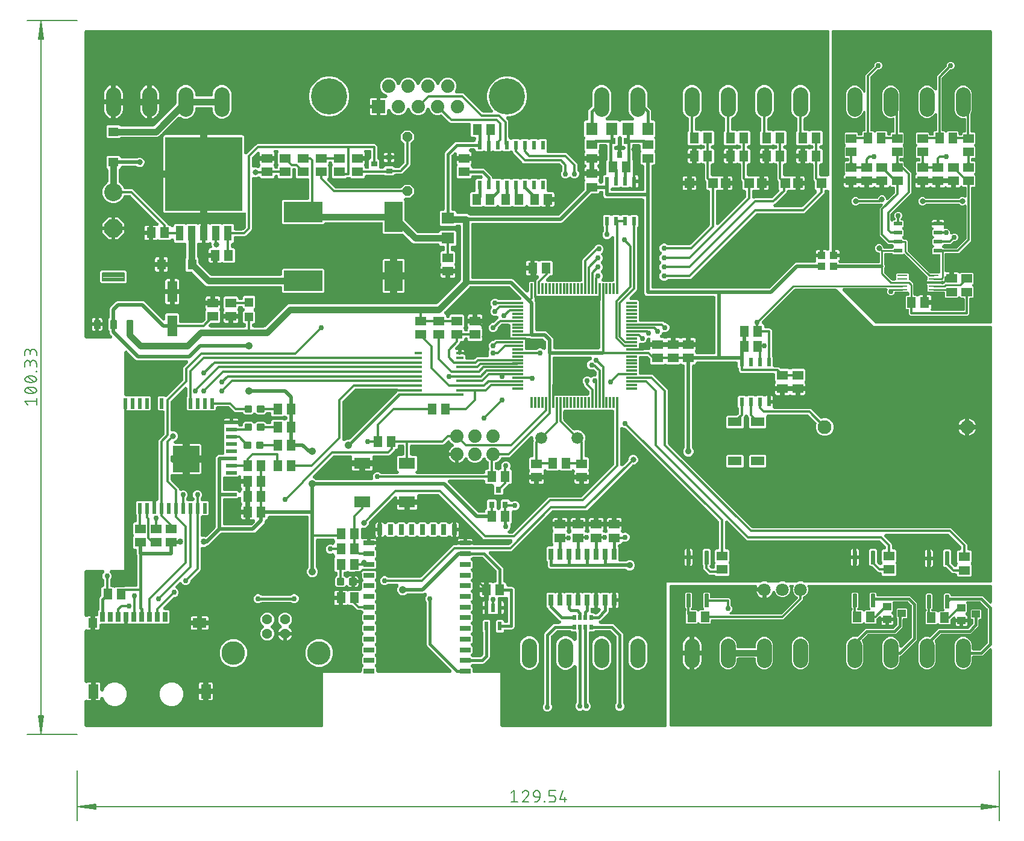
<source format=gbr>
G04 EAGLE Gerber RS-274X export*
G75*
%MOMM*%
%FSLAX34Y34*%
%LPD*%
%INTop Copper*%
%IPPOS*%
%AMOC8*
5,1,8,0,0,1.08239X$1,22.5*%
G01*
%ADD10C,0.130000*%
%ADD11C,0.152400*%
%ADD12R,1.500000X0.635000*%
%ADD13R,0.635000X1.500000*%
%ADD14C,1.950000*%
%ADD15C,2.540000*%
%ADD16P,2.749271X8X292.500000*%
%ADD17R,1.500000X1.300000*%
%ADD18R,2.500000X4.300000*%
%ADD19R,1.300000X1.500000*%
%ADD20R,1.400000X3.000000*%
%ADD21R,1.470000X1.270000*%
%ADD22R,1.397000X1.397000*%
%ADD23C,0.300000*%
%ADD24R,1.270000X1.470000*%
%ADD25R,0.802000X0.972000*%
%ADD26R,1.600000X1.800000*%
%ADD27R,1.100000X1.000000*%
%ADD28R,10.800000X10.410000*%
%ADD29R,1.066800X2.159000*%
%ADD30R,1.200000X0.600000*%
%ADD31R,0.650000X1.650000*%
%ADD32R,1.500000X0.300000*%
%ADD33R,0.300000X1.500000*%
%ADD34R,1.879600X1.879600*%
%ADD35C,1.879600*%
%ADD36C,5.080000*%
%ADD37R,5.400000X2.900000*%
%ADD38R,1.200000X1.200000*%
%ADD39C,3.316000*%
%ADD40C,1.428000*%
%ADD41R,0.800000X0.900000*%
%ADD42R,1.143000X1.016000*%
%ADD43C,1.800000*%
%ADD44R,1.900000X1.300000*%
%ADD45R,0.900000X0.800000*%
%ADD46C,1.676400*%
%ADD47R,0.500000X0.650000*%
%ADD48R,2.300000X1.600000*%
%ADD49R,1.400000X2.000000*%
%ADD50R,1.280000X1.400000*%
%ADD51R,1.950000X1.400000*%
%ADD52R,0.700000X1.400000*%
%ADD53R,0.600000X1.200000*%
%ADD54C,0.147500*%
%ADD55C,0.139500*%
%ADD56C,0.196500*%
%ADD57R,0.990600X0.304800*%
%ADD58R,1.422400X0.279400*%
%ADD59R,0.558800X1.270000*%
%ADD60R,0.500000X1.500000*%
%ADD61R,1.500000X0.500000*%
%ADD62R,3.700000X3.700000*%
%ADD63C,2.095500*%
%ADD64P,1.429621X8X292.500000*%
%ADD65R,1.800000X1.600000*%
%ADD66C,0.304800*%
%ADD67C,0.965200*%
%ADD68C,0.457200*%
%ADD69C,0.812800*%
%ADD70C,0.508000*%
%ADD71C,0.406400*%
%ADD72C,0.254000*%
%ADD73C,0.756400*%
%ADD74C,0.914400*%
%ADD75C,0.381000*%
%ADD76C,0.863600*%
%ADD77C,1.041400*%
%ADD78C,0.279400*%

G36*
X46503Y556272D02*
X46503Y556272D01*
X46633Y556274D01*
X46727Y556292D01*
X46822Y556301D01*
X46948Y556335D01*
X47075Y556360D01*
X47165Y556394D01*
X47257Y556419D01*
X47374Y556475D01*
X47495Y556522D01*
X47577Y556572D01*
X47663Y556613D01*
X47769Y556688D01*
X47880Y556756D01*
X47952Y556819D01*
X48029Y556875D01*
X48120Y556968D01*
X48217Y557054D01*
X48277Y557129D01*
X48343Y557197D01*
X48416Y557305D01*
X48497Y557407D01*
X48542Y557491D01*
X48595Y557570D01*
X48648Y557689D01*
X48709Y557804D01*
X48739Y557895D01*
X48778Y557982D01*
X48809Y558109D01*
X48849Y558232D01*
X48862Y558327D01*
X48884Y558420D01*
X48892Y558549D01*
X48910Y558678D01*
X48906Y558774D01*
X48912Y558869D01*
X48897Y558998D01*
X48892Y559128D01*
X48871Y559221D01*
X48860Y559316D01*
X48822Y559441D01*
X48794Y559568D01*
X48757Y559656D01*
X48730Y559747D01*
X48671Y559863D01*
X48620Y559983D01*
X48569Y560063D01*
X48525Y560149D01*
X48447Y560252D01*
X48376Y560361D01*
X48290Y560459D01*
X48253Y560507D01*
X48220Y560538D01*
X48169Y560596D01*
X46493Y562272D01*
X45719Y564139D01*
X45719Y565794D01*
X45705Y565958D01*
X45698Y566123D01*
X45685Y566182D01*
X45679Y566243D01*
X45636Y566402D01*
X45600Y566562D01*
X45577Y566618D01*
X45561Y566677D01*
X45490Y566825D01*
X45427Y566978D01*
X45394Y567029D01*
X45367Y567084D01*
X45272Y567217D01*
X45182Y567356D01*
X45131Y567414D01*
X45105Y567450D01*
X45062Y567492D01*
X44976Y567590D01*
X43609Y568956D01*
X43609Y583344D01*
X44976Y584710D01*
X45081Y584836D01*
X45193Y584957D01*
X45225Y585009D01*
X45264Y585055D01*
X45346Y585198D01*
X45434Y585337D01*
X45458Y585394D01*
X45488Y585446D01*
X45543Y585601D01*
X45605Y585754D01*
X45618Y585813D01*
X45639Y585871D01*
X45665Y586033D01*
X45700Y586194D01*
X45705Y586271D01*
X45712Y586315D01*
X45711Y586376D01*
X45719Y586506D01*
X45719Y597911D01*
X46493Y599778D01*
X54272Y607557D01*
X56139Y608331D01*
X92581Y608331D01*
X94448Y607557D01*
X96234Y605771D01*
X119474Y582531D01*
X119574Y582447D01*
X119667Y582357D01*
X119747Y582303D01*
X119820Y582242D01*
X119933Y582177D01*
X120040Y582105D01*
X120128Y582066D01*
X120211Y582018D01*
X120333Y581975D01*
X120452Y581922D01*
X120545Y581900D01*
X120635Y581868D01*
X120764Y581846D01*
X120890Y581816D01*
X120985Y581810D01*
X121079Y581794D01*
X121210Y581796D01*
X121339Y581788D01*
X121434Y581799D01*
X121530Y581800D01*
X121657Y581825D01*
X121786Y581840D01*
X121878Y581868D01*
X121972Y581886D01*
X122093Y581933D01*
X122217Y581970D01*
X122302Y582014D01*
X122392Y582048D01*
X122503Y582116D01*
X122619Y582175D01*
X122695Y582232D01*
X122776Y582282D01*
X122874Y582368D01*
X122977Y582447D01*
X123042Y582517D01*
X123114Y582580D01*
X123194Y582682D01*
X123283Y582778D01*
X123334Y582858D01*
X123393Y582933D01*
X123454Y583048D01*
X123524Y583158D01*
X123561Y583246D01*
X123606Y583330D01*
X123646Y583454D01*
X123695Y583574D01*
X123715Y583668D01*
X123745Y583758D01*
X123763Y583887D01*
X123790Y584014D01*
X123798Y584144D01*
X123806Y584205D01*
X123805Y584249D01*
X123809Y584326D01*
X123809Y590222D01*
X125298Y591711D01*
X141402Y591711D01*
X142891Y590222D01*
X142891Y580774D01*
X142894Y580739D01*
X142892Y580705D01*
X142914Y580515D01*
X142931Y580325D01*
X142940Y580292D01*
X142944Y580258D01*
X142999Y580075D01*
X143049Y579891D01*
X143064Y579860D01*
X143074Y579827D01*
X143161Y579656D01*
X143243Y579484D01*
X143263Y579456D01*
X143278Y579425D01*
X143394Y579273D01*
X143505Y579118D01*
X143530Y579094D01*
X143550Y579067D01*
X143690Y578938D01*
X143827Y578804D01*
X143856Y578785D01*
X143882Y578761D01*
X144043Y578659D01*
X144200Y578552D01*
X144232Y578538D01*
X144261Y578520D01*
X144438Y578447D01*
X144612Y578370D01*
X144646Y578362D01*
X144678Y578349D01*
X144865Y578309D01*
X145050Y578263D01*
X145084Y578261D01*
X145118Y578254D01*
X145430Y578235D01*
X174535Y578235D01*
X174698Y578249D01*
X174863Y578256D01*
X174922Y578269D01*
X174983Y578275D01*
X175142Y578318D01*
X175302Y578354D01*
X175359Y578377D01*
X175417Y578393D01*
X175566Y578464D01*
X175718Y578527D01*
X175769Y578560D01*
X175824Y578587D01*
X175958Y578682D01*
X176096Y578772D01*
X176154Y578823D01*
X176190Y578849D01*
X176233Y578892D01*
X176330Y578978D01*
X179716Y582364D01*
X179821Y582490D01*
X179933Y582611D01*
X179965Y582662D01*
X180004Y582709D01*
X180086Y582852D01*
X180174Y582991D01*
X180198Y583047D01*
X180228Y583100D01*
X180283Y583255D01*
X180345Y583407D01*
X180358Y583467D01*
X180379Y583525D01*
X180405Y583687D01*
X180440Y583848D01*
X180445Y583924D01*
X180452Y583969D01*
X180451Y584030D01*
X180459Y584159D01*
X180459Y594952D01*
X180643Y595136D01*
X180741Y595254D01*
X180846Y595365D01*
X180886Y595426D01*
X180932Y595482D01*
X181008Y595615D01*
X181091Y595743D01*
X181120Y595810D01*
X181156Y595873D01*
X181207Y596017D01*
X181266Y596158D01*
X181282Y596229D01*
X181306Y596297D01*
X181331Y596448D01*
X181365Y596597D01*
X181368Y596670D01*
X181380Y596741D01*
X181378Y596894D01*
X181384Y597047D01*
X181375Y597119D01*
X181374Y597191D01*
X181345Y597342D01*
X181324Y597493D01*
X181302Y597562D01*
X181288Y597634D01*
X181233Y597776D01*
X181186Y597922D01*
X181144Y598005D01*
X181126Y598054D01*
X181096Y598102D01*
X181047Y598202D01*
X180632Y598919D01*
X180459Y599565D01*
X180459Y603151D01*
X189790Y603151D01*
X189824Y603154D01*
X189859Y603152D01*
X190048Y603174D01*
X190238Y603191D01*
X190272Y603200D01*
X190306Y603204D01*
X190487Y603258D01*
X190645Y603224D01*
X190830Y603179D01*
X190864Y603177D01*
X190898Y603170D01*
X191210Y603151D01*
X200541Y603151D01*
X200541Y599565D01*
X200368Y598919D01*
X199953Y598202D01*
X199889Y598063D01*
X199816Y597928D01*
X199794Y597859D01*
X199764Y597793D01*
X199725Y597645D01*
X199677Y597500D01*
X199667Y597428D01*
X199649Y597358D01*
X199637Y597205D01*
X199616Y597054D01*
X199619Y596981D01*
X199613Y596909D01*
X199628Y596757D01*
X199634Y596604D01*
X199650Y596533D01*
X199657Y596461D01*
X199699Y596314D01*
X199732Y596164D01*
X199760Y596097D01*
X199780Y596027D01*
X199846Y595890D01*
X199905Y595749D01*
X199945Y595688D01*
X199977Y595623D01*
X200067Y595499D01*
X200150Y595371D01*
X200212Y595300D01*
X200242Y595259D01*
X200283Y595220D01*
X200357Y595136D01*
X200541Y594952D01*
X200541Y579848D01*
X199052Y578359D01*
X188259Y578359D01*
X188095Y578345D01*
X187931Y578338D01*
X187872Y578325D01*
X187811Y578319D01*
X187652Y578276D01*
X187492Y578240D01*
X187435Y578217D01*
X187377Y578201D01*
X187228Y578130D01*
X187076Y578067D01*
X187025Y578034D01*
X186970Y578007D01*
X186836Y577912D01*
X186698Y577823D01*
X186640Y577771D01*
X186604Y577745D01*
X186561Y577702D01*
X186464Y577616D01*
X185065Y576217D01*
X184982Y576117D01*
X184891Y576024D01*
X184837Y575944D01*
X184776Y575871D01*
X184711Y575758D01*
X184639Y575651D01*
X184600Y575563D01*
X184553Y575480D01*
X184509Y575358D01*
X184456Y575239D01*
X184434Y575146D01*
X184402Y575056D01*
X184381Y574928D01*
X184350Y574801D01*
X184344Y574706D01*
X184328Y574612D01*
X184330Y574482D01*
X184322Y574352D01*
X184333Y574257D01*
X184334Y574161D01*
X184359Y574034D01*
X184374Y573905D01*
X184402Y573813D01*
X184420Y573719D01*
X184467Y573598D01*
X184504Y573474D01*
X184548Y573388D01*
X184582Y573299D01*
X184650Y573188D01*
X184709Y573072D01*
X184767Y572996D01*
X184816Y572915D01*
X184902Y572817D01*
X184981Y572714D01*
X185051Y572649D01*
X185114Y572577D01*
X185216Y572497D01*
X185312Y572408D01*
X185393Y572357D01*
X185467Y572298D01*
X185582Y572236D01*
X185692Y572167D01*
X185780Y572130D01*
X185864Y572085D01*
X185988Y572045D01*
X186108Y571996D01*
X186202Y571976D01*
X186293Y571946D01*
X186421Y571928D01*
X186548Y571901D01*
X186679Y571893D01*
X186739Y571885D01*
X186783Y571886D01*
X186860Y571882D01*
X234696Y571882D01*
X234731Y571885D01*
X234765Y571883D01*
X234954Y571905D01*
X235145Y571922D01*
X235178Y571931D01*
X235212Y571935D01*
X235395Y571990D01*
X235579Y572040D01*
X235610Y572055D01*
X235643Y572065D01*
X235814Y572152D01*
X235986Y572234D01*
X236014Y572254D01*
X236045Y572269D01*
X236197Y572385D01*
X236352Y572496D01*
X236376Y572521D01*
X236403Y572541D01*
X236532Y572681D01*
X236666Y572818D01*
X236685Y572847D01*
X236709Y572873D01*
X236811Y573034D01*
X236918Y573191D01*
X236932Y573223D01*
X236950Y573252D01*
X237023Y573429D01*
X237100Y573603D01*
X237108Y573637D01*
X237121Y573669D01*
X237161Y573856D01*
X237207Y574041D01*
X237209Y574075D01*
X237216Y574109D01*
X237235Y574421D01*
X237235Y575320D01*
X237232Y575355D01*
X237234Y575389D01*
X237212Y575578D01*
X237195Y575769D01*
X237186Y575802D01*
X237182Y575836D01*
X237127Y576019D01*
X237077Y576203D01*
X237062Y576234D01*
X237052Y576267D01*
X236965Y576438D01*
X236883Y576610D01*
X236863Y576638D01*
X236848Y576669D01*
X236732Y576821D01*
X236621Y576976D01*
X236596Y577000D01*
X236576Y577027D01*
X236436Y577156D01*
X236299Y577290D01*
X236270Y577309D01*
X236244Y577333D01*
X236083Y577435D01*
X235926Y577542D01*
X235894Y577556D01*
X235865Y577574D01*
X235688Y577647D01*
X235514Y577724D01*
X235480Y577732D01*
X235448Y577745D01*
X235261Y577785D01*
X235076Y577831D01*
X235042Y577833D01*
X235008Y577840D01*
X234696Y577859D01*
X234248Y577859D01*
X232759Y579348D01*
X232759Y593452D01*
X234411Y595104D01*
X234434Y595131D01*
X234460Y595154D01*
X234577Y595303D01*
X234700Y595450D01*
X234717Y595480D01*
X234739Y595507D01*
X234829Y595675D01*
X234924Y595841D01*
X234935Y595873D01*
X234952Y595904D01*
X235010Y596085D01*
X235074Y596265D01*
X235080Y596299D01*
X235091Y596332D01*
X235117Y596521D01*
X235148Y596709D01*
X235147Y596744D01*
X235152Y596778D01*
X235144Y596969D01*
X235142Y597159D01*
X235135Y597194D01*
X235134Y597228D01*
X235092Y597414D01*
X235056Y597602D01*
X235044Y597634D01*
X235036Y597668D01*
X234963Y597844D01*
X234894Y598022D01*
X234876Y598051D01*
X234863Y598083D01*
X234759Y598244D01*
X234660Y598406D01*
X234637Y598432D01*
X234618Y598461D01*
X234411Y598696D01*
X232668Y600439D01*
X232651Y600495D01*
X232601Y600679D01*
X232586Y600710D01*
X232576Y600743D01*
X232489Y600914D01*
X232407Y601086D01*
X232387Y601114D01*
X232372Y601145D01*
X232256Y601297D01*
X232145Y601452D01*
X232120Y601476D01*
X232100Y601503D01*
X231960Y601632D01*
X231823Y601766D01*
X231794Y601785D01*
X231768Y601809D01*
X231607Y601911D01*
X231450Y602018D01*
X231418Y602032D01*
X231389Y602050D01*
X231212Y602123D01*
X231038Y602200D01*
X231004Y602208D01*
X230972Y602221D01*
X230785Y602261D01*
X230600Y602307D01*
X230566Y602309D01*
X230532Y602316D01*
X230220Y602335D01*
X228480Y602335D01*
X228445Y602332D01*
X228411Y602334D01*
X228222Y602312D01*
X228031Y602295D01*
X227998Y602286D01*
X227964Y602282D01*
X227781Y602227D01*
X227597Y602177D01*
X227566Y602162D01*
X227533Y602152D01*
X227362Y602065D01*
X227190Y601983D01*
X227162Y601963D01*
X227131Y601948D01*
X226979Y601832D01*
X226824Y601721D01*
X226800Y601696D01*
X226773Y601676D01*
X226644Y601536D01*
X226510Y601399D01*
X226491Y601370D01*
X226467Y601344D01*
X226365Y601183D01*
X226258Y601026D01*
X226244Y600994D01*
X226226Y600965D01*
X226153Y600788D01*
X226076Y600614D01*
X226068Y600580D01*
X226055Y600548D01*
X226015Y600361D01*
X225969Y600176D01*
X225967Y600142D01*
X225960Y600108D01*
X225941Y599796D01*
X225941Y598848D01*
X225757Y598664D01*
X225658Y598546D01*
X225554Y598435D01*
X225514Y598374D01*
X225468Y598318D01*
X225392Y598185D01*
X225309Y598057D01*
X225280Y597990D01*
X225244Y597927D01*
X225193Y597783D01*
X225134Y597642D01*
X225118Y597571D01*
X225094Y597503D01*
X225069Y597352D01*
X225035Y597203D01*
X225032Y597130D01*
X225020Y597059D01*
X225022Y596906D01*
X225016Y596753D01*
X225025Y596681D01*
X225026Y596609D01*
X225055Y596458D01*
X225076Y596307D01*
X225098Y596238D01*
X225112Y596167D01*
X225167Y596024D01*
X225214Y595878D01*
X225256Y595794D01*
X225274Y595747D01*
X225304Y595698D01*
X225353Y595598D01*
X225768Y594881D01*
X225941Y594235D01*
X225941Y590649D01*
X216610Y590649D01*
X216576Y590646D01*
X216541Y590648D01*
X216352Y590626D01*
X216162Y590609D01*
X216128Y590600D01*
X216094Y590596D01*
X215913Y590542D01*
X215755Y590575D01*
X215570Y590621D01*
X215536Y590623D01*
X215502Y590630D01*
X215190Y590649D01*
X205859Y590649D01*
X205859Y594235D01*
X206032Y594881D01*
X206447Y595598D01*
X206511Y595737D01*
X206584Y595872D01*
X206606Y595941D01*
X206636Y596007D01*
X206675Y596155D01*
X206723Y596300D01*
X206733Y596372D01*
X206751Y596442D01*
X206763Y596595D01*
X206784Y596746D01*
X206781Y596819D01*
X206787Y596891D01*
X206772Y597043D01*
X206766Y597196D01*
X206750Y597267D01*
X206743Y597339D01*
X206701Y597486D01*
X206668Y597636D01*
X206640Y597703D01*
X206620Y597773D01*
X206554Y597910D01*
X206495Y598051D01*
X206455Y598112D01*
X206423Y598177D01*
X206333Y598301D01*
X206250Y598429D01*
X206188Y598500D01*
X206158Y598541D01*
X206117Y598580D01*
X206043Y598664D01*
X205859Y598848D01*
X205859Y613952D01*
X207348Y615441D01*
X224452Y615441D01*
X225941Y613952D01*
X225941Y613004D01*
X225944Y612969D01*
X225942Y612935D01*
X225964Y612746D01*
X225981Y612555D01*
X225990Y612522D01*
X225994Y612488D01*
X226049Y612305D01*
X226099Y612121D01*
X226114Y612090D01*
X226124Y612057D01*
X226211Y611886D01*
X226293Y611714D01*
X226313Y611686D01*
X226328Y611655D01*
X226444Y611503D01*
X226555Y611348D01*
X226580Y611324D01*
X226600Y611297D01*
X226740Y611168D01*
X226877Y611034D01*
X226906Y611015D01*
X226932Y610991D01*
X227093Y610889D01*
X227250Y610782D01*
X227282Y610768D01*
X227311Y610750D01*
X227488Y610677D01*
X227662Y610600D01*
X227696Y610592D01*
X227728Y610579D01*
X227915Y610539D01*
X228100Y610493D01*
X228134Y610491D01*
X228168Y610484D01*
X228480Y610465D01*
X230220Y610465D01*
X230255Y610468D01*
X230289Y610466D01*
X230478Y610488D01*
X230669Y610505D01*
X230702Y610514D01*
X230736Y610518D01*
X230919Y610573D01*
X231103Y610623D01*
X231134Y610638D01*
X231167Y610648D01*
X231338Y610735D01*
X231510Y610817D01*
X231538Y610837D01*
X231569Y610852D01*
X231721Y610968D01*
X231876Y611079D01*
X231900Y611104D01*
X231927Y611124D01*
X232056Y611264D01*
X232190Y611401D01*
X232209Y611430D01*
X232233Y611456D01*
X232335Y611617D01*
X232442Y611774D01*
X232456Y611806D01*
X232474Y611835D01*
X232547Y612012D01*
X232624Y612186D01*
X232632Y612220D01*
X232645Y612252D01*
X232685Y612439D01*
X232731Y612624D01*
X232733Y612658D01*
X232740Y612692D01*
X232759Y613004D01*
X232759Y614452D01*
X234248Y615941D01*
X248352Y615941D01*
X249841Y614452D01*
X249841Y600348D01*
X248189Y598696D01*
X248166Y598669D01*
X248140Y598646D01*
X248022Y598497D01*
X247900Y598350D01*
X247883Y598320D01*
X247861Y598293D01*
X247771Y598125D01*
X247676Y597959D01*
X247665Y597927D01*
X247648Y597896D01*
X247590Y597715D01*
X247526Y597535D01*
X247520Y597501D01*
X247509Y597468D01*
X247483Y597279D01*
X247452Y597091D01*
X247453Y597056D01*
X247448Y597022D01*
X247456Y596831D01*
X247458Y596640D01*
X247465Y596606D01*
X247466Y596572D01*
X247507Y596386D01*
X247544Y596198D01*
X247556Y596166D01*
X247564Y596132D01*
X247637Y595957D01*
X247706Y595778D01*
X247724Y595749D01*
X247737Y595717D01*
X247841Y595557D01*
X247940Y595394D01*
X247963Y595368D01*
X247982Y595339D01*
X248189Y595104D01*
X249841Y593452D01*
X249841Y579348D01*
X248352Y577859D01*
X247904Y577859D01*
X247869Y577856D01*
X247835Y577858D01*
X247646Y577836D01*
X247455Y577819D01*
X247422Y577810D01*
X247388Y577806D01*
X247205Y577751D01*
X247021Y577701D01*
X246990Y577686D01*
X246957Y577676D01*
X246786Y577589D01*
X246614Y577507D01*
X246586Y577487D01*
X246555Y577472D01*
X246403Y577356D01*
X246248Y577245D01*
X246224Y577220D01*
X246197Y577200D01*
X246068Y577060D01*
X245934Y576923D01*
X245915Y576894D01*
X245891Y576868D01*
X245789Y576707D01*
X245682Y576550D01*
X245668Y576518D01*
X245650Y576489D01*
X245577Y576312D01*
X245500Y576138D01*
X245492Y576104D01*
X245479Y576072D01*
X245439Y575885D01*
X245393Y575700D01*
X245391Y575666D01*
X245384Y575632D01*
X245365Y575320D01*
X245365Y574421D01*
X245368Y574386D01*
X245366Y574352D01*
X245388Y574163D01*
X245405Y573972D01*
X245414Y573939D01*
X245418Y573905D01*
X245473Y573722D01*
X245523Y573538D01*
X245538Y573507D01*
X245548Y573474D01*
X245635Y573303D01*
X245717Y573131D01*
X245737Y573103D01*
X245752Y573072D01*
X245868Y572920D01*
X245979Y572765D01*
X246004Y572741D01*
X246024Y572714D01*
X246164Y572585D01*
X246301Y572451D01*
X246330Y572432D01*
X246356Y572408D01*
X246517Y572306D01*
X246674Y572199D01*
X246706Y572185D01*
X246735Y572167D01*
X246912Y572094D01*
X247086Y572017D01*
X247120Y572009D01*
X247152Y571996D01*
X247339Y571956D01*
X247524Y571910D01*
X247558Y571908D01*
X247592Y571901D01*
X247904Y571882D01*
X261962Y571882D01*
X262125Y571896D01*
X262290Y571903D01*
X262349Y571916D01*
X262410Y571922D01*
X262569Y571965D01*
X262730Y572001D01*
X262786Y572024D01*
X262845Y572040D01*
X262993Y572111D01*
X263145Y572174D01*
X263196Y572207D01*
X263251Y572234D01*
X263385Y572329D01*
X263523Y572419D01*
X263581Y572470D01*
X263617Y572496D01*
X263660Y572539D01*
X263757Y572625D01*
X294277Y603145D01*
X296985Y604267D01*
X503897Y604267D01*
X504060Y604281D01*
X504225Y604288D01*
X504284Y604301D01*
X504345Y604307D01*
X504504Y604350D01*
X504665Y604386D01*
X504721Y604409D01*
X504780Y604425D01*
X504928Y604496D01*
X505080Y604559D01*
X505131Y604592D01*
X505186Y604619D01*
X505320Y604714D01*
X505458Y604804D01*
X505516Y604855D01*
X505552Y604881D01*
X505595Y604924D01*
X505692Y605010D01*
X537990Y637308D01*
X538095Y637434D01*
X538207Y637555D01*
X538239Y637606D01*
X538278Y637653D01*
X538360Y637796D01*
X538448Y637935D01*
X538472Y637991D01*
X538502Y638044D01*
X538557Y638199D01*
X538619Y638351D01*
X538632Y638411D01*
X538653Y638468D01*
X538679Y638631D01*
X538714Y638791D01*
X538719Y638868D01*
X538726Y638912D01*
X538725Y638974D01*
X538733Y639103D01*
X538733Y713994D01*
X538730Y714029D01*
X538732Y714063D01*
X538710Y714252D01*
X538693Y714443D01*
X538684Y714476D01*
X538680Y714510D01*
X538625Y714693D01*
X538575Y714877D01*
X538560Y714908D01*
X538550Y714941D01*
X538463Y715112D01*
X538381Y715284D01*
X538361Y715312D01*
X538346Y715343D01*
X538230Y715495D01*
X538119Y715650D01*
X538094Y715674D01*
X538074Y715701D01*
X537934Y715830D01*
X537797Y715964D01*
X537768Y715983D01*
X537742Y716007D01*
X537581Y716109D01*
X537424Y716216D01*
X537392Y716230D01*
X537363Y716248D01*
X537186Y716321D01*
X537012Y716398D01*
X536978Y716406D01*
X536946Y716419D01*
X536759Y716459D01*
X536574Y716505D01*
X536540Y716507D01*
X536506Y716514D01*
X536194Y716533D01*
X533678Y716533D01*
X533515Y716519D01*
X533350Y716512D01*
X533291Y716499D01*
X533230Y716493D01*
X533071Y716450D01*
X532910Y716414D01*
X532854Y716391D01*
X532795Y716375D01*
X532647Y716304D01*
X532495Y716241D01*
X532444Y716208D01*
X532389Y716181D01*
X532255Y716086D01*
X532117Y715996D01*
X532059Y715945D01*
X532023Y715919D01*
X531980Y715876D01*
X531883Y715790D01*
X530752Y714659D01*
X510648Y714659D01*
X509159Y716148D01*
X509159Y734252D01*
X510648Y735741D01*
X513588Y735741D01*
X513623Y735744D01*
X513657Y735742D01*
X513846Y735764D01*
X514037Y735781D01*
X514070Y735790D01*
X514104Y735794D01*
X514287Y735849D01*
X514471Y735899D01*
X514502Y735914D01*
X514535Y735924D01*
X514706Y736011D01*
X514878Y736093D01*
X514906Y736113D01*
X514937Y736128D01*
X515089Y736244D01*
X515244Y736355D01*
X515268Y736380D01*
X515295Y736400D01*
X515424Y736540D01*
X515558Y736677D01*
X515577Y736706D01*
X515601Y736732D01*
X515703Y736893D01*
X515810Y737050D01*
X515824Y737082D01*
X515842Y737111D01*
X515915Y737288D01*
X515992Y737462D01*
X516000Y737496D01*
X516013Y737528D01*
X516053Y737715D01*
X516099Y737900D01*
X516101Y737934D01*
X516108Y737968D01*
X516127Y738280D01*
X516127Y816250D01*
X516823Y817930D01*
X530810Y831917D01*
X532490Y832613D01*
X557070Y832613D01*
X557105Y832616D01*
X557139Y832614D01*
X557328Y832636D01*
X557519Y832653D01*
X557552Y832662D01*
X557586Y832666D01*
X557769Y832721D01*
X557953Y832771D01*
X557984Y832786D01*
X558017Y832796D01*
X558188Y832883D01*
X558360Y832965D01*
X558388Y832985D01*
X558419Y833000D01*
X558571Y833116D01*
X558726Y833227D01*
X558750Y833252D01*
X558777Y833272D01*
X558906Y833412D01*
X559040Y833549D01*
X559059Y833578D01*
X559083Y833604D01*
X559185Y833764D01*
X559292Y833922D01*
X559306Y833954D01*
X559324Y833983D01*
X559397Y834160D01*
X559474Y834334D01*
X559482Y834368D01*
X559495Y834400D01*
X559535Y834587D01*
X559581Y834772D01*
X559583Y834806D01*
X559590Y834840D01*
X559609Y835152D01*
X559711Y835254D01*
X559795Y835354D01*
X559885Y835447D01*
X559939Y835527D01*
X560000Y835600D01*
X560065Y835713D01*
X560138Y835820D01*
X560176Y835908D01*
X560224Y835991D01*
X560267Y836113D01*
X560320Y836232D01*
X560342Y836325D01*
X560374Y836415D01*
X560396Y836543D01*
X560426Y836670D01*
X560432Y836765D01*
X560448Y836859D01*
X560446Y836989D01*
X560454Y837119D01*
X560443Y837214D01*
X560442Y837309D01*
X560417Y837437D01*
X560402Y837566D01*
X560374Y837658D01*
X560356Y837752D01*
X560309Y837873D01*
X560272Y837997D01*
X560228Y838082D01*
X560194Y838172D01*
X560126Y838283D01*
X560067Y838399D01*
X560010Y838475D01*
X559960Y838556D01*
X559874Y838654D01*
X559795Y838757D01*
X559725Y838822D01*
X559662Y838894D01*
X559560Y838974D01*
X559464Y839063D01*
X559384Y839114D01*
X559309Y839173D01*
X559194Y839234D01*
X559085Y839304D01*
X558996Y839341D01*
X558912Y839386D01*
X558788Y839426D01*
X558668Y839475D01*
X558575Y839495D01*
X558484Y839525D01*
X558355Y839543D01*
X558228Y839570D01*
X558098Y839578D01*
X558038Y839586D01*
X557993Y839585D01*
X557916Y839589D01*
X554448Y839589D01*
X552959Y841078D01*
X552959Y856996D01*
X552956Y857031D01*
X552958Y857065D01*
X552936Y857254D01*
X552919Y857445D01*
X552910Y857478D01*
X552906Y857512D01*
X552851Y857695D01*
X552801Y857879D01*
X552786Y857910D01*
X552776Y857943D01*
X552689Y858114D01*
X552607Y858286D01*
X552587Y858314D01*
X552572Y858345D01*
X552456Y858497D01*
X552345Y858652D01*
X552320Y858676D01*
X552300Y858703D01*
X552160Y858832D01*
X552023Y858966D01*
X551994Y858985D01*
X551968Y859009D01*
X551807Y859111D01*
X551650Y859218D01*
X551618Y859232D01*
X551589Y859250D01*
X551412Y859323D01*
X551238Y859400D01*
X551204Y859408D01*
X551172Y859421D01*
X550985Y859461D01*
X550800Y859507D01*
X550766Y859509D01*
X550732Y859516D01*
X550420Y859535D01*
X524501Y859535D01*
X523008Y860154D01*
X521507Y861655D01*
X512763Y870399D01*
X512599Y870536D01*
X512439Y870673D01*
X512427Y870679D01*
X512417Y870688D01*
X512232Y870794D01*
X512050Y870900D01*
X512038Y870905D01*
X512026Y870911D01*
X511826Y870982D01*
X511627Y871055D01*
X511614Y871058D01*
X511602Y871062D01*
X511394Y871097D01*
X511184Y871134D01*
X511171Y871134D01*
X511158Y871136D01*
X510946Y871133D01*
X510734Y871132D01*
X510721Y871130D01*
X510708Y871130D01*
X510499Y871089D01*
X510291Y871051D01*
X510276Y871046D01*
X510265Y871044D01*
X510229Y871030D01*
X509995Y870950D01*
X508865Y870481D01*
X504115Y870481D01*
X499727Y872299D01*
X496369Y875657D01*
X494986Y878996D01*
X494926Y879111D01*
X494874Y879231D01*
X494822Y879310D01*
X494777Y879395D01*
X494698Y879498D01*
X494626Y879606D01*
X494560Y879675D01*
X494502Y879751D01*
X494405Y879838D01*
X494315Y879932D01*
X494238Y879989D01*
X494167Y880053D01*
X494057Y880121D01*
X493952Y880198D01*
X493866Y880240D01*
X493785Y880290D01*
X493664Y880339D01*
X493548Y880396D01*
X493456Y880422D01*
X493367Y880457D01*
X493239Y880483D01*
X493114Y880519D01*
X493019Y880528D01*
X492926Y880547D01*
X492796Y880550D01*
X492666Y880563D01*
X492571Y880556D01*
X492476Y880558D01*
X492347Y880538D01*
X492217Y880528D01*
X492125Y880504D01*
X492031Y880489D01*
X491907Y880447D01*
X491782Y880414D01*
X491695Y880374D01*
X491605Y880343D01*
X491491Y880279D01*
X491373Y880225D01*
X491295Y880170D01*
X491212Y880123D01*
X491111Y880041D01*
X491004Y879966D01*
X490937Y879899D01*
X490863Y879838D01*
X490779Y879739D01*
X490687Y879647D01*
X490633Y879568D01*
X490571Y879496D01*
X490505Y879384D01*
X490431Y879277D01*
X490374Y879160D01*
X490343Y879107D01*
X490328Y879065D01*
X490294Y878996D01*
X488911Y875657D01*
X485553Y872299D01*
X481165Y870481D01*
X476415Y870481D01*
X472027Y872299D01*
X468669Y875657D01*
X467286Y878996D01*
X467226Y879111D01*
X467174Y879231D01*
X467122Y879310D01*
X467077Y879395D01*
X466998Y879498D01*
X466926Y879606D01*
X466860Y879675D01*
X466802Y879751D01*
X466705Y879838D01*
X466615Y879932D01*
X466538Y879989D01*
X466467Y880053D01*
X466357Y880121D01*
X466252Y880198D01*
X466166Y880240D01*
X466085Y880290D01*
X465964Y880339D01*
X465848Y880396D01*
X465756Y880422D01*
X465667Y880457D01*
X465539Y880483D01*
X465414Y880519D01*
X465319Y880528D01*
X465226Y880547D01*
X465096Y880550D01*
X464966Y880563D01*
X464871Y880556D01*
X464776Y880558D01*
X464647Y880538D01*
X464517Y880528D01*
X464425Y880504D01*
X464331Y880489D01*
X464207Y880447D01*
X464082Y880414D01*
X463995Y880374D01*
X463905Y880343D01*
X463791Y880279D01*
X463673Y880225D01*
X463595Y880170D01*
X463512Y880123D01*
X463411Y880041D01*
X463304Y879966D01*
X463237Y879899D01*
X463163Y879838D01*
X463079Y879739D01*
X462987Y879647D01*
X462933Y879568D01*
X462871Y879496D01*
X462805Y879384D01*
X462731Y879277D01*
X462674Y879160D01*
X462643Y879107D01*
X462628Y879065D01*
X462594Y878996D01*
X461211Y875657D01*
X457853Y872299D01*
X453465Y870481D01*
X448715Y870481D01*
X444327Y872299D01*
X440969Y875657D01*
X440214Y877480D01*
X440132Y877637D01*
X440055Y877798D01*
X440028Y877836D01*
X440005Y877879D01*
X439897Y878019D01*
X439793Y878164D01*
X439759Y878197D01*
X439730Y878235D01*
X439598Y878354D01*
X439471Y878478D01*
X439431Y878504D01*
X439395Y878536D01*
X439245Y878630D01*
X439097Y878730D01*
X439054Y878749D01*
X439013Y878774D01*
X438848Y878840D01*
X438686Y878912D01*
X438639Y878923D01*
X438595Y878941D01*
X438421Y878977D01*
X438248Y879019D01*
X438201Y879022D01*
X438154Y879031D01*
X437976Y879035D01*
X437799Y879046D01*
X437751Y879041D01*
X437704Y879042D01*
X437528Y879015D01*
X437352Y878994D01*
X437306Y878980D01*
X437259Y878973D01*
X437090Y878915D01*
X436921Y878864D01*
X436878Y878842D01*
X436833Y878827D01*
X436678Y878740D01*
X436519Y878660D01*
X436481Y878631D01*
X436440Y878607D01*
X436302Y878495D01*
X436161Y878388D01*
X436128Y878353D01*
X436091Y878322D01*
X435976Y878187D01*
X435855Y878056D01*
X435830Y878016D01*
X435799Y877980D01*
X435709Y877826D01*
X435614Y877677D01*
X435595Y877632D01*
X435571Y877591D01*
X435510Y877425D01*
X435443Y877260D01*
X435433Y877213D01*
X435416Y877168D01*
X435385Y876993D01*
X435348Y876820D01*
X435344Y876761D01*
X435338Y876725D01*
X435338Y876662D01*
X435329Y876508D01*
X435329Y872687D01*
X435156Y872041D01*
X434821Y871462D01*
X434348Y870989D01*
X433769Y870654D01*
X433123Y870481D01*
X425929Y870481D01*
X425929Y882420D01*
X425929Y894359D01*
X433068Y894359D01*
X433245Y894374D01*
X433422Y894384D01*
X433469Y894394D01*
X433516Y894399D01*
X433688Y894445D01*
X433861Y894486D01*
X433905Y894505D01*
X433951Y894517D01*
X434111Y894594D01*
X434274Y894664D01*
X434314Y894690D01*
X434357Y894711D01*
X434502Y894814D01*
X434650Y894912D01*
X434685Y894945D01*
X434724Y894973D01*
X434847Y895100D01*
X434976Y895223D01*
X435004Y895261D01*
X435038Y895295D01*
X435137Y895442D01*
X435242Y895586D01*
X435263Y895629D01*
X435290Y895668D01*
X435362Y895831D01*
X435439Y895990D01*
X435453Y896036D01*
X435472Y896080D01*
X435514Y896253D01*
X435562Y896424D01*
X435567Y896471D01*
X435579Y896518D01*
X435589Y896695D01*
X435607Y896872D01*
X435603Y896919D01*
X435606Y896967D01*
X435586Y897143D01*
X435572Y897321D01*
X435560Y897367D01*
X435554Y897414D01*
X435503Y897584D01*
X435458Y897756D01*
X435438Y897800D01*
X435424Y897845D01*
X435343Y898003D01*
X435269Y898165D01*
X435241Y898204D01*
X435220Y898247D01*
X435112Y898388D01*
X435010Y898534D01*
X434976Y898567D01*
X434947Y898605D01*
X434817Y898726D01*
X434691Y898851D01*
X434652Y898878D01*
X434616Y898910D01*
X434467Y899006D01*
X434320Y899107D01*
X434267Y899133D01*
X434237Y899152D01*
X434178Y899176D01*
X434040Y899244D01*
X430527Y900699D01*
X427169Y904057D01*
X425351Y908445D01*
X425351Y913195D01*
X427169Y917583D01*
X430527Y920941D01*
X434915Y922759D01*
X439665Y922759D01*
X444053Y920941D01*
X447411Y917583D01*
X448794Y914244D01*
X448854Y914129D01*
X448906Y914010D01*
X448958Y913930D01*
X449003Y913845D01*
X449082Y913742D01*
X449154Y913634D01*
X449220Y913565D01*
X449278Y913489D01*
X449375Y913402D01*
X449464Y913308D01*
X449542Y913251D01*
X449612Y913187D01*
X449723Y913119D01*
X449828Y913042D01*
X449914Y913000D01*
X449995Y912950D01*
X450116Y912901D01*
X450232Y912844D01*
X450324Y912818D01*
X450413Y912783D01*
X450540Y912757D01*
X450666Y912721D01*
X450761Y912712D01*
X450854Y912693D01*
X450984Y912690D01*
X451114Y912677D01*
X451209Y912684D01*
X451304Y912682D01*
X451433Y912702D01*
X451563Y912712D01*
X451655Y912736D01*
X451749Y912751D01*
X451872Y912793D01*
X451998Y912826D01*
X452085Y912866D01*
X452175Y912897D01*
X452289Y912961D01*
X452407Y913015D01*
X452485Y913070D01*
X452568Y913117D01*
X452669Y913199D01*
X452776Y913274D01*
X452843Y913341D01*
X452917Y913402D01*
X453001Y913501D01*
X453093Y913593D01*
X453147Y913671D01*
X453209Y913744D01*
X453275Y913856D01*
X453349Y913963D01*
X453406Y914080D01*
X453437Y914133D01*
X453452Y914175D01*
X453486Y914244D01*
X454869Y917583D01*
X458227Y920941D01*
X462615Y922759D01*
X467365Y922759D01*
X471753Y920941D01*
X475111Y917583D01*
X476444Y914365D01*
X476504Y914250D01*
X476556Y914130D01*
X476608Y914050D01*
X476653Y913966D01*
X476732Y913863D01*
X476804Y913755D01*
X476870Y913685D01*
X476928Y913610D01*
X477025Y913523D01*
X477114Y913429D01*
X477192Y913372D01*
X477262Y913308D01*
X477373Y913239D01*
X477478Y913163D01*
X477564Y913121D01*
X477645Y913070D01*
X477766Y913022D01*
X477882Y912965D01*
X477974Y912939D01*
X478063Y912904D01*
X478190Y912878D01*
X478316Y912842D01*
X478411Y912833D01*
X478504Y912814D01*
X478634Y912810D01*
X478764Y912798D01*
X478859Y912805D01*
X478954Y912803D01*
X479083Y912823D01*
X479213Y912833D01*
X479305Y912857D01*
X479399Y912872D01*
X479522Y912914D01*
X479648Y912947D01*
X479735Y912987D01*
X479825Y913018D01*
X479939Y913081D01*
X480057Y913136D01*
X480135Y913191D01*
X480218Y913237D01*
X480319Y913320D01*
X480426Y913394D01*
X480493Y913462D01*
X480567Y913523D01*
X480651Y913621D01*
X480743Y913714D01*
X480797Y913792D01*
X480859Y913865D01*
X480925Y913977D01*
X480999Y914084D01*
X481056Y914201D01*
X481087Y914254D01*
X481102Y914296D01*
X481136Y914365D01*
X482469Y917583D01*
X485827Y920941D01*
X490215Y922759D01*
X494965Y922759D01*
X499353Y920941D01*
X502711Y917583D01*
X504094Y914244D01*
X504154Y914129D01*
X504206Y914010D01*
X504258Y913930D01*
X504303Y913845D01*
X504382Y913742D01*
X504454Y913634D01*
X504520Y913565D01*
X504578Y913489D01*
X504675Y913402D01*
X504764Y913308D01*
X504842Y913251D01*
X504912Y913187D01*
X505023Y913119D01*
X505128Y913042D01*
X505214Y913000D01*
X505295Y912950D01*
X505416Y912901D01*
X505532Y912844D01*
X505624Y912818D01*
X505713Y912783D01*
X505840Y912757D01*
X505966Y912721D01*
X506061Y912712D01*
X506154Y912693D01*
X506284Y912690D01*
X506414Y912677D01*
X506509Y912684D01*
X506604Y912682D01*
X506733Y912702D01*
X506863Y912712D01*
X506955Y912736D01*
X507049Y912751D01*
X507172Y912793D01*
X507298Y912826D01*
X507385Y912866D01*
X507475Y912897D01*
X507589Y912961D01*
X507707Y913015D01*
X507785Y913070D01*
X507868Y913117D01*
X507969Y913199D01*
X508076Y913274D01*
X508143Y913341D01*
X508217Y913402D01*
X508301Y913501D01*
X508393Y913593D01*
X508447Y913671D01*
X508509Y913744D01*
X508575Y913856D01*
X508649Y913963D01*
X508706Y914080D01*
X508737Y914133D01*
X508752Y914175D01*
X508786Y914244D01*
X510169Y917583D01*
X513527Y920941D01*
X517915Y922759D01*
X522665Y922759D01*
X527053Y920941D01*
X530411Y917583D01*
X532229Y913195D01*
X532229Y908445D01*
X530469Y904196D01*
X530444Y904117D01*
X530411Y904042D01*
X530377Y903903D01*
X530334Y903766D01*
X530323Y903684D01*
X530304Y903604D01*
X530295Y903462D01*
X530277Y903319D01*
X530281Y903237D01*
X530276Y903155D01*
X530293Y903013D01*
X530300Y902870D01*
X530319Y902790D01*
X530328Y902708D01*
X530370Y902570D01*
X530402Y902431D01*
X530435Y902356D01*
X530459Y902277D01*
X530524Y902149D01*
X530580Y902018D01*
X530626Y901949D01*
X530663Y901875D01*
X530749Y901761D01*
X530828Y901642D01*
X530885Y901582D01*
X530935Y901517D01*
X531040Y901420D01*
X531139Y901316D01*
X531205Y901267D01*
X531266Y901211D01*
X531387Y901134D01*
X531502Y901050D01*
X531576Y901014D01*
X531646Y900970D01*
X531778Y900915D01*
X531907Y900852D01*
X531986Y900830D01*
X532062Y900799D01*
X532202Y900769D01*
X532340Y900729D01*
X532422Y900721D01*
X532503Y900704D01*
X532749Y900689D01*
X532788Y900685D01*
X532799Y900686D01*
X532814Y900685D01*
X541829Y900685D01*
X543322Y900066D01*
X569138Y874250D01*
X569264Y874145D01*
X569385Y874033D01*
X569436Y874001D01*
X569483Y873962D01*
X569626Y873880D01*
X569765Y873792D01*
X569821Y873768D01*
X569874Y873738D01*
X570029Y873683D01*
X570181Y873621D01*
X570241Y873608D01*
X570299Y873587D01*
X570461Y873561D01*
X570622Y873526D01*
X570698Y873521D01*
X570743Y873514D01*
X570804Y873515D01*
X570933Y873507D01*
X581259Y873507D01*
X581389Y873518D01*
X581518Y873520D01*
X581612Y873538D01*
X581707Y873547D01*
X581833Y873581D01*
X581960Y873606D01*
X582050Y873640D01*
X582142Y873665D01*
X582259Y873721D01*
X582380Y873768D01*
X582462Y873818D01*
X582548Y873859D01*
X582654Y873934D01*
X582765Y874002D01*
X582837Y874065D01*
X582914Y874121D01*
X583005Y874214D01*
X583103Y874300D01*
X583162Y874375D01*
X583228Y874443D01*
X583301Y874551D01*
X583382Y874653D01*
X583427Y874737D01*
X583481Y874816D01*
X583533Y874935D01*
X583595Y875050D01*
X583624Y875141D01*
X583663Y875228D01*
X583694Y875355D01*
X583734Y875478D01*
X583747Y875573D01*
X583769Y875666D01*
X583777Y875795D01*
X583795Y875924D01*
X583791Y876020D01*
X583797Y876115D01*
X583782Y876244D01*
X583777Y876374D01*
X583756Y876467D01*
X583745Y876562D01*
X583707Y876687D01*
X583679Y876814D01*
X583642Y876902D01*
X583615Y876993D01*
X583556Y877109D01*
X583506Y877229D01*
X583454Y877309D01*
X583410Y877395D01*
X583332Y877498D01*
X583261Y877607D01*
X583175Y877705D01*
X583138Y877753D01*
X583105Y877784D01*
X583054Y877842D01*
X581432Y879464D01*
X577753Y885835D01*
X575849Y892941D01*
X575849Y900299D01*
X577753Y907405D01*
X581432Y913776D01*
X586634Y918978D01*
X593005Y922657D01*
X600111Y924561D01*
X607469Y924561D01*
X614575Y922657D01*
X620946Y918978D01*
X626148Y913776D01*
X629827Y907405D01*
X631731Y900299D01*
X631731Y892941D01*
X629827Y885835D01*
X626148Y879464D01*
X620946Y874262D01*
X614575Y870583D01*
X607469Y868679D01*
X605085Y868679D01*
X604955Y868668D01*
X604825Y868666D01*
X604732Y868648D01*
X604637Y868639D01*
X604511Y868605D01*
X604383Y868580D01*
X604294Y868546D01*
X604202Y868521D01*
X604085Y868465D01*
X603963Y868418D01*
X603882Y868368D01*
X603796Y868327D01*
X603690Y868252D01*
X603579Y868184D01*
X603507Y868121D01*
X603430Y868065D01*
X603339Y867972D01*
X603241Y867886D01*
X603182Y867811D01*
X603116Y867743D01*
X603043Y867635D01*
X602962Y867533D01*
X602917Y867449D01*
X602863Y867370D01*
X602811Y867251D01*
X602749Y867136D01*
X602720Y867045D01*
X602681Y866958D01*
X602650Y866831D01*
X602610Y866708D01*
X602597Y866613D01*
X602575Y866520D01*
X602567Y866391D01*
X602549Y866261D01*
X602553Y866166D01*
X602547Y866071D01*
X602562Y865941D01*
X602567Y865812D01*
X602588Y865719D01*
X602599Y865624D01*
X602637Y865499D01*
X602665Y865372D01*
X602702Y865284D01*
X602729Y865193D01*
X602788Y865077D01*
X602839Y864957D01*
X602890Y864876D01*
X602934Y864791D01*
X603012Y864688D01*
X603083Y864578D01*
X603169Y864481D01*
X603206Y864433D01*
X603239Y864402D01*
X603290Y864344D01*
X603418Y864217D01*
X604918Y862716D01*
X605537Y861222D01*
X605537Y839180D01*
X605540Y839145D01*
X605538Y839111D01*
X605560Y838922D01*
X605577Y838731D01*
X605586Y838698D01*
X605590Y838664D01*
X605645Y838481D01*
X605695Y838297D01*
X605710Y838266D01*
X605720Y838233D01*
X605807Y838062D01*
X605889Y837890D01*
X605909Y837862D01*
X605924Y837831D01*
X606040Y837679D01*
X606151Y837524D01*
X606176Y837500D01*
X606196Y837473D01*
X606336Y837344D01*
X606473Y837210D01*
X606502Y837191D01*
X606528Y837167D01*
X606689Y837065D01*
X606846Y836958D01*
X606878Y836944D01*
X606907Y836926D01*
X607084Y836853D01*
X607095Y836848D01*
X607804Y836139D01*
X607831Y836116D01*
X607854Y836090D01*
X607969Y835999D01*
X608029Y835944D01*
X608063Y835923D01*
X608150Y835850D01*
X608180Y835833D01*
X608207Y835811D01*
X608375Y835721D01*
X608541Y835626D01*
X608573Y835615D01*
X608604Y835598D01*
X608785Y835539D01*
X608965Y835476D01*
X608999Y835470D01*
X609032Y835459D01*
X609221Y835433D01*
X609409Y835402D01*
X609444Y835403D01*
X609478Y835398D01*
X609669Y835406D01*
X609860Y835408D01*
X609894Y835415D01*
X609928Y835416D01*
X610114Y835458D01*
X610302Y835494D01*
X610334Y835506D01*
X610368Y835514D01*
X610543Y835587D01*
X610722Y835656D01*
X610751Y835674D01*
X610783Y835687D01*
X610903Y835765D01*
X610912Y835769D01*
X610934Y835785D01*
X610943Y835791D01*
X611106Y835890D01*
X611132Y835913D01*
X611161Y835932D01*
X611257Y836016D01*
X611278Y836031D01*
X611302Y836056D01*
X611396Y836139D01*
X611898Y836641D01*
X620002Y836641D01*
X620504Y836139D01*
X620531Y836116D01*
X620554Y836090D01*
X620669Y835999D01*
X620729Y835944D01*
X620763Y835923D01*
X620850Y835850D01*
X620880Y835833D01*
X620907Y835811D01*
X621075Y835721D01*
X621241Y835626D01*
X621273Y835615D01*
X621304Y835598D01*
X621485Y835539D01*
X621665Y835476D01*
X621699Y835470D01*
X621732Y835459D01*
X621921Y835433D01*
X622109Y835402D01*
X622144Y835403D01*
X622178Y835398D01*
X622369Y835406D01*
X622560Y835408D01*
X622594Y835415D01*
X622628Y835416D01*
X622814Y835458D01*
X623002Y835494D01*
X623034Y835506D01*
X623068Y835514D01*
X623243Y835587D01*
X623422Y835656D01*
X623451Y835674D01*
X623483Y835687D01*
X623603Y835765D01*
X623612Y835769D01*
X623634Y835785D01*
X623643Y835791D01*
X623806Y835890D01*
X623832Y835913D01*
X623861Y835932D01*
X623957Y836016D01*
X623978Y836031D01*
X624002Y836056D01*
X624096Y836139D01*
X624598Y836641D01*
X632702Y836641D01*
X633204Y836139D01*
X633231Y836116D01*
X633254Y836090D01*
X633369Y835999D01*
X633429Y835944D01*
X633463Y835923D01*
X633550Y835850D01*
X633580Y835833D01*
X633607Y835811D01*
X633775Y835721D01*
X633941Y835626D01*
X633973Y835615D01*
X634004Y835598D01*
X634185Y835539D01*
X634365Y835476D01*
X634399Y835470D01*
X634432Y835459D01*
X634621Y835433D01*
X634809Y835402D01*
X634844Y835403D01*
X634878Y835398D01*
X635069Y835406D01*
X635260Y835408D01*
X635294Y835415D01*
X635328Y835416D01*
X635514Y835458D01*
X635702Y835494D01*
X635734Y835506D01*
X635768Y835514D01*
X635943Y835587D01*
X636122Y835656D01*
X636151Y835674D01*
X636183Y835687D01*
X636303Y835765D01*
X636312Y835769D01*
X636334Y835785D01*
X636343Y835791D01*
X636506Y835890D01*
X636532Y835913D01*
X636561Y835932D01*
X636657Y836016D01*
X636678Y836031D01*
X636702Y836056D01*
X636796Y836139D01*
X637298Y836641D01*
X645402Y836641D01*
X645904Y836139D01*
X645931Y836116D01*
X645954Y836090D01*
X646069Y835999D01*
X646129Y835944D01*
X646163Y835923D01*
X646250Y835850D01*
X646280Y835833D01*
X646307Y835811D01*
X646475Y835721D01*
X646641Y835626D01*
X646673Y835615D01*
X646704Y835598D01*
X646885Y835539D01*
X647065Y835476D01*
X647099Y835470D01*
X647132Y835459D01*
X647321Y835433D01*
X647509Y835402D01*
X647544Y835403D01*
X647578Y835398D01*
X647769Y835406D01*
X647960Y835408D01*
X647994Y835415D01*
X648028Y835416D01*
X648214Y835458D01*
X648402Y835494D01*
X648434Y835506D01*
X648468Y835514D01*
X648643Y835587D01*
X648822Y835656D01*
X648851Y835674D01*
X648883Y835687D01*
X649003Y835765D01*
X649012Y835769D01*
X649034Y835785D01*
X649043Y835791D01*
X649206Y835890D01*
X649232Y835913D01*
X649261Y835932D01*
X649357Y836016D01*
X649378Y836031D01*
X649402Y836056D01*
X649496Y836139D01*
X649998Y836641D01*
X658102Y836641D01*
X659591Y835152D01*
X659591Y821029D01*
X659569Y821007D01*
X659515Y820927D01*
X659454Y820854D01*
X659389Y820741D01*
X659316Y820634D01*
X659278Y820546D01*
X659230Y820463D01*
X659187Y820341D01*
X659134Y820222D01*
X659112Y820129D01*
X659080Y820039D01*
X659058Y819911D01*
X659028Y819784D01*
X659022Y819689D01*
X659006Y819595D01*
X659008Y819465D01*
X659000Y819335D01*
X659011Y819240D01*
X659012Y819145D01*
X659037Y819017D01*
X659052Y818888D01*
X659080Y818796D01*
X659098Y818702D01*
X659145Y818581D01*
X659182Y818457D01*
X659226Y818372D01*
X659260Y818282D01*
X659328Y818171D01*
X659387Y818055D01*
X659444Y817979D01*
X659494Y817898D01*
X659580Y817800D01*
X659659Y817697D01*
X659729Y817632D01*
X659792Y817560D01*
X659894Y817480D01*
X659990Y817391D01*
X660070Y817340D01*
X660145Y817281D01*
X660260Y817220D01*
X660369Y817150D01*
X660458Y817113D01*
X660542Y817068D01*
X660666Y817028D01*
X660786Y816979D01*
X660879Y816959D01*
X660970Y816929D01*
X661099Y816911D01*
X661226Y816884D01*
X661356Y816876D01*
X661416Y816868D01*
X661461Y816869D01*
X661538Y816865D01*
X686609Y816865D01*
X688102Y816246D01*
X701946Y802402D01*
X702565Y800909D01*
X702565Y793329D01*
X702579Y793165D01*
X702586Y793001D01*
X702599Y792941D01*
X702605Y792880D01*
X702648Y792721D01*
X702684Y792561D01*
X702707Y792505D01*
X702723Y792446D01*
X702794Y792298D01*
X702857Y792146D01*
X702890Y792094D01*
X702917Y792039D01*
X703012Y791906D01*
X703102Y791767D01*
X703153Y791710D01*
X703179Y791673D01*
X703222Y791631D01*
X703308Y791533D01*
X703860Y790982D01*
X704823Y788658D01*
X704823Y786142D01*
X703860Y783818D01*
X702082Y782040D01*
X699758Y781077D01*
X697242Y781077D01*
X694918Y782040D01*
X693946Y783013D01*
X693919Y783035D01*
X693896Y783061D01*
X693747Y783179D01*
X693600Y783302D01*
X693570Y783319D01*
X693543Y783340D01*
X693375Y783431D01*
X693209Y783525D01*
X693177Y783537D01*
X693146Y783553D01*
X692965Y783612D01*
X692785Y783676D01*
X692751Y783682D01*
X692718Y783692D01*
X692529Y783718D01*
X692341Y783749D01*
X692306Y783749D01*
X692272Y783754D01*
X692081Y783746D01*
X691890Y783743D01*
X691856Y783737D01*
X691822Y783735D01*
X691636Y783694D01*
X691448Y783658D01*
X691416Y783645D01*
X691382Y783638D01*
X691207Y783564D01*
X691028Y783495D01*
X690999Y783477D01*
X690967Y783464D01*
X690807Y783361D01*
X690644Y783261D01*
X690618Y783239D01*
X690589Y783220D01*
X690354Y783013D01*
X689382Y782040D01*
X687058Y781077D01*
X684542Y781077D01*
X682218Y782040D01*
X680440Y783818D01*
X679477Y786142D01*
X679477Y788658D01*
X680440Y790982D01*
X680992Y791533D01*
X681097Y791660D01*
X681209Y791780D01*
X681241Y791832D01*
X681280Y791879D01*
X681362Y792021D01*
X681450Y792160D01*
X681474Y792217D01*
X681504Y792270D01*
X681559Y792424D01*
X681621Y792577D01*
X681634Y792636D01*
X681655Y792694D01*
X681681Y792856D01*
X681716Y793017D01*
X681721Y793094D01*
X681728Y793138D01*
X681727Y793199D01*
X681735Y793329D01*
X681735Y797365D01*
X681734Y797384D01*
X681734Y797397D01*
X681726Y797469D01*
X681721Y797528D01*
X681714Y797693D01*
X681701Y797752D01*
X681695Y797813D01*
X681652Y797972D01*
X681616Y798132D01*
X681593Y798189D01*
X681577Y798247D01*
X681506Y798396D01*
X681443Y798548D01*
X681410Y798599D01*
X681383Y798654D01*
X681288Y798788D01*
X681198Y798926D01*
X681147Y798984D01*
X681121Y799020D01*
X681078Y799063D01*
X680992Y799160D01*
X678510Y801642D01*
X678384Y801747D01*
X678263Y801859D01*
X678212Y801891D01*
X678165Y801930D01*
X678022Y802012D01*
X677883Y802100D01*
X677827Y802124D01*
X677774Y802154D01*
X677619Y802209D01*
X677467Y802271D01*
X677407Y802284D01*
X677349Y802305D01*
X677187Y802331D01*
X677026Y802366D01*
X676949Y802371D01*
X676905Y802378D01*
X676844Y802377D01*
X676715Y802385D01*
X627841Y802385D01*
X626348Y803004D01*
X624847Y804504D01*
X624847Y804505D01*
X612504Y816848D01*
X611848Y818432D01*
X611845Y818460D01*
X611811Y818586D01*
X611786Y818713D01*
X611752Y818803D01*
X611727Y818895D01*
X611671Y819012D01*
X611624Y819133D01*
X611574Y819215D01*
X611533Y819301D01*
X611458Y819407D01*
X611390Y819518D01*
X611327Y819590D01*
X611271Y819667D01*
X611178Y819758D01*
X611092Y819856D01*
X611017Y819915D01*
X610949Y819981D01*
X610841Y820054D01*
X610739Y820135D01*
X610655Y820180D01*
X610576Y820234D01*
X610457Y820286D01*
X610342Y820348D01*
X610251Y820377D01*
X610164Y820416D01*
X610037Y820447D01*
X609914Y820487D01*
X609819Y820500D01*
X609726Y820522D01*
X609597Y820530D01*
X609468Y820548D01*
X609372Y820544D01*
X609277Y820550D01*
X609148Y820535D01*
X609018Y820530D01*
X608925Y820509D01*
X608830Y820498D01*
X608705Y820460D01*
X608578Y820432D01*
X608490Y820395D01*
X608399Y820368D01*
X608283Y820309D01*
X608163Y820259D01*
X608083Y820207D01*
X607997Y820163D01*
X607894Y820085D01*
X607785Y820014D01*
X607687Y819928D01*
X607639Y819891D01*
X607608Y819859D01*
X607550Y819807D01*
X607302Y819559D01*
X599198Y819559D01*
X598696Y820061D01*
X598669Y820084D01*
X598646Y820110D01*
X598497Y820228D01*
X598350Y820350D01*
X598320Y820367D01*
X598293Y820389D01*
X598125Y820479D01*
X597959Y820574D01*
X597927Y820585D01*
X597896Y820602D01*
X597715Y820660D01*
X597535Y820724D01*
X597501Y820730D01*
X597468Y820741D01*
X597279Y820767D01*
X597091Y820798D01*
X597056Y820797D01*
X597022Y820802D01*
X596831Y820794D01*
X596641Y820792D01*
X596606Y820785D01*
X596572Y820784D01*
X596386Y820742D01*
X596198Y820706D01*
X596166Y820694D01*
X596132Y820686D01*
X595956Y820613D01*
X595778Y820544D01*
X595749Y820526D01*
X595717Y820513D01*
X595556Y820409D01*
X595394Y820310D01*
X595368Y820287D01*
X595339Y820268D01*
X595104Y820061D01*
X594602Y819559D01*
X586498Y819559D01*
X585996Y820061D01*
X585969Y820084D01*
X585946Y820110D01*
X585797Y820228D01*
X585650Y820350D01*
X585620Y820367D01*
X585593Y820389D01*
X585425Y820479D01*
X585259Y820574D01*
X585226Y820585D01*
X585196Y820602D01*
X585015Y820661D01*
X584835Y820724D01*
X584801Y820730D01*
X584768Y820741D01*
X584578Y820767D01*
X584391Y820798D01*
X584356Y820797D01*
X584322Y820802D01*
X584131Y820794D01*
X583941Y820792D01*
X583906Y820785D01*
X583872Y820784D01*
X583686Y820742D01*
X583498Y820706D01*
X583466Y820694D01*
X583432Y820686D01*
X583256Y820613D01*
X583078Y820544D01*
X583049Y820526D01*
X583017Y820513D01*
X582857Y820409D01*
X582694Y820310D01*
X582668Y820287D01*
X582639Y820268D01*
X582412Y820068D01*
X581831Y819732D01*
X581185Y819559D01*
X580389Y819559D01*
X580389Y828100D01*
X580386Y828134D01*
X580388Y828169D01*
X580366Y828358D01*
X580349Y828548D01*
X580340Y828582D01*
X580336Y828616D01*
X580281Y828799D01*
X580231Y828983D01*
X580216Y829014D01*
X580206Y829047D01*
X580119Y829218D01*
X580038Y829389D01*
X580017Y829417D01*
X580002Y829448D01*
X579886Y829600D01*
X579775Y829755D01*
X579751Y829779D01*
X579730Y829807D01*
X579590Y829936D01*
X579453Y830069D01*
X579424Y830089D01*
X579399Y830112D01*
X579238Y830215D01*
X579080Y830321D01*
X579048Y830335D01*
X579019Y830354D01*
X578842Y830426D01*
X578668Y830504D01*
X578634Y830512D01*
X578602Y830525D01*
X578416Y830565D01*
X578230Y830610D01*
X578196Y830612D01*
X578162Y830620D01*
X577850Y830639D01*
X577815Y830636D01*
X577781Y830638D01*
X577591Y830616D01*
X577401Y830599D01*
X577368Y830590D01*
X577334Y830586D01*
X577151Y830531D01*
X576967Y830480D01*
X576936Y830466D01*
X576903Y830456D01*
X576732Y830369D01*
X576560Y830287D01*
X576532Y830267D01*
X576501Y830251D01*
X576349Y830136D01*
X576194Y830025D01*
X576170Y830000D01*
X576142Y829979D01*
X576013Y829839D01*
X575880Y829702D01*
X575861Y829674D01*
X575837Y829648D01*
X575735Y829487D01*
X575628Y829329D01*
X575614Y829298D01*
X575595Y829268D01*
X575523Y829092D01*
X575446Y828917D01*
X575438Y828884D01*
X575425Y828852D01*
X575384Y828665D01*
X575339Y828480D01*
X575337Y828446D01*
X575330Y828412D01*
X575311Y828100D01*
X575311Y819559D01*
X574515Y819559D01*
X573869Y819732D01*
X573287Y820069D01*
X573269Y820084D01*
X573246Y820110D01*
X573096Y820228D01*
X572950Y820350D01*
X572920Y820367D01*
X572893Y820389D01*
X572725Y820479D01*
X572559Y820574D01*
X572527Y820585D01*
X572496Y820602D01*
X572314Y820661D01*
X572135Y820724D01*
X572101Y820730D01*
X572068Y820741D01*
X571878Y820767D01*
X571691Y820798D01*
X571656Y820797D01*
X571622Y820802D01*
X571431Y820794D01*
X571241Y820792D01*
X571207Y820785D01*
X571172Y820784D01*
X570985Y820742D01*
X570799Y820706D01*
X570766Y820694D01*
X570732Y820686D01*
X570556Y820613D01*
X570379Y820544D01*
X570349Y820526D01*
X570317Y820513D01*
X570157Y820409D01*
X569994Y820310D01*
X569968Y820287D01*
X569939Y820268D01*
X569704Y820061D01*
X569202Y819559D01*
X561098Y819559D01*
X559602Y821055D01*
X559586Y821186D01*
X559569Y821377D01*
X559560Y821410D01*
X559556Y821444D01*
X559501Y821627D01*
X559451Y821811D01*
X559436Y821842D01*
X559426Y821875D01*
X559339Y822046D01*
X559257Y822218D01*
X559237Y822246D01*
X559222Y822277D01*
X559106Y822429D01*
X558995Y822584D01*
X558970Y822608D01*
X558950Y822635D01*
X558810Y822764D01*
X558673Y822898D01*
X558644Y822917D01*
X558618Y822941D01*
X558457Y823043D01*
X558300Y823150D01*
X558268Y823164D01*
X558239Y823182D01*
X558062Y823255D01*
X557888Y823332D01*
X557854Y823340D01*
X557822Y823353D01*
X557635Y823393D01*
X557450Y823439D01*
X557416Y823441D01*
X557382Y823448D01*
X557070Y823467D01*
X552669Y823467D01*
X552551Y823457D01*
X552432Y823456D01*
X552327Y823437D01*
X552221Y823427D01*
X552106Y823396D01*
X551990Y823375D01*
X551889Y823337D01*
X551786Y823309D01*
X551679Y823258D01*
X551568Y823216D01*
X551476Y823161D01*
X551380Y823115D01*
X551283Y823046D01*
X551181Y822986D01*
X551101Y822916D01*
X551013Y822853D01*
X550931Y822768D01*
X550841Y822691D01*
X550774Y822607D01*
X550699Y822531D01*
X550633Y822432D01*
X550559Y822340D01*
X550507Y822246D01*
X550447Y822158D01*
X550399Y822049D01*
X550342Y821945D01*
X550308Y821844D01*
X550265Y821746D01*
X550237Y821631D01*
X550199Y821518D01*
X550184Y821412D01*
X550158Y821308D01*
X550151Y821190D01*
X550134Y821073D01*
X550137Y820966D01*
X550131Y820859D01*
X550145Y820741D01*
X550148Y820623D01*
X550170Y820518D01*
X550183Y820412D01*
X550217Y820298D01*
X550242Y820182D01*
X550282Y820083D01*
X550313Y819981D01*
X550367Y819875D01*
X550412Y819765D01*
X550469Y819675D01*
X550518Y819579D01*
X550589Y819485D01*
X550653Y819385D01*
X550725Y819306D01*
X550790Y819221D01*
X550877Y819140D01*
X550957Y819053D01*
X551042Y818988D01*
X551121Y818916D01*
X551221Y818852D01*
X551315Y818780D01*
X551410Y818731D01*
X551500Y818674D01*
X551610Y818629D01*
X551716Y818575D01*
X551859Y818527D01*
X551917Y818503D01*
X551953Y818495D01*
X552012Y818475D01*
X552041Y818468D01*
X552620Y818133D01*
X553093Y817660D01*
X553428Y817081D01*
X553601Y816435D01*
X553601Y812849D01*
X544270Y812849D01*
X544236Y812846D01*
X544201Y812848D01*
X544012Y812826D01*
X543822Y812809D01*
X543788Y812800D01*
X543754Y812796D01*
X543573Y812742D01*
X543415Y812775D01*
X543230Y812821D01*
X543196Y812823D01*
X543162Y812830D01*
X542850Y812849D01*
X533519Y812849D01*
X533519Y815562D01*
X533508Y815692D01*
X533506Y815822D01*
X533488Y815915D01*
X533479Y816011D01*
X533445Y816136D01*
X533420Y816264D01*
X533386Y816353D01*
X533361Y816445D01*
X533305Y816562D01*
X533258Y816684D01*
X533208Y816766D01*
X533167Y816852D01*
X533092Y816957D01*
X533024Y817069D01*
X532961Y817140D01*
X532905Y817218D01*
X532812Y817308D01*
X532726Y817406D01*
X532651Y817465D01*
X532583Y817532D01*
X532475Y817605D01*
X532373Y817685D01*
X532289Y817730D01*
X532210Y817784D01*
X532091Y817837D01*
X531976Y817898D01*
X531885Y817927D01*
X531798Y817966D01*
X531671Y817997D01*
X531548Y818037D01*
X531453Y818050D01*
X531360Y818073D01*
X531231Y818081D01*
X531102Y818099D01*
X531006Y818095D01*
X530911Y818100D01*
X530782Y818085D01*
X530652Y818080D01*
X530559Y818059D01*
X530464Y818048D01*
X530339Y818011D01*
X530212Y817983D01*
X530124Y817946D01*
X530033Y817918D01*
X529917Y817859D01*
X529797Y817809D01*
X529717Y817757D01*
X529631Y817714D01*
X529528Y817635D01*
X529419Y817565D01*
X529321Y817479D01*
X529273Y817442D01*
X529242Y817409D01*
X529184Y817358D01*
X526016Y814190D01*
X525911Y814064D01*
X525799Y813943D01*
X525767Y813891D01*
X525728Y813844D01*
X525646Y813702D01*
X525558Y813563D01*
X525534Y813506D01*
X525504Y813453D01*
X525449Y813298D01*
X525387Y813146D01*
X525374Y813087D01*
X525353Y813029D01*
X525327Y812867D01*
X525292Y812706D01*
X525287Y812629D01*
X525280Y812585D01*
X525281Y812524D01*
X525273Y812394D01*
X525273Y738280D01*
X525276Y738245D01*
X525274Y738211D01*
X525296Y738022D01*
X525313Y737831D01*
X525322Y737798D01*
X525326Y737764D01*
X525381Y737581D01*
X525431Y737397D01*
X525446Y737366D01*
X525456Y737333D01*
X525543Y737162D01*
X525625Y736990D01*
X525645Y736962D01*
X525660Y736931D01*
X525776Y736779D01*
X525887Y736624D01*
X525912Y736600D01*
X525932Y736573D01*
X526072Y736444D01*
X526209Y736310D01*
X526238Y736291D01*
X526264Y736267D01*
X526425Y736165D01*
X526582Y736058D01*
X526614Y736044D01*
X526643Y736026D01*
X526820Y735953D01*
X526994Y735876D01*
X527028Y735868D01*
X527060Y735855D01*
X527247Y735815D01*
X527432Y735769D01*
X527466Y735767D01*
X527500Y735760D01*
X527812Y735741D01*
X530752Y735741D01*
X532241Y734252D01*
X532241Y733806D01*
X532242Y733788D01*
X532242Y733778D01*
X532243Y733764D01*
X532242Y733737D01*
X532264Y733548D01*
X532281Y733357D01*
X532290Y733324D01*
X532294Y733290D01*
X532349Y733107D01*
X532399Y732923D01*
X532414Y732892D01*
X532424Y732859D01*
X532511Y732688D01*
X532593Y732516D01*
X532613Y732488D01*
X532628Y732457D01*
X532744Y732305D01*
X532855Y732150D01*
X532880Y732126D01*
X532900Y732099D01*
X533040Y731970D01*
X533177Y731836D01*
X533206Y731817D01*
X533232Y731793D01*
X533393Y731691D01*
X533550Y731584D01*
X533582Y731570D01*
X533611Y731552D01*
X533788Y731479D01*
X533962Y731402D01*
X533996Y731394D01*
X534028Y731381D01*
X534215Y731341D01*
X534400Y731295D01*
X534434Y731293D01*
X534468Y731286D01*
X534780Y731267D01*
X547565Y731267D01*
X550273Y730145D01*
X550694Y729724D01*
X550820Y729619D01*
X550941Y729507D01*
X550992Y729475D01*
X551039Y729436D01*
X551182Y729354D01*
X551321Y729266D01*
X551377Y729242D01*
X551430Y729212D01*
X551585Y729157D01*
X551737Y729095D01*
X551797Y729082D01*
X551854Y729061D01*
X552017Y729035D01*
X552177Y729000D01*
X552254Y728995D01*
X552298Y728988D01*
X552360Y728989D01*
X552489Y728981D01*
X675634Y728981D01*
X675797Y728995D01*
X675962Y729002D01*
X676021Y729015D01*
X676082Y729021D01*
X676241Y729064D01*
X676401Y729100D01*
X676458Y729123D01*
X676517Y729139D01*
X676665Y729210D01*
X676817Y729273D01*
X676868Y729306D01*
X676923Y729333D01*
X677057Y729428D01*
X677195Y729518D01*
X677253Y729569D01*
X677289Y729595D01*
X677332Y729638D01*
X677429Y729724D01*
X711846Y764141D01*
X711951Y764267D01*
X712063Y764388D01*
X712095Y764439D01*
X712134Y764486D01*
X712216Y764629D01*
X712304Y764768D01*
X712328Y764824D01*
X712358Y764877D01*
X712413Y765032D01*
X712475Y765184D01*
X712488Y765244D01*
X712509Y765301D01*
X712535Y765464D01*
X712570Y765624D01*
X712575Y765701D01*
X712582Y765746D01*
X712581Y765807D01*
X712589Y765936D01*
X712589Y776562D01*
X712773Y776746D01*
X712872Y776864D01*
X712976Y776975D01*
X713016Y777036D01*
X713062Y777092D01*
X713138Y777225D01*
X713221Y777353D01*
X713250Y777420D01*
X713286Y777483D01*
X713337Y777627D01*
X713396Y777768D01*
X713412Y777839D01*
X713436Y777907D01*
X713461Y778058D01*
X713495Y778207D01*
X713498Y778280D01*
X713510Y778351D01*
X713508Y778504D01*
X713514Y778657D01*
X713505Y778729D01*
X713504Y778801D01*
X713475Y778952D01*
X713454Y779103D01*
X713432Y779172D01*
X713418Y779243D01*
X713363Y779386D01*
X713316Y779532D01*
X713274Y779616D01*
X713256Y779663D01*
X713226Y779712D01*
X713177Y779812D01*
X712762Y780529D01*
X712589Y781175D01*
X712589Y784761D01*
X721920Y784761D01*
X721954Y784764D01*
X721989Y784762D01*
X722178Y784784D01*
X722368Y784801D01*
X722402Y784810D01*
X722436Y784814D01*
X722617Y784868D01*
X722775Y784834D01*
X722960Y784789D01*
X722994Y784787D01*
X723028Y784780D01*
X723340Y784761D01*
X732671Y784761D01*
X732671Y781175D01*
X732498Y780529D01*
X732083Y779812D01*
X732019Y779673D01*
X731946Y779538D01*
X731924Y779469D01*
X731894Y779403D01*
X731855Y779255D01*
X731807Y779110D01*
X731797Y779038D01*
X731779Y778968D01*
X731767Y778815D01*
X731746Y778664D01*
X731749Y778591D01*
X731743Y778519D01*
X731758Y778367D01*
X731764Y778214D01*
X731780Y778143D01*
X731787Y778071D01*
X731829Y777924D01*
X731862Y777774D01*
X731890Y777707D01*
X731910Y777637D01*
X731976Y777500D01*
X732035Y777359D01*
X732075Y777298D01*
X732107Y777233D01*
X732197Y777109D01*
X732280Y776981D01*
X732342Y776910D01*
X732372Y776869D01*
X732413Y776830D01*
X732487Y776746D01*
X732672Y776561D01*
X732694Y776372D01*
X732711Y776181D01*
X732720Y776148D01*
X732724Y776114D01*
X732779Y775931D01*
X732829Y775747D01*
X732844Y775716D01*
X732854Y775683D01*
X732941Y775512D01*
X733023Y775340D01*
X733043Y775312D01*
X733058Y775281D01*
X733174Y775129D01*
X733285Y774974D01*
X733310Y774950D01*
X733330Y774923D01*
X733470Y774794D01*
X733607Y774660D01*
X733636Y774641D01*
X733662Y774617D01*
X733823Y774515D01*
X733980Y774408D01*
X734012Y774394D01*
X734041Y774376D01*
X734218Y774303D01*
X734392Y774226D01*
X734426Y774218D01*
X734458Y774205D01*
X734645Y774165D01*
X734830Y774119D01*
X734864Y774117D01*
X734898Y774110D01*
X735210Y774091D01*
X736140Y774091D01*
X736175Y774094D01*
X736209Y774092D01*
X736398Y774114D01*
X736589Y774131D01*
X736622Y774140D01*
X736656Y774144D01*
X736839Y774199D01*
X737023Y774249D01*
X737054Y774264D01*
X737087Y774274D01*
X737258Y774361D01*
X737430Y774443D01*
X737458Y774463D01*
X737489Y774478D01*
X737641Y774594D01*
X737796Y774705D01*
X737820Y774730D01*
X737847Y774750D01*
X737976Y774890D01*
X738110Y775027D01*
X738129Y775056D01*
X738153Y775082D01*
X738255Y775243D01*
X738362Y775400D01*
X738376Y775432D01*
X738394Y775461D01*
X738467Y775638D01*
X738544Y775812D01*
X738552Y775846D01*
X738565Y775878D01*
X738605Y776065D01*
X738651Y776250D01*
X738653Y776284D01*
X738660Y776318D01*
X738679Y776630D01*
X738679Y784352D01*
X740168Y785841D01*
X740920Y785841D01*
X740955Y785844D01*
X740989Y785842D01*
X741178Y785864D01*
X741369Y785881D01*
X741402Y785890D01*
X741436Y785894D01*
X741619Y785949D01*
X741803Y785999D01*
X741834Y786014D01*
X741867Y786024D01*
X742038Y786111D01*
X742210Y786193D01*
X742238Y786213D01*
X742269Y786228D01*
X742421Y786344D01*
X742576Y786455D01*
X742600Y786480D01*
X742627Y786500D01*
X742756Y786640D01*
X742890Y786777D01*
X742909Y786806D01*
X742933Y786832D01*
X743035Y786993D01*
X743142Y787150D01*
X743156Y787182D01*
X743174Y787211D01*
X743247Y787388D01*
X743324Y787562D01*
X743332Y787596D01*
X743345Y787628D01*
X743385Y787815D01*
X743431Y788000D01*
X743433Y788034D01*
X743440Y788068D01*
X743459Y788380D01*
X743459Y806112D01*
X743984Y806637D01*
X744089Y806763D01*
X744201Y806884D01*
X744233Y806935D01*
X744272Y806982D01*
X744354Y807125D01*
X744442Y807264D01*
X744466Y807320D01*
X744496Y807373D01*
X744551Y807528D01*
X744613Y807680D01*
X744626Y807740D01*
X744647Y807797D01*
X744673Y807959D01*
X744708Y808120D01*
X744713Y808197D01*
X744720Y808241D01*
X744719Y808302D01*
X744727Y808432D01*
X744727Y827118D01*
X744724Y827153D01*
X744726Y827187D01*
X744704Y827376D01*
X744687Y827567D01*
X744678Y827600D01*
X744674Y827634D01*
X744619Y827817D01*
X744569Y828001D01*
X744554Y828032D01*
X744544Y828065D01*
X744457Y828236D01*
X744375Y828408D01*
X744355Y828436D01*
X744340Y828467D01*
X744225Y828618D01*
X744113Y828774D01*
X744088Y828798D01*
X744068Y828825D01*
X743928Y828954D01*
X743791Y829088D01*
X743762Y829107D01*
X743736Y829131D01*
X743575Y829233D01*
X743418Y829340D01*
X743386Y829354D01*
X743357Y829372D01*
X743180Y829445D01*
X743006Y829522D01*
X742972Y829530D01*
X742940Y829543D01*
X742753Y829583D01*
X742568Y829629D01*
X742534Y829631D01*
X742500Y829638D01*
X742188Y829657D01*
X735210Y829657D01*
X735175Y829654D01*
X735141Y829656D01*
X734952Y829634D01*
X734761Y829617D01*
X734728Y829608D01*
X734694Y829604D01*
X734511Y829549D01*
X734327Y829499D01*
X734296Y829484D01*
X734263Y829474D01*
X734092Y829387D01*
X733920Y829305D01*
X733892Y829285D01*
X733861Y829270D01*
X733709Y829154D01*
X733554Y829043D01*
X733530Y829018D01*
X733503Y828998D01*
X733374Y828858D01*
X733240Y828721D01*
X733221Y828692D01*
X733197Y828666D01*
X733095Y828505D01*
X732988Y828348D01*
X732974Y828316D01*
X732956Y828287D01*
X732883Y828110D01*
X732806Y827936D01*
X732798Y827902D01*
X732785Y827870D01*
X732745Y827683D01*
X732699Y827498D01*
X732697Y827464D01*
X732690Y827430D01*
X732671Y827118D01*
X732671Y821098D01*
X732487Y820914D01*
X732388Y820796D01*
X732284Y820685D01*
X732244Y820624D01*
X732198Y820568D01*
X732122Y820435D01*
X732039Y820307D01*
X732010Y820240D01*
X731974Y820177D01*
X731923Y820033D01*
X731864Y819892D01*
X731848Y819821D01*
X731824Y819753D01*
X731799Y819602D01*
X731765Y819453D01*
X731762Y819380D01*
X731750Y819309D01*
X731752Y819155D01*
X731746Y819003D01*
X731755Y818931D01*
X731756Y818859D01*
X731785Y818708D01*
X731806Y818557D01*
X731828Y818488D01*
X731842Y818417D01*
X731897Y818274D01*
X731944Y818128D01*
X731986Y818044D01*
X732004Y817997D01*
X732034Y817948D01*
X732083Y817848D01*
X732498Y817131D01*
X732671Y816485D01*
X732671Y812899D01*
X723340Y812899D01*
X723306Y812896D01*
X723271Y812898D01*
X723082Y812876D01*
X722892Y812859D01*
X722858Y812850D01*
X722824Y812846D01*
X722643Y812792D01*
X722485Y812825D01*
X722300Y812871D01*
X722266Y812873D01*
X722232Y812880D01*
X721920Y812899D01*
X712589Y812899D01*
X712589Y816485D01*
X712762Y817131D01*
X713177Y817848D01*
X713241Y817987D01*
X713314Y818122D01*
X713336Y818191D01*
X713366Y818257D01*
X713405Y818405D01*
X713453Y818550D01*
X713463Y818622D01*
X713481Y818692D01*
X713493Y818845D01*
X713514Y818996D01*
X713511Y819069D01*
X713517Y819141D01*
X713502Y819293D01*
X713496Y819446D01*
X713480Y819517D01*
X713473Y819589D01*
X713431Y819736D01*
X713398Y819886D01*
X713370Y819953D01*
X713350Y820023D01*
X713284Y820160D01*
X713225Y820301D01*
X713185Y820362D01*
X713153Y820427D01*
X713063Y820551D01*
X712980Y820679D01*
X712918Y820750D01*
X712888Y820791D01*
X712847Y820830D01*
X712773Y820914D01*
X712589Y821098D01*
X712589Y836202D01*
X712851Y836464D01*
X712874Y836491D01*
X712900Y836514D01*
X713018Y836663D01*
X713140Y836810D01*
X713157Y836840D01*
X713179Y836867D01*
X713269Y837035D01*
X713364Y837201D01*
X713375Y837233D01*
X713392Y837264D01*
X713450Y837445D01*
X713514Y837625D01*
X713520Y837659D01*
X713531Y837692D01*
X713557Y837881D01*
X713588Y838069D01*
X713587Y838104D01*
X713592Y838138D01*
X713584Y838329D01*
X713582Y838520D01*
X713575Y838554D01*
X713574Y838588D01*
X713533Y838774D01*
X713496Y838962D01*
X713484Y838994D01*
X713476Y839028D01*
X713403Y839203D01*
X713334Y839382D01*
X713316Y839411D01*
X713303Y839443D01*
X713199Y839603D01*
X713100Y839766D01*
X713077Y839792D01*
X713058Y839821D01*
X712851Y840056D01*
X712059Y840848D01*
X712059Y860952D01*
X713548Y862441D01*
X715488Y862441D01*
X715523Y862444D01*
X715557Y862442D01*
X715746Y862464D01*
X715937Y862481D01*
X715970Y862490D01*
X716004Y862494D01*
X716187Y862549D01*
X716371Y862599D01*
X716402Y862614D01*
X716435Y862624D01*
X716606Y862711D01*
X716778Y862793D01*
X716806Y862813D01*
X716837Y862828D01*
X716989Y862944D01*
X717144Y863055D01*
X717168Y863080D01*
X717195Y863100D01*
X717324Y863240D01*
X717458Y863377D01*
X717477Y863406D01*
X717501Y863432D01*
X717603Y863593D01*
X717710Y863750D01*
X717724Y863782D01*
X717742Y863811D01*
X717815Y863988D01*
X717892Y864162D01*
X717900Y864196D01*
X717913Y864228D01*
X717953Y864415D01*
X717999Y864600D01*
X718001Y864634D01*
X718008Y864668D01*
X718027Y864980D01*
X718027Y875910D01*
X718723Y877590D01*
X722838Y881705D01*
X722943Y881831D01*
X723055Y881952D01*
X723088Y882004D01*
X723127Y882050D01*
X723208Y882193D01*
X723297Y882332D01*
X723320Y882388D01*
X723350Y882441D01*
X723405Y882596D01*
X723468Y882748D01*
X723481Y882808D01*
X723501Y882865D01*
X723528Y883027D01*
X723563Y883188D01*
X723567Y883266D01*
X723575Y883310D01*
X723574Y883370D01*
X723582Y883500D01*
X723582Y902067D01*
X725564Y906852D01*
X729226Y910514D01*
X734011Y912496D01*
X739189Y912496D01*
X743974Y910514D01*
X747636Y906852D01*
X749618Y902067D01*
X749618Y875933D01*
X747636Y871148D01*
X743974Y867486D01*
X743587Y867326D01*
X743429Y867243D01*
X743270Y867167D01*
X743231Y867140D01*
X743188Y867117D01*
X743048Y867008D01*
X742904Y866905D01*
X742870Y866871D01*
X742832Y866842D01*
X742714Y866710D01*
X742589Y866583D01*
X742563Y866543D01*
X742531Y866508D01*
X742437Y866357D01*
X742337Y866210D01*
X742318Y866166D01*
X742293Y866125D01*
X742227Y865960D01*
X742155Y865798D01*
X742144Y865751D01*
X742126Y865707D01*
X742091Y865533D01*
X742049Y865360D01*
X742046Y865313D01*
X742036Y865266D01*
X742032Y865088D01*
X742021Y864911D01*
X742026Y864863D01*
X742025Y864816D01*
X742052Y864640D01*
X742073Y864464D01*
X742087Y864418D01*
X742094Y864371D01*
X742152Y864203D01*
X742203Y864033D01*
X742225Y863990D01*
X742240Y863945D01*
X742327Y863790D01*
X742408Y863631D01*
X742436Y863593D01*
X742460Y863552D01*
X742572Y863414D01*
X742680Y863273D01*
X742715Y863240D01*
X742745Y863203D01*
X742880Y863088D01*
X743011Y862967D01*
X743051Y862942D01*
X743087Y862911D01*
X743241Y862821D01*
X743390Y862726D01*
X743435Y862707D01*
X743476Y862683D01*
X743643Y862622D01*
X743807Y862555D01*
X743854Y862545D01*
X743899Y862528D01*
X744074Y862497D01*
X744247Y862460D01*
X744306Y862456D01*
X744342Y862450D01*
X744405Y862450D01*
X744559Y862441D01*
X759652Y862441D01*
X760204Y861889D01*
X760231Y861866D01*
X760254Y861840D01*
X760403Y861722D01*
X760550Y861600D01*
X760580Y861583D01*
X760607Y861561D01*
X760775Y861471D01*
X760941Y861376D01*
X760973Y861365D01*
X761004Y861348D01*
X761185Y861290D01*
X761365Y861226D01*
X761399Y861220D01*
X761432Y861209D01*
X761621Y861183D01*
X761809Y861152D01*
X761844Y861153D01*
X761878Y861148D01*
X762069Y861156D01*
X762259Y861158D01*
X762294Y861165D01*
X762328Y861166D01*
X762514Y861208D01*
X762702Y861244D01*
X762734Y861256D01*
X762768Y861264D01*
X762944Y861337D01*
X763122Y861406D01*
X763151Y861424D01*
X763183Y861437D01*
X763344Y861541D01*
X763506Y861640D01*
X763532Y861663D01*
X763561Y861682D01*
X763796Y861889D01*
X764348Y862441D01*
X779441Y862441D01*
X779618Y862456D01*
X779795Y862466D01*
X779842Y862476D01*
X779889Y862481D01*
X780061Y862527D01*
X780234Y862568D01*
X780278Y862587D01*
X780324Y862599D01*
X780484Y862675D01*
X780647Y862746D01*
X780687Y862772D01*
X780730Y862793D01*
X780875Y862896D01*
X781023Y862994D01*
X781058Y863027D01*
X781096Y863055D01*
X781220Y863182D01*
X781349Y863305D01*
X781377Y863343D01*
X781411Y863377D01*
X781510Y863524D01*
X781615Y863668D01*
X781636Y863711D01*
X781663Y863750D01*
X781734Y863913D01*
X781812Y864073D01*
X781826Y864118D01*
X781845Y864162D01*
X781887Y864335D01*
X781935Y864506D01*
X781940Y864553D01*
X781951Y864600D01*
X781962Y864777D01*
X781980Y864954D01*
X781976Y865001D01*
X781979Y865049D01*
X781959Y865225D01*
X781945Y865403D01*
X781933Y865449D01*
X781927Y865496D01*
X781876Y865666D01*
X781831Y865838D01*
X781811Y865882D01*
X781797Y865927D01*
X781716Y866085D01*
X781642Y866247D01*
X781614Y866286D01*
X781592Y866329D01*
X781485Y866470D01*
X781383Y866616D01*
X781349Y866649D01*
X781320Y866687D01*
X781190Y866808D01*
X781064Y866933D01*
X781024Y866960D01*
X780989Y866992D01*
X780839Y867088D01*
X780693Y867189D01*
X780640Y867215D01*
X780610Y867234D01*
X780551Y867258D01*
X780413Y867326D01*
X780026Y867486D01*
X776364Y871148D01*
X774382Y875933D01*
X774382Y902067D01*
X776364Y906852D01*
X780026Y910514D01*
X784811Y912496D01*
X789989Y912496D01*
X794774Y910514D01*
X798436Y906852D01*
X800418Y902067D01*
X800418Y883500D01*
X800433Y883337D01*
X800440Y883172D01*
X800453Y883113D01*
X800458Y883052D01*
X800501Y882893D01*
X800537Y882733D01*
X800561Y882676D01*
X800577Y882617D01*
X800647Y882469D01*
X800711Y882317D01*
X800744Y882266D01*
X800770Y882211D01*
X800866Y882077D01*
X800955Y881939D01*
X801006Y881881D01*
X801032Y881845D01*
X801076Y881802D01*
X801162Y881705D01*
X805277Y877590D01*
X805973Y875910D01*
X805973Y864980D01*
X805976Y864945D01*
X805974Y864911D01*
X805996Y864722D01*
X806013Y864531D01*
X806022Y864498D01*
X806026Y864464D01*
X806081Y864281D01*
X806131Y864097D01*
X806146Y864066D01*
X806156Y864033D01*
X806243Y863862D01*
X806325Y863690D01*
X806345Y863662D01*
X806360Y863631D01*
X806476Y863479D01*
X806587Y863324D01*
X806612Y863300D01*
X806632Y863273D01*
X806772Y863144D01*
X806909Y863010D01*
X806938Y862991D01*
X806964Y862967D01*
X807125Y862865D01*
X807282Y862758D01*
X807314Y862744D01*
X807343Y862726D01*
X807520Y862653D01*
X807694Y862576D01*
X807728Y862568D01*
X807760Y862555D01*
X807947Y862515D01*
X808132Y862469D01*
X808166Y862467D01*
X808200Y862460D01*
X808512Y862441D01*
X810452Y862441D01*
X811941Y860952D01*
X811941Y840848D01*
X811149Y840056D01*
X811126Y840029D01*
X811100Y840006D01*
X810982Y839857D01*
X810860Y839710D01*
X810843Y839680D01*
X810821Y839653D01*
X810731Y839485D01*
X810636Y839319D01*
X810625Y839287D01*
X810608Y839256D01*
X810550Y839075D01*
X810486Y838895D01*
X810480Y838861D01*
X810469Y838828D01*
X810443Y838639D01*
X810412Y838451D01*
X810413Y838416D01*
X810408Y838382D01*
X810416Y838191D01*
X810418Y838001D01*
X810425Y837966D01*
X810426Y837932D01*
X810468Y837746D01*
X810504Y837558D01*
X810516Y837526D01*
X810524Y837492D01*
X810597Y837316D01*
X810666Y837138D01*
X810684Y837109D01*
X810697Y837077D01*
X810801Y836916D01*
X810900Y836754D01*
X810923Y836728D01*
X810942Y836699D01*
X811149Y836464D01*
X811411Y836202D01*
X811411Y821098D01*
X811259Y820946D01*
X811236Y820919D01*
X811210Y820896D01*
X811093Y820747D01*
X810970Y820600D01*
X810953Y820570D01*
X810931Y820543D01*
X810841Y820375D01*
X810746Y820209D01*
X810735Y820177D01*
X810718Y820146D01*
X810659Y819965D01*
X810596Y819785D01*
X810590Y819751D01*
X810579Y819718D01*
X810553Y819528D01*
X810522Y819341D01*
X810523Y819306D01*
X810518Y819272D01*
X810526Y819081D01*
X810528Y818891D01*
X810535Y818857D01*
X810536Y818822D01*
X810578Y818636D01*
X810614Y818448D01*
X810626Y818416D01*
X810634Y818382D01*
X810708Y818206D01*
X810776Y818028D01*
X810794Y817999D01*
X810807Y817967D01*
X810912Y817806D01*
X811010Y817644D01*
X811033Y817618D01*
X811052Y817589D01*
X811259Y817354D01*
X811411Y817202D01*
X811411Y802098D01*
X809922Y800609D01*
X808990Y800609D01*
X808955Y800606D01*
X808921Y800608D01*
X808732Y800586D01*
X808541Y800569D01*
X808508Y800560D01*
X808474Y800556D01*
X808291Y800501D01*
X808107Y800451D01*
X808076Y800436D01*
X808043Y800426D01*
X807872Y800339D01*
X807700Y800257D01*
X807672Y800237D01*
X807641Y800222D01*
X807489Y800106D01*
X807334Y799995D01*
X807310Y799970D01*
X807283Y799950D01*
X807154Y799810D01*
X807020Y799673D01*
X807001Y799644D01*
X806977Y799618D01*
X806875Y799457D01*
X806768Y799300D01*
X806754Y799268D01*
X806736Y799239D01*
X806663Y799062D01*
X806586Y798888D01*
X806578Y798854D01*
X806565Y798822D01*
X806525Y798635D01*
X806479Y798450D01*
X806477Y798416D01*
X806470Y798382D01*
X806451Y798070D01*
X806451Y628650D01*
X806454Y628615D01*
X806452Y628581D01*
X806474Y628392D01*
X806491Y628201D01*
X806500Y628168D01*
X806504Y628134D01*
X806559Y627951D01*
X806609Y627767D01*
X806624Y627736D01*
X806634Y627703D01*
X806721Y627532D01*
X806803Y627360D01*
X806823Y627332D01*
X806838Y627301D01*
X806954Y627149D01*
X807065Y626994D01*
X807090Y626970D01*
X807110Y626943D01*
X807250Y626814D01*
X807387Y626680D01*
X807416Y626661D01*
X807442Y626637D01*
X807603Y626535D01*
X807760Y626428D01*
X807792Y626414D01*
X807821Y626396D01*
X807998Y626323D01*
X808172Y626246D01*
X808206Y626238D01*
X808238Y626225D01*
X808425Y626185D01*
X808610Y626139D01*
X808644Y626137D01*
X808678Y626130D01*
X808990Y626111D01*
X970934Y626111D01*
X971097Y626125D01*
X971262Y626132D01*
X971321Y626145D01*
X971382Y626151D01*
X971541Y626194D01*
X971701Y626230D01*
X971758Y626253D01*
X971817Y626269D01*
X971965Y626340D01*
X972117Y626403D01*
X972168Y626436D01*
X972223Y626463D01*
X972357Y626558D01*
X972495Y626648D01*
X972553Y626699D01*
X972589Y626725D01*
X972632Y626768D01*
X972729Y626854D01*
X1006256Y660381D01*
X1008042Y662167D01*
X1009909Y662941D01*
X1035536Y662941D01*
X1035700Y662955D01*
X1035864Y662962D01*
X1035923Y662975D01*
X1035984Y662981D01*
X1036143Y663024D01*
X1036303Y663059D01*
X1036360Y663083D01*
X1036419Y663099D01*
X1036567Y663170D01*
X1036719Y663233D01*
X1036770Y663266D01*
X1036825Y663293D01*
X1036959Y663388D01*
X1037097Y663477D01*
X1037155Y663529D01*
X1037191Y663555D01*
X1037234Y663598D01*
X1037331Y663684D01*
X1037465Y663818D01*
X1037563Y663936D01*
X1037668Y664047D01*
X1037707Y664108D01*
X1037754Y664163D01*
X1037830Y664296D01*
X1037913Y664425D01*
X1037941Y664492D01*
X1037977Y664554D01*
X1038029Y664698D01*
X1038088Y664840D01*
X1038104Y664910D01*
X1038128Y664979D01*
X1038153Y665130D01*
X1038187Y665279D01*
X1038190Y665351D01*
X1038202Y665423D01*
X1038200Y665576D01*
X1038206Y665729D01*
X1038197Y665801D01*
X1038196Y665873D01*
X1038167Y666023D01*
X1038146Y666175D01*
X1038124Y666244D01*
X1038110Y666315D01*
X1038055Y666457D01*
X1038008Y666604D01*
X1037966Y666687D01*
X1037948Y666735D01*
X1037918Y666784D01*
X1037869Y666883D01*
X1037732Y667119D01*
X1037559Y667765D01*
X1037559Y670561D01*
X1045600Y670561D01*
X1045634Y670564D01*
X1045669Y670562D01*
X1045858Y670584D01*
X1046048Y670600D01*
X1046082Y670610D01*
X1046116Y670614D01*
X1046299Y670669D01*
X1046483Y670719D01*
X1046514Y670734D01*
X1046547Y670744D01*
X1046718Y670831D01*
X1046889Y670912D01*
X1046917Y670933D01*
X1046948Y670948D01*
X1047100Y671063D01*
X1047255Y671175D01*
X1047279Y671199D01*
X1047307Y671220D01*
X1047307Y671221D01*
X1047436Y671360D01*
X1047569Y671497D01*
X1047570Y671498D01*
X1047589Y671526D01*
X1047613Y671552D01*
X1047715Y671713D01*
X1047822Y671871D01*
X1047836Y671902D01*
X1047854Y671932D01*
X1047927Y672108D01*
X1048004Y672283D01*
X1048012Y672316D01*
X1048025Y672348D01*
X1048066Y672535D01*
X1048111Y672720D01*
X1048113Y672754D01*
X1048120Y672788D01*
X1048139Y673100D01*
X1048139Y680641D01*
X1051435Y680641D01*
X1052081Y680468D01*
X1052798Y680053D01*
X1052937Y679989D01*
X1053072Y679916D01*
X1053141Y679894D01*
X1053207Y679864D01*
X1053355Y679825D01*
X1053500Y679777D01*
X1053572Y679767D01*
X1053642Y679749D01*
X1053795Y679737D01*
X1053946Y679716D01*
X1054019Y679719D01*
X1054091Y679713D01*
X1054243Y679728D01*
X1054396Y679734D01*
X1054467Y679750D01*
X1054539Y679757D01*
X1054686Y679799D01*
X1054836Y679832D01*
X1054903Y679860D01*
X1054973Y679880D01*
X1055110Y679946D01*
X1055251Y680005D01*
X1055312Y680045D01*
X1055377Y680077D01*
X1055501Y680167D01*
X1055629Y680250D01*
X1055700Y680312D01*
X1055741Y680342D01*
X1055780Y680383D01*
X1055788Y680390D01*
X1055807Y680405D01*
X1055819Y680417D01*
X1055864Y680457D01*
X1055896Y680489D01*
X1055996Y680609D01*
X1056052Y680668D01*
X1056058Y680677D01*
X1056113Y680736D01*
X1056145Y680787D01*
X1056184Y680834D01*
X1056266Y680977D01*
X1056354Y681116D01*
X1056378Y681172D01*
X1056408Y681225D01*
X1056463Y681380D01*
X1056525Y681532D01*
X1056538Y681592D01*
X1056559Y681649D01*
X1056585Y681812D01*
X1056620Y681972D01*
X1056625Y682049D01*
X1056632Y682093D01*
X1056631Y682155D01*
X1056639Y682284D01*
X1056639Y762635D01*
X1056636Y762670D01*
X1056638Y762704D01*
X1056616Y762893D01*
X1056599Y763084D01*
X1056590Y763117D01*
X1056586Y763151D01*
X1056531Y763334D01*
X1056481Y763518D01*
X1056466Y763549D01*
X1056456Y763582D01*
X1056369Y763753D01*
X1056287Y763925D01*
X1056267Y763953D01*
X1056252Y763984D01*
X1056136Y764136D01*
X1056025Y764291D01*
X1056000Y764315D01*
X1055980Y764342D01*
X1055840Y764471D01*
X1055703Y764605D01*
X1055674Y764624D01*
X1055648Y764648D01*
X1055487Y764750D01*
X1055330Y764857D01*
X1055298Y764871D01*
X1055269Y764889D01*
X1055092Y764962D01*
X1054918Y765039D01*
X1054884Y765047D01*
X1054852Y765060D01*
X1054665Y765100D01*
X1054480Y765146D01*
X1054446Y765148D01*
X1054412Y765155D01*
X1054100Y765174D01*
X1051814Y765174D01*
X1051779Y765171D01*
X1051745Y765173D01*
X1051556Y765151D01*
X1051365Y765134D01*
X1051332Y765125D01*
X1051298Y765121D01*
X1051115Y765066D01*
X1050931Y765016D01*
X1050900Y765001D01*
X1050867Y764991D01*
X1050696Y764904D01*
X1050524Y764822D01*
X1050496Y764802D01*
X1050465Y764787D01*
X1050313Y764671D01*
X1050158Y764560D01*
X1050134Y764535D01*
X1050107Y764515D01*
X1049978Y764375D01*
X1049844Y764238D01*
X1049825Y764209D01*
X1049801Y764183D01*
X1049699Y764022D01*
X1049592Y763865D01*
X1049578Y763833D01*
X1049560Y763804D01*
X1049487Y763627D01*
X1049410Y763453D01*
X1049402Y763419D01*
X1049389Y763387D01*
X1049349Y763200D01*
X1049303Y763015D01*
X1049301Y762981D01*
X1049294Y762947D01*
X1049275Y762635D01*
X1049275Y761191D01*
X1048656Y759698D01*
X1022112Y733154D01*
X1020619Y732535D01*
X955235Y732535D01*
X955072Y732521D01*
X954907Y732514D01*
X954848Y732501D01*
X954787Y732495D01*
X954628Y732452D01*
X954468Y732416D01*
X954411Y732393D01*
X954353Y732377D01*
X954204Y732306D01*
X954052Y732243D01*
X954001Y732210D01*
X953946Y732183D01*
X953812Y732088D01*
X953674Y731998D01*
X953616Y731947D01*
X953580Y731921D01*
X953537Y731878D01*
X953440Y731792D01*
X862092Y640444D01*
X860599Y639825D01*
X830159Y639825D01*
X829995Y639811D01*
X829831Y639804D01*
X829771Y639791D01*
X829710Y639785D01*
X829551Y639742D01*
X829391Y639706D01*
X829335Y639683D01*
X829276Y639667D01*
X829128Y639596D01*
X828976Y639533D01*
X828924Y639500D01*
X828869Y639473D01*
X828736Y639378D01*
X828597Y639288D01*
X828540Y639237D01*
X828503Y639211D01*
X828461Y639168D01*
X828363Y639082D01*
X827812Y638530D01*
X825488Y637567D01*
X822972Y637567D01*
X820648Y638530D01*
X818870Y640308D01*
X817907Y642632D01*
X817907Y645148D01*
X818870Y647472D01*
X819843Y648444D01*
X819865Y648471D01*
X819891Y648494D01*
X820009Y648643D01*
X820132Y648790D01*
X820149Y648820D01*
X820170Y648847D01*
X820261Y649015D01*
X820355Y649181D01*
X820367Y649213D01*
X820383Y649244D01*
X820442Y649425D01*
X820506Y649605D01*
X820512Y649639D01*
X820522Y649672D01*
X820548Y649861D01*
X820579Y650049D01*
X820579Y650084D01*
X820584Y650118D01*
X820576Y650309D01*
X820573Y650500D01*
X820567Y650534D01*
X820565Y650568D01*
X820524Y650754D01*
X820488Y650942D01*
X820475Y650974D01*
X820468Y651008D01*
X820394Y651183D01*
X820325Y651362D01*
X820307Y651391D01*
X820294Y651423D01*
X820191Y651583D01*
X820091Y651746D01*
X820069Y651772D01*
X820050Y651801D01*
X819843Y652036D01*
X818870Y653008D01*
X817907Y655332D01*
X817907Y657848D01*
X818870Y660172D01*
X819843Y661144D01*
X819865Y661171D01*
X819891Y661194D01*
X820009Y661343D01*
X820132Y661490D01*
X820149Y661520D01*
X820170Y661547D01*
X820260Y661715D01*
X820355Y661881D01*
X820367Y661913D01*
X820383Y661944D01*
X820442Y662125D01*
X820506Y662305D01*
X820512Y662339D01*
X820522Y662372D01*
X820548Y662561D01*
X820579Y662749D01*
X820579Y662784D01*
X820584Y662818D01*
X820576Y663009D01*
X820573Y663199D01*
X820567Y663234D01*
X820565Y663268D01*
X820524Y663454D01*
X820488Y663642D01*
X820475Y663674D01*
X820468Y663708D01*
X820394Y663884D01*
X820325Y664062D01*
X820307Y664091D01*
X820294Y664123D01*
X820190Y664284D01*
X820091Y664446D01*
X820069Y664472D01*
X820050Y664501D01*
X819843Y664736D01*
X818870Y665708D01*
X817907Y668032D01*
X817907Y670548D01*
X818870Y672872D01*
X820478Y674479D01*
X820500Y674506D01*
X820526Y674529D01*
X820644Y674678D01*
X820767Y674825D01*
X820784Y674855D01*
X820805Y674882D01*
X820895Y675050D01*
X820990Y675216D01*
X821002Y675248D01*
X821018Y675279D01*
X821077Y675460D01*
X821141Y675640D01*
X821147Y675674D01*
X821157Y675707D01*
X821183Y675896D01*
X821214Y676084D01*
X821214Y676119D01*
X821219Y676153D01*
X821211Y676344D01*
X821208Y676534D01*
X821202Y676569D01*
X821200Y676603D01*
X821159Y676789D01*
X821123Y676977D01*
X821110Y677009D01*
X821103Y677043D01*
X821029Y677219D01*
X820960Y677397D01*
X820942Y677426D01*
X820929Y677458D01*
X820825Y677619D01*
X820726Y677781D01*
X820704Y677807D01*
X820685Y677836D01*
X820478Y678071D01*
X818870Y679678D01*
X817907Y682002D01*
X817907Y684518D01*
X818870Y686842D01*
X820648Y688620D01*
X822972Y689583D01*
X825488Y689583D01*
X827812Y688620D01*
X828363Y688068D01*
X828490Y687963D01*
X828610Y687851D01*
X828662Y687819D01*
X828709Y687780D01*
X828851Y687698D01*
X828990Y687610D01*
X829047Y687586D01*
X829100Y687556D01*
X829254Y687501D01*
X829407Y687439D01*
X829466Y687426D01*
X829524Y687405D01*
X829686Y687379D01*
X829847Y687344D01*
X829924Y687339D01*
X829968Y687332D01*
X830029Y687333D01*
X830159Y687325D01*
X859595Y687325D01*
X859758Y687339D01*
X859923Y687346D01*
X859982Y687359D01*
X860043Y687365D01*
X860202Y687408D01*
X860362Y687444D01*
X860419Y687467D01*
X860477Y687483D01*
X860626Y687554D01*
X860778Y687617D01*
X860829Y687650D01*
X860884Y687677D01*
X861018Y687772D01*
X861156Y687862D01*
X861214Y687913D01*
X861250Y687939D01*
X861293Y687982D01*
X861390Y688068D01*
X888002Y714680D01*
X888107Y714806D01*
X888219Y714927D01*
X888251Y714978D01*
X888290Y715025D01*
X888372Y715168D01*
X888460Y715307D01*
X888484Y715363D01*
X888514Y715416D01*
X888569Y715571D01*
X888631Y715723D01*
X888644Y715783D01*
X888665Y715841D01*
X888691Y716003D01*
X888726Y716164D01*
X888731Y716240D01*
X888738Y716285D01*
X888737Y716346D01*
X888745Y716475D01*
X888745Y762635D01*
X888742Y762670D01*
X888744Y762704D01*
X888722Y762893D01*
X888705Y763084D01*
X888696Y763117D01*
X888692Y763151D01*
X888637Y763334D01*
X888587Y763518D01*
X888572Y763549D01*
X888562Y763582D01*
X888475Y763753D01*
X888393Y763925D01*
X888373Y763953D01*
X888358Y763984D01*
X888242Y764136D01*
X888131Y764291D01*
X888106Y764315D01*
X888086Y764342D01*
X887946Y764471D01*
X887809Y764605D01*
X887780Y764624D01*
X887754Y764648D01*
X887593Y764750D01*
X887436Y764857D01*
X887404Y764871D01*
X887375Y764889D01*
X887198Y764962D01*
X887024Y765039D01*
X886990Y765047D01*
X886958Y765060D01*
X886771Y765100D01*
X886586Y765146D01*
X886552Y765148D01*
X886518Y765155D01*
X886206Y765174D01*
X884773Y765174D01*
X883284Y766663D01*
X883284Y777426D01*
X883270Y777589D01*
X883263Y777754D01*
X883250Y777813D01*
X883244Y777874D01*
X883201Y778033D01*
X883165Y778193D01*
X883142Y778250D01*
X883126Y778308D01*
X883055Y778457D01*
X882992Y778609D01*
X882959Y778660D01*
X882932Y778715D01*
X882837Y778849D01*
X882747Y778987D01*
X882696Y779045D01*
X882670Y779081D01*
X882627Y779124D01*
X882541Y779221D01*
X882354Y779408D01*
X881735Y780901D01*
X881735Y800220D01*
X881732Y800255D01*
X881734Y800289D01*
X881712Y800478D01*
X881695Y800669D01*
X881686Y800702D01*
X881682Y800736D01*
X881627Y800919D01*
X881577Y801103D01*
X881562Y801134D01*
X881552Y801167D01*
X881465Y801338D01*
X881383Y801510D01*
X881363Y801538D01*
X881348Y801569D01*
X881232Y801721D01*
X881121Y801876D01*
X881096Y801900D01*
X881076Y801927D01*
X880936Y802056D01*
X880799Y802190D01*
X880770Y802209D01*
X880744Y802233D01*
X880583Y802335D01*
X880426Y802442D01*
X880394Y802456D01*
X880365Y802474D01*
X880188Y802547D01*
X880014Y802624D01*
X879980Y802632D01*
X879948Y802645D01*
X879761Y802685D01*
X879576Y802731D01*
X879542Y802733D01*
X879508Y802740D01*
X879196Y802759D01*
X878248Y802759D01*
X878064Y802943D01*
X877946Y803042D01*
X877835Y803146D01*
X877774Y803186D01*
X877718Y803232D01*
X877585Y803308D01*
X877457Y803391D01*
X877390Y803420D01*
X877327Y803456D01*
X877183Y803507D01*
X877042Y803566D01*
X876971Y803582D01*
X876903Y803606D01*
X876752Y803631D01*
X876603Y803665D01*
X876530Y803668D01*
X876459Y803680D01*
X876306Y803678D01*
X876153Y803684D01*
X876081Y803675D01*
X876009Y803674D01*
X875858Y803645D01*
X875707Y803624D01*
X875638Y803602D01*
X875567Y803588D01*
X875424Y803533D01*
X875278Y803486D01*
X875194Y803444D01*
X875147Y803426D01*
X875098Y803396D01*
X874998Y803347D01*
X874281Y802932D01*
X873635Y802759D01*
X870049Y802759D01*
X870049Y812090D01*
X870046Y812124D01*
X870048Y812159D01*
X870026Y812348D01*
X870009Y812538D01*
X870000Y812572D01*
X869996Y812606D01*
X869942Y812787D01*
X869975Y812945D01*
X870021Y813130D01*
X870023Y813164D01*
X870030Y813198D01*
X870049Y813510D01*
X870049Y822841D01*
X873635Y822841D01*
X874281Y822668D01*
X874998Y822253D01*
X875137Y822189D01*
X875272Y822116D01*
X875341Y822094D01*
X875407Y822064D01*
X875555Y822025D01*
X875700Y821977D01*
X875772Y821967D01*
X875842Y821949D01*
X875995Y821937D01*
X876146Y821916D01*
X876219Y821919D01*
X876291Y821913D01*
X876443Y821928D01*
X876596Y821934D01*
X876667Y821950D01*
X876739Y821957D01*
X876886Y821999D01*
X877036Y822032D01*
X877103Y822060D01*
X877173Y822080D01*
X877310Y822146D01*
X877451Y822205D01*
X877512Y822245D01*
X877577Y822277D01*
X877701Y822367D01*
X877829Y822450D01*
X877900Y822512D01*
X877941Y822542D01*
X877980Y822583D01*
X878064Y822657D01*
X878248Y822841D01*
X879196Y822841D01*
X879231Y822844D01*
X879265Y822842D01*
X879454Y822864D01*
X879645Y822881D01*
X879678Y822890D01*
X879712Y822894D01*
X879895Y822949D01*
X880079Y822999D01*
X880110Y823014D01*
X880143Y823024D01*
X880314Y823111D01*
X880486Y823193D01*
X880514Y823213D01*
X880545Y823228D01*
X880697Y823344D01*
X880852Y823455D01*
X880876Y823480D01*
X880903Y823500D01*
X881032Y823640D01*
X881166Y823777D01*
X881185Y823806D01*
X881209Y823832D01*
X881311Y823993D01*
X881418Y824150D01*
X881432Y824182D01*
X881450Y824211D01*
X881523Y824388D01*
X881600Y824562D01*
X881608Y824596D01*
X881621Y824628D01*
X881661Y824815D01*
X881707Y825000D01*
X881709Y825034D01*
X881716Y825068D01*
X881735Y825380D01*
X881735Y825620D01*
X881732Y825655D01*
X881734Y825689D01*
X881712Y825878D01*
X881695Y826069D01*
X881686Y826102D01*
X881682Y826136D01*
X881627Y826319D01*
X881577Y826503D01*
X881562Y826534D01*
X881552Y826567D01*
X881465Y826738D01*
X881383Y826910D01*
X881363Y826938D01*
X881348Y826969D01*
X881232Y827121D01*
X881121Y827276D01*
X881096Y827300D01*
X881076Y827327D01*
X880936Y827456D01*
X880799Y827590D01*
X880770Y827609D01*
X880744Y827633D01*
X880583Y827735D01*
X880426Y827842D01*
X880394Y827856D01*
X880365Y827874D01*
X880188Y827947D01*
X880014Y828024D01*
X879980Y828032D01*
X879948Y828045D01*
X879761Y828085D01*
X879576Y828131D01*
X879542Y828133D01*
X879508Y828140D01*
X879196Y828159D01*
X878248Y828159D01*
X878096Y828311D01*
X878069Y828334D01*
X878046Y828360D01*
X877897Y828477D01*
X877750Y828600D01*
X877720Y828617D01*
X877693Y828639D01*
X877525Y828729D01*
X877359Y828824D01*
X877327Y828835D01*
X877296Y828852D01*
X877115Y828911D01*
X876935Y828974D01*
X876901Y828980D01*
X876868Y828991D01*
X876678Y829017D01*
X876491Y829048D01*
X876456Y829047D01*
X876422Y829052D01*
X876231Y829044D01*
X876041Y829042D01*
X876007Y829035D01*
X875972Y829034D01*
X875786Y828992D01*
X875598Y828956D01*
X875566Y828944D01*
X875532Y828936D01*
X875356Y828862D01*
X875178Y828794D01*
X875149Y828776D01*
X875117Y828763D01*
X874956Y828659D01*
X874794Y828560D01*
X874768Y828537D01*
X874739Y828518D01*
X874504Y828311D01*
X874352Y828159D01*
X859248Y828159D01*
X857759Y829648D01*
X857759Y846752D01*
X858792Y847785D01*
X858897Y847911D01*
X859009Y848032D01*
X859041Y848083D01*
X859080Y848130D01*
X859162Y848273D01*
X859250Y848412D01*
X859274Y848468D01*
X859304Y848521D01*
X859359Y848676D01*
X859421Y848828D01*
X859434Y848888D01*
X859455Y848945D01*
X859481Y849108D01*
X859516Y849268D01*
X859521Y849345D01*
X859528Y849389D01*
X859527Y849451D01*
X859535Y849580D01*
X859535Y864419D01*
X859516Y864630D01*
X859500Y864841D01*
X859497Y864854D01*
X859495Y864867D01*
X859439Y865072D01*
X859386Y865277D01*
X859380Y865289D01*
X859377Y865302D01*
X859287Y865491D01*
X859197Y865685D01*
X859189Y865696D01*
X859183Y865708D01*
X859061Y865880D01*
X858938Y866054D01*
X858929Y866063D01*
X858921Y866074D01*
X858769Y866223D01*
X858619Y866372D01*
X858608Y866379D01*
X858599Y866388D01*
X858422Y866507D01*
X858249Y866628D01*
X858234Y866634D01*
X858226Y866640D01*
X858189Y866656D01*
X857968Y866765D01*
X856226Y867486D01*
X852564Y871148D01*
X850582Y875933D01*
X850582Y902067D01*
X852564Y906852D01*
X856226Y910514D01*
X861011Y912496D01*
X866189Y912496D01*
X870974Y910514D01*
X874636Y906852D01*
X876618Y902067D01*
X876618Y875933D01*
X874636Y871148D01*
X870974Y867486D01*
X869232Y866765D01*
X869045Y866667D01*
X868855Y866570D01*
X868845Y866562D01*
X868833Y866556D01*
X868665Y866426D01*
X868497Y866298D01*
X868488Y866289D01*
X868477Y866280D01*
X868335Y866123D01*
X868191Y865967D01*
X868184Y865956D01*
X868176Y865946D01*
X868064Y865767D01*
X867950Y865587D01*
X867945Y865575D01*
X867938Y865564D01*
X867860Y865368D01*
X867779Y865171D01*
X867776Y865158D01*
X867771Y865146D01*
X867729Y864939D01*
X867684Y864731D01*
X867683Y864715D01*
X867681Y864704D01*
X867680Y864665D01*
X867665Y864419D01*
X867665Y850780D01*
X867668Y850745D01*
X867666Y850711D01*
X867688Y850522D01*
X867705Y850331D01*
X867714Y850298D01*
X867718Y850264D01*
X867773Y850081D01*
X867823Y849897D01*
X867838Y849866D01*
X867848Y849833D01*
X867935Y849662D01*
X868017Y849490D01*
X868037Y849462D01*
X868052Y849431D01*
X868168Y849279D01*
X868279Y849124D01*
X868304Y849100D01*
X868324Y849073D01*
X868464Y848944D01*
X868601Y848810D01*
X868630Y848791D01*
X868656Y848767D01*
X868817Y848665D01*
X868974Y848558D01*
X869006Y848544D01*
X869035Y848526D01*
X869212Y848453D01*
X869386Y848376D01*
X869420Y848368D01*
X869452Y848355D01*
X869639Y848315D01*
X869824Y848269D01*
X869858Y848267D01*
X869892Y848260D01*
X870204Y848241D01*
X874352Y848241D01*
X874504Y848089D01*
X874531Y848066D01*
X874554Y848040D01*
X874703Y847923D01*
X874850Y847800D01*
X874880Y847782D01*
X874907Y847761D01*
X875075Y847671D01*
X875241Y847576D01*
X875273Y847565D01*
X875304Y847548D01*
X875485Y847489D01*
X875665Y847426D01*
X875699Y847420D01*
X875732Y847409D01*
X875921Y847383D01*
X876109Y847352D01*
X876144Y847353D01*
X876178Y847348D01*
X876369Y847356D01*
X876560Y847358D01*
X876594Y847365D01*
X876628Y847366D01*
X876814Y847408D01*
X877002Y847444D01*
X877034Y847456D01*
X877068Y847464D01*
X877244Y847537D01*
X877422Y847606D01*
X877451Y847624D01*
X877483Y847637D01*
X877643Y847741D01*
X877806Y847840D01*
X877832Y847863D01*
X877861Y847882D01*
X878096Y848089D01*
X878248Y848241D01*
X893352Y848241D01*
X894841Y846752D01*
X894841Y829648D01*
X893352Y828159D01*
X892404Y828159D01*
X892369Y828156D01*
X892335Y828158D01*
X892146Y828136D01*
X891955Y828119D01*
X891922Y828110D01*
X891888Y828106D01*
X891705Y828051D01*
X891521Y828001D01*
X891490Y827986D01*
X891457Y827976D01*
X891286Y827889D01*
X891114Y827807D01*
X891086Y827787D01*
X891055Y827772D01*
X890903Y827656D01*
X890748Y827545D01*
X890724Y827520D01*
X890697Y827500D01*
X890568Y827360D01*
X890434Y827223D01*
X890415Y827194D01*
X890391Y827168D01*
X890289Y827007D01*
X890182Y826850D01*
X890168Y826818D01*
X890150Y826789D01*
X890077Y826612D01*
X890000Y826438D01*
X889992Y826404D01*
X889979Y826372D01*
X889939Y826185D01*
X889893Y826000D01*
X889891Y825966D01*
X889884Y825932D01*
X889865Y825620D01*
X889865Y825380D01*
X889868Y825345D01*
X889866Y825311D01*
X889888Y825122D01*
X889905Y824931D01*
X889914Y824898D01*
X889918Y824864D01*
X889973Y824681D01*
X890023Y824497D01*
X890038Y824466D01*
X890048Y824433D01*
X890135Y824262D01*
X890217Y824090D01*
X890237Y824062D01*
X890252Y824031D01*
X890368Y823879D01*
X890479Y823724D01*
X890504Y823700D01*
X890524Y823673D01*
X890664Y823544D01*
X890801Y823410D01*
X890830Y823391D01*
X890856Y823367D01*
X891017Y823265D01*
X891174Y823158D01*
X891206Y823144D01*
X891235Y823126D01*
X891412Y823053D01*
X891586Y822976D01*
X891620Y822968D01*
X891652Y822955D01*
X891839Y822915D01*
X892024Y822869D01*
X892058Y822867D01*
X892092Y822860D01*
X892404Y822841D01*
X893352Y822841D01*
X894841Y821352D01*
X894841Y804248D01*
X893352Y802759D01*
X892404Y802759D01*
X892369Y802756D01*
X892335Y802758D01*
X892146Y802736D01*
X891955Y802719D01*
X891922Y802710D01*
X891888Y802706D01*
X891705Y802651D01*
X891521Y802601D01*
X891490Y802586D01*
X891457Y802576D01*
X891286Y802489D01*
X891114Y802407D01*
X891086Y802387D01*
X891055Y802372D01*
X890903Y802256D01*
X890748Y802145D01*
X890724Y802120D01*
X890697Y802100D01*
X890568Y801960D01*
X890434Y801823D01*
X890415Y801794D01*
X890391Y801768D01*
X890289Y801607D01*
X890182Y801450D01*
X890168Y801418D01*
X890150Y801389D01*
X890077Y801212D01*
X890000Y801038D01*
X889992Y801004D01*
X889979Y800972D01*
X889939Y800785D01*
X889893Y800600D01*
X889891Y800566D01*
X889884Y800532D01*
X889865Y800220D01*
X889865Y786765D01*
X889868Y786730D01*
X889866Y786696D01*
X889888Y786507D01*
X889905Y786316D01*
X889914Y786283D01*
X889918Y786249D01*
X889973Y786066D01*
X890023Y785882D01*
X890038Y785851D01*
X890048Y785818D01*
X890135Y785646D01*
X890217Y785475D01*
X890237Y785447D01*
X890252Y785416D01*
X890368Y785264D01*
X890479Y785109D01*
X890504Y785085D01*
X890524Y785058D01*
X890664Y784929D01*
X890801Y784795D01*
X890830Y784776D01*
X890856Y784752D01*
X891017Y784650D01*
X891174Y784543D01*
X891206Y784529D01*
X891235Y784511D01*
X891412Y784438D01*
X891586Y784361D01*
X891620Y784353D01*
X891652Y784340D01*
X891839Y784300D01*
X892024Y784254D01*
X892058Y784252D01*
X892092Y784245D01*
X892404Y784226D01*
X901094Y784226D01*
X901103Y784223D01*
X901144Y784201D01*
X901314Y784147D01*
X901483Y784087D01*
X901529Y784080D01*
X901573Y784066D01*
X901751Y784043D01*
X901927Y784014D01*
X901974Y784014D01*
X902020Y784008D01*
X902199Y784017D01*
X902378Y784020D01*
X902423Y784029D01*
X902469Y784031D01*
X902776Y784093D01*
X903270Y784226D01*
X907098Y784226D01*
X907098Y775653D01*
X907101Y775618D01*
X907099Y775584D01*
X907121Y775394D01*
X907138Y775204D01*
X907147Y775171D01*
X907151Y775136D01*
X907207Y774953D01*
X907257Y774770D01*
X907271Y774739D01*
X907282Y774705D01*
X907289Y774691D01*
X907233Y774565D01*
X907225Y774531D01*
X907212Y774499D01*
X907172Y774313D01*
X907127Y774128D01*
X907125Y774093D01*
X907117Y774059D01*
X907098Y773747D01*
X907098Y765174D01*
X903270Y765174D01*
X902776Y765307D01*
X902730Y765315D01*
X902686Y765329D01*
X902508Y765354D01*
X902332Y765384D01*
X902286Y765384D01*
X902240Y765391D01*
X902061Y765383D01*
X901882Y765382D01*
X901836Y765374D01*
X901790Y765372D01*
X901615Y765333D01*
X901439Y765301D01*
X901396Y765285D01*
X901350Y765275D01*
X901185Y765206D01*
X901102Y765174D01*
X899414Y765174D01*
X899379Y765171D01*
X899345Y765173D01*
X899156Y765151D01*
X898965Y765134D01*
X898932Y765125D01*
X898898Y765121D01*
X898715Y765066D01*
X898531Y765016D01*
X898500Y765001D01*
X898467Y764991D01*
X898296Y764904D01*
X898124Y764822D01*
X898096Y764802D01*
X898065Y764787D01*
X897913Y764671D01*
X897758Y764560D01*
X897734Y764535D01*
X897707Y764515D01*
X897578Y764375D01*
X897444Y764238D01*
X897425Y764209D01*
X897401Y764183D01*
X897299Y764022D01*
X897192Y763865D01*
X897178Y763833D01*
X897160Y763804D01*
X897087Y763627D01*
X897010Y763453D01*
X897002Y763419D01*
X896989Y763387D01*
X896949Y763200D01*
X896903Y763015D01*
X896901Y762981D01*
X896894Y762947D01*
X896875Y762635D01*
X896875Y718253D01*
X896886Y718124D01*
X896888Y717994D01*
X896906Y717900D01*
X896915Y717805D01*
X896949Y717679D01*
X896974Y717552D01*
X897008Y717463D01*
X897033Y717371D01*
X897089Y717253D01*
X897136Y717132D01*
X897186Y717050D01*
X897227Y716964D01*
X897302Y716858D01*
X897370Y716747D01*
X897433Y716676D01*
X897489Y716598D01*
X897582Y716507D01*
X897668Y716410D01*
X897743Y716351D01*
X897811Y716284D01*
X897919Y716211D01*
X898021Y716130D01*
X898105Y716085D01*
X898184Y716032D01*
X898303Y715979D01*
X898418Y715918D01*
X898509Y715888D01*
X898596Y715849D01*
X898723Y715819D01*
X898846Y715778D01*
X898941Y715765D01*
X899034Y715743D01*
X899163Y715735D01*
X899292Y715717D01*
X899388Y715721D01*
X899483Y715715D01*
X899612Y715730D01*
X899742Y715735D01*
X899835Y715756D01*
X899930Y715767D01*
X900055Y715805D01*
X900182Y715833D01*
X900270Y715870D01*
X900361Y715897D01*
X900477Y715956D01*
X900597Y716007D01*
X900678Y716059D01*
X900763Y716102D01*
X900866Y716180D01*
X900975Y716251D01*
X901073Y716337D01*
X901121Y716374D01*
X901152Y716407D01*
X901210Y716458D01*
X938802Y754050D01*
X938907Y754176D01*
X939019Y754297D01*
X939051Y754348D01*
X939090Y754395D01*
X939172Y754538D01*
X939260Y754677D01*
X939284Y754733D01*
X939314Y754786D01*
X939369Y754941D01*
X939431Y755093D01*
X939444Y755153D01*
X939465Y755211D01*
X939491Y755373D01*
X939526Y755534D01*
X939531Y755610D01*
X939538Y755655D01*
X939537Y755716D01*
X939545Y755845D01*
X939545Y762635D01*
X939542Y762670D01*
X939544Y762704D01*
X939522Y762893D01*
X939505Y763084D01*
X939496Y763117D01*
X939492Y763151D01*
X939437Y763334D01*
X939387Y763518D01*
X939372Y763549D01*
X939362Y763582D01*
X939275Y763753D01*
X939193Y763925D01*
X939173Y763953D01*
X939158Y763984D01*
X939042Y764136D01*
X938931Y764291D01*
X938906Y764315D01*
X938886Y764342D01*
X938746Y764471D01*
X938609Y764605D01*
X938580Y764624D01*
X938554Y764648D01*
X938393Y764750D01*
X938236Y764857D01*
X938204Y764871D01*
X938175Y764889D01*
X937998Y764962D01*
X937824Y765039D01*
X937790Y765047D01*
X937758Y765060D01*
X937571Y765100D01*
X937386Y765146D01*
X937352Y765148D01*
X937318Y765155D01*
X937006Y765174D01*
X935573Y765174D01*
X934084Y766663D01*
X934084Y777426D01*
X934070Y777590D01*
X934063Y777754D01*
X934050Y777813D01*
X934044Y777874D01*
X934001Y778033D01*
X933965Y778193D01*
X933942Y778250D01*
X933926Y778308D01*
X933855Y778457D01*
X933792Y778609D01*
X933759Y778660D01*
X933732Y778715D01*
X933637Y778848D01*
X933547Y778987D01*
X933496Y779045D01*
X933470Y779081D01*
X933427Y779124D01*
X933340Y779221D01*
X933154Y779408D01*
X932535Y780901D01*
X932535Y800220D01*
X932532Y800255D01*
X932534Y800289D01*
X932512Y800478D01*
X932495Y800669D01*
X932486Y800702D01*
X932482Y800736D01*
X932427Y800919D01*
X932377Y801103D01*
X932362Y801134D01*
X932352Y801167D01*
X932265Y801338D01*
X932183Y801510D01*
X932163Y801538D01*
X932148Y801569D01*
X932032Y801721D01*
X931921Y801876D01*
X931896Y801900D01*
X931876Y801927D01*
X931736Y802056D01*
X931599Y802190D01*
X931570Y802209D01*
X931544Y802233D01*
X931383Y802335D01*
X931226Y802442D01*
X931194Y802456D01*
X931165Y802474D01*
X930988Y802547D01*
X930814Y802624D01*
X930780Y802632D01*
X930748Y802645D01*
X930561Y802685D01*
X930376Y802731D01*
X930342Y802733D01*
X930308Y802740D01*
X929996Y802759D01*
X929048Y802759D01*
X928864Y802943D01*
X928746Y803042D01*
X928635Y803146D01*
X928574Y803186D01*
X928518Y803232D01*
X928385Y803308D01*
X928257Y803391D01*
X928190Y803420D01*
X928127Y803456D01*
X927983Y803507D01*
X927842Y803566D01*
X927771Y803582D01*
X927703Y803606D01*
X927552Y803631D01*
X927403Y803665D01*
X927330Y803668D01*
X927259Y803680D01*
X927106Y803678D01*
X926953Y803684D01*
X926881Y803675D01*
X926809Y803674D01*
X926658Y803645D01*
X926507Y803624D01*
X926438Y803602D01*
X926367Y803588D01*
X926224Y803533D01*
X926078Y803486D01*
X925994Y803444D01*
X925947Y803426D01*
X925898Y803396D01*
X925798Y803347D01*
X925081Y802932D01*
X924435Y802759D01*
X920849Y802759D01*
X920849Y812090D01*
X920846Y812124D01*
X920848Y812159D01*
X920826Y812348D01*
X920809Y812538D01*
X920800Y812572D01*
X920796Y812606D01*
X920742Y812787D01*
X920775Y812945D01*
X920821Y813130D01*
X920823Y813164D01*
X920830Y813198D01*
X920849Y813510D01*
X920849Y822841D01*
X924435Y822841D01*
X925081Y822668D01*
X925798Y822253D01*
X925937Y822189D01*
X926072Y822116D01*
X926141Y822094D01*
X926207Y822064D01*
X926355Y822025D01*
X926500Y821977D01*
X926572Y821967D01*
X926642Y821949D01*
X926795Y821937D01*
X926946Y821916D01*
X927019Y821919D01*
X927091Y821913D01*
X927243Y821928D01*
X927396Y821934D01*
X927467Y821950D01*
X927539Y821957D01*
X927686Y821999D01*
X927836Y822032D01*
X927903Y822060D01*
X927973Y822080D01*
X928110Y822146D01*
X928251Y822205D01*
X928312Y822245D01*
X928377Y822277D01*
X928501Y822367D01*
X928629Y822450D01*
X928700Y822512D01*
X928741Y822542D01*
X928780Y822583D01*
X928864Y822657D01*
X929048Y822841D01*
X929996Y822841D01*
X930031Y822844D01*
X930065Y822842D01*
X930254Y822864D01*
X930445Y822881D01*
X930478Y822890D01*
X930512Y822894D01*
X930695Y822949D01*
X930879Y822999D01*
X930910Y823014D01*
X930943Y823024D01*
X931114Y823111D01*
X931286Y823193D01*
X931314Y823213D01*
X931345Y823228D01*
X931497Y823344D01*
X931652Y823455D01*
X931676Y823480D01*
X931703Y823500D01*
X931832Y823640D01*
X931966Y823777D01*
X931985Y823806D01*
X932009Y823832D01*
X932111Y823993D01*
X932218Y824150D01*
X932232Y824182D01*
X932250Y824211D01*
X932323Y824388D01*
X932400Y824562D01*
X932408Y824596D01*
X932421Y824628D01*
X932461Y824815D01*
X932507Y825000D01*
X932509Y825034D01*
X932516Y825068D01*
X932535Y825380D01*
X932535Y825620D01*
X932532Y825655D01*
X932534Y825689D01*
X932512Y825878D01*
X932495Y826069D01*
X932486Y826102D01*
X932482Y826136D01*
X932427Y826319D01*
X932377Y826503D01*
X932362Y826534D01*
X932352Y826567D01*
X932265Y826738D01*
X932183Y826910D01*
X932163Y826938D01*
X932148Y826969D01*
X932032Y827121D01*
X931921Y827276D01*
X931896Y827300D01*
X931876Y827327D01*
X931736Y827456D01*
X931599Y827590D01*
X931570Y827609D01*
X931544Y827633D01*
X931383Y827735D01*
X931226Y827842D01*
X931194Y827856D01*
X931165Y827874D01*
X930988Y827947D01*
X930814Y828024D01*
X930780Y828032D01*
X930748Y828045D01*
X930561Y828085D01*
X930376Y828131D01*
X930342Y828133D01*
X930308Y828140D01*
X929996Y828159D01*
X929048Y828159D01*
X928896Y828311D01*
X928869Y828334D01*
X928846Y828360D01*
X928697Y828477D01*
X928550Y828600D01*
X928520Y828617D01*
X928493Y828639D01*
X928325Y828729D01*
X928159Y828824D01*
X928127Y828835D01*
X928096Y828852D01*
X927915Y828911D01*
X927735Y828974D01*
X927701Y828980D01*
X927668Y828991D01*
X927478Y829017D01*
X927291Y829048D01*
X927256Y829047D01*
X927222Y829052D01*
X927031Y829044D01*
X926841Y829042D01*
X926807Y829035D01*
X926772Y829034D01*
X926586Y828992D01*
X926398Y828956D01*
X926366Y828944D01*
X926332Y828936D01*
X926156Y828862D01*
X925978Y828794D01*
X925949Y828776D01*
X925917Y828763D01*
X925756Y828659D01*
X925594Y828560D01*
X925568Y828537D01*
X925539Y828518D01*
X925304Y828311D01*
X925152Y828159D01*
X910048Y828159D01*
X908559Y829648D01*
X908559Y846752D01*
X909592Y847785D01*
X909697Y847911D01*
X909809Y848032D01*
X909841Y848083D01*
X909880Y848130D01*
X909962Y848273D01*
X910050Y848412D01*
X910074Y848468D01*
X910104Y848521D01*
X910159Y848676D01*
X910221Y848828D01*
X910234Y848888D01*
X910255Y848945D01*
X910281Y849108D01*
X910316Y849268D01*
X910321Y849345D01*
X910328Y849389D01*
X910327Y849451D01*
X910335Y849580D01*
X910335Y864419D01*
X910316Y864630D01*
X910300Y864841D01*
X910297Y864854D01*
X910295Y864867D01*
X910239Y865072D01*
X910186Y865277D01*
X910180Y865289D01*
X910177Y865302D01*
X910087Y865491D01*
X909997Y865685D01*
X909989Y865696D01*
X909983Y865708D01*
X909861Y865880D01*
X909738Y866054D01*
X909729Y866063D01*
X909721Y866074D01*
X909569Y866223D01*
X909419Y866372D01*
X909408Y866379D01*
X909399Y866388D01*
X909222Y866507D01*
X909049Y866628D01*
X909034Y866634D01*
X909026Y866640D01*
X908989Y866656D01*
X908768Y866765D01*
X907026Y867486D01*
X903364Y871148D01*
X901382Y875933D01*
X901382Y902067D01*
X903364Y906852D01*
X907026Y910514D01*
X911811Y912496D01*
X916989Y912496D01*
X921774Y910514D01*
X925436Y906852D01*
X927418Y902067D01*
X927418Y875933D01*
X925436Y871148D01*
X921774Y867486D01*
X920032Y866765D01*
X919845Y866667D01*
X919655Y866570D01*
X919645Y866562D01*
X919633Y866556D01*
X919465Y866426D01*
X919297Y866298D01*
X919288Y866289D01*
X919277Y866280D01*
X919135Y866123D01*
X918991Y865967D01*
X918984Y865956D01*
X918976Y865946D01*
X918864Y865767D01*
X918750Y865587D01*
X918745Y865575D01*
X918738Y865564D01*
X918660Y865368D01*
X918579Y865171D01*
X918576Y865158D01*
X918571Y865146D01*
X918529Y864939D01*
X918484Y864731D01*
X918483Y864715D01*
X918481Y864704D01*
X918480Y864665D01*
X918465Y864419D01*
X918465Y850780D01*
X918468Y850745D01*
X918466Y850711D01*
X918488Y850522D01*
X918505Y850331D01*
X918514Y850298D01*
X918518Y850264D01*
X918573Y850081D01*
X918623Y849897D01*
X918638Y849866D01*
X918648Y849833D01*
X918735Y849662D01*
X918817Y849490D01*
X918837Y849462D01*
X918852Y849431D01*
X918968Y849279D01*
X919079Y849124D01*
X919104Y849100D01*
X919124Y849073D01*
X919264Y848944D01*
X919401Y848810D01*
X919430Y848791D01*
X919456Y848767D01*
X919617Y848665D01*
X919774Y848558D01*
X919806Y848544D01*
X919835Y848526D01*
X920012Y848453D01*
X920186Y848376D01*
X920220Y848368D01*
X920252Y848355D01*
X920439Y848315D01*
X920624Y848269D01*
X920658Y848267D01*
X920692Y848260D01*
X921004Y848241D01*
X925152Y848241D01*
X925304Y848089D01*
X925331Y848066D01*
X925354Y848040D01*
X925503Y847923D01*
X925650Y847800D01*
X925680Y847782D01*
X925707Y847761D01*
X925875Y847671D01*
X926041Y847576D01*
X926073Y847565D01*
X926104Y847548D01*
X926285Y847489D01*
X926465Y847426D01*
X926499Y847420D01*
X926532Y847409D01*
X926721Y847383D01*
X926909Y847352D01*
X926944Y847353D01*
X926978Y847348D01*
X927169Y847356D01*
X927360Y847358D01*
X927394Y847365D01*
X927428Y847366D01*
X927614Y847408D01*
X927802Y847444D01*
X927834Y847456D01*
X927868Y847464D01*
X928044Y847537D01*
X928222Y847606D01*
X928251Y847624D01*
X928283Y847637D01*
X928443Y847741D01*
X928606Y847840D01*
X928632Y847863D01*
X928661Y847882D01*
X928896Y848089D01*
X929048Y848241D01*
X944152Y848241D01*
X945641Y846752D01*
X945641Y829648D01*
X944152Y828159D01*
X943204Y828159D01*
X943169Y828156D01*
X943135Y828158D01*
X942946Y828136D01*
X942755Y828119D01*
X942722Y828110D01*
X942688Y828106D01*
X942505Y828051D01*
X942321Y828001D01*
X942290Y827986D01*
X942257Y827976D01*
X942086Y827889D01*
X941914Y827807D01*
X941886Y827787D01*
X941855Y827772D01*
X941703Y827656D01*
X941548Y827545D01*
X941524Y827520D01*
X941497Y827500D01*
X941368Y827360D01*
X941234Y827223D01*
X941215Y827194D01*
X941191Y827168D01*
X941089Y827007D01*
X940982Y826850D01*
X940968Y826818D01*
X940950Y826789D01*
X940877Y826612D01*
X940800Y826438D01*
X940792Y826404D01*
X940779Y826372D01*
X940739Y826185D01*
X940693Y826000D01*
X940691Y825966D01*
X940684Y825932D01*
X940665Y825620D01*
X940665Y825380D01*
X940668Y825345D01*
X940666Y825311D01*
X940688Y825122D01*
X940705Y824931D01*
X940714Y824898D01*
X940718Y824864D01*
X940773Y824681D01*
X940823Y824497D01*
X940838Y824466D01*
X940848Y824433D01*
X940935Y824262D01*
X941017Y824090D01*
X941037Y824062D01*
X941052Y824031D01*
X941168Y823879D01*
X941279Y823724D01*
X941304Y823700D01*
X941324Y823673D01*
X941464Y823544D01*
X941601Y823410D01*
X941630Y823391D01*
X941656Y823367D01*
X941817Y823265D01*
X941974Y823158D01*
X942006Y823144D01*
X942035Y823126D01*
X942212Y823053D01*
X942386Y822976D01*
X942420Y822968D01*
X942452Y822955D01*
X942639Y822915D01*
X942824Y822869D01*
X942858Y822867D01*
X942892Y822860D01*
X943204Y822841D01*
X944152Y822841D01*
X945641Y821352D01*
X945641Y804248D01*
X944152Y802759D01*
X943204Y802759D01*
X943169Y802756D01*
X943135Y802758D01*
X942946Y802736D01*
X942755Y802719D01*
X942722Y802710D01*
X942688Y802706D01*
X942505Y802651D01*
X942321Y802601D01*
X942290Y802586D01*
X942257Y802576D01*
X942086Y802489D01*
X941914Y802407D01*
X941886Y802387D01*
X941855Y802372D01*
X941703Y802256D01*
X941548Y802145D01*
X941524Y802120D01*
X941497Y802100D01*
X941368Y801960D01*
X941234Y801823D01*
X941215Y801794D01*
X941191Y801768D01*
X941089Y801607D01*
X940982Y801450D01*
X940968Y801418D01*
X940950Y801389D01*
X940877Y801212D01*
X940800Y801038D01*
X940792Y801004D01*
X940779Y800972D01*
X940739Y800785D01*
X940693Y800600D01*
X940691Y800566D01*
X940684Y800532D01*
X940665Y800220D01*
X940665Y786765D01*
X940668Y786730D01*
X940666Y786696D01*
X940688Y786507D01*
X940705Y786316D01*
X940714Y786283D01*
X940718Y786249D01*
X940773Y786066D01*
X940823Y785882D01*
X940838Y785851D01*
X940848Y785818D01*
X940935Y785646D01*
X941017Y785475D01*
X941037Y785447D01*
X941052Y785416D01*
X941168Y785264D01*
X941279Y785109D01*
X941304Y785085D01*
X941324Y785058D01*
X941464Y784929D01*
X941601Y784795D01*
X941630Y784776D01*
X941656Y784752D01*
X941817Y784650D01*
X941974Y784543D01*
X942006Y784529D01*
X942035Y784511D01*
X942212Y784438D01*
X942386Y784361D01*
X942420Y784353D01*
X942452Y784340D01*
X942639Y784300D01*
X942824Y784254D01*
X942858Y784252D01*
X942892Y784245D01*
X943204Y784226D01*
X951894Y784226D01*
X951903Y784223D01*
X951944Y784201D01*
X952114Y784147D01*
X952283Y784087D01*
X952329Y784080D01*
X952373Y784066D01*
X952551Y784043D01*
X952727Y784014D01*
X952774Y784014D01*
X952820Y784008D01*
X952999Y784017D01*
X953178Y784020D01*
X953223Y784029D01*
X953269Y784031D01*
X953576Y784093D01*
X954070Y784226D01*
X957898Y784226D01*
X957898Y775653D01*
X957901Y775618D01*
X957899Y775584D01*
X957921Y775394D01*
X957938Y775204D01*
X957947Y775171D01*
X957951Y775136D01*
X958007Y774953D01*
X958057Y774770D01*
X958071Y774739D01*
X958082Y774705D01*
X958089Y774691D01*
X958033Y774565D01*
X958025Y774531D01*
X958012Y774499D01*
X957972Y774313D01*
X957927Y774128D01*
X957925Y774093D01*
X957917Y774059D01*
X957898Y773747D01*
X957898Y765174D01*
X954070Y765174D01*
X953576Y765307D01*
X953530Y765315D01*
X953486Y765329D01*
X953308Y765354D01*
X953132Y765384D01*
X953086Y765384D01*
X953040Y765391D01*
X952861Y765383D01*
X952682Y765382D01*
X952636Y765374D01*
X952590Y765372D01*
X952415Y765333D01*
X952239Y765301D01*
X952196Y765285D01*
X952150Y765275D01*
X951985Y765206D01*
X951902Y765174D01*
X950214Y765174D01*
X950179Y765171D01*
X950145Y765173D01*
X949956Y765151D01*
X949765Y765134D01*
X949732Y765125D01*
X949698Y765121D01*
X949515Y765066D01*
X949331Y765016D01*
X949300Y765001D01*
X949267Y764991D01*
X949096Y764904D01*
X948924Y764822D01*
X948896Y764802D01*
X948865Y764787D01*
X948713Y764671D01*
X948558Y764560D01*
X948534Y764535D01*
X948507Y764515D01*
X948378Y764375D01*
X948244Y764238D01*
X948225Y764209D01*
X948201Y764183D01*
X948099Y764022D01*
X947992Y763865D01*
X947978Y763833D01*
X947960Y763804D01*
X947887Y763627D01*
X947810Y763453D01*
X947802Y763419D01*
X947789Y763387D01*
X947749Y763200D01*
X947703Y763015D01*
X947701Y762981D01*
X947694Y762947D01*
X947675Y762635D01*
X947675Y755501D01*
X947682Y755419D01*
X947680Y755337D01*
X947702Y755195D01*
X947715Y755053D01*
X947736Y754973D01*
X947749Y754892D01*
X947796Y754756D01*
X947833Y754618D01*
X947868Y754544D01*
X947895Y754466D01*
X947965Y754341D01*
X948027Y754212D01*
X948074Y754145D01*
X948115Y754073D01*
X948205Y753962D01*
X948289Y753846D01*
X948348Y753788D01*
X948400Y753724D01*
X948509Y753631D01*
X948611Y753532D01*
X948680Y753485D01*
X948742Y753432D01*
X948866Y753360D01*
X948984Y753279D01*
X949060Y753246D01*
X949131Y753204D01*
X949265Y753155D01*
X949396Y753097D01*
X949476Y753078D01*
X949554Y753049D01*
X949695Y753024D01*
X949834Y752991D01*
X949916Y752986D01*
X949997Y752971D01*
X950140Y752972D01*
X950283Y752963D01*
X950365Y752972D01*
X950447Y752973D01*
X950588Y752998D01*
X950730Y753015D01*
X950809Y753039D01*
X950890Y753054D01*
X951123Y753134D01*
X951161Y753145D01*
X951171Y753150D01*
X951186Y753155D01*
X951692Y753365D01*
X975165Y753365D01*
X975328Y753379D01*
X975493Y753386D01*
X975552Y753399D01*
X975613Y753405D01*
X975772Y753448D01*
X975932Y753484D01*
X975989Y753507D01*
X976047Y753523D01*
X976196Y753594D01*
X976348Y753657D01*
X976399Y753690D01*
X976454Y753717D01*
X976588Y753812D01*
X976726Y753902D01*
X976784Y753953D01*
X976820Y753979D01*
X976863Y754022D01*
X976960Y754108D01*
X985404Y762552D01*
X985426Y762579D01*
X985452Y762602D01*
X985514Y762681D01*
X985548Y762715D01*
X985581Y762764D01*
X985693Y762897D01*
X985710Y762928D01*
X985731Y762955D01*
X985821Y763122D01*
X985916Y763288D01*
X985928Y763321D01*
X985944Y763352D01*
X986003Y763532D01*
X986067Y763713D01*
X986072Y763747D01*
X986083Y763780D01*
X986109Y763969D01*
X986140Y764157D01*
X986140Y764191D01*
X986145Y764226D01*
X986137Y764417D01*
X986134Y764607D01*
X986128Y764641D01*
X986126Y764676D01*
X986085Y764862D01*
X986049Y765049D01*
X986036Y765082D01*
X986029Y765115D01*
X985955Y765291D01*
X985886Y765469D01*
X985868Y765499D01*
X985855Y765531D01*
X985751Y765691D01*
X985652Y765854D01*
X985629Y765880D01*
X985611Y765909D01*
X985404Y766143D01*
X984884Y766663D01*
X984884Y777426D01*
X984870Y777589D01*
X984863Y777754D01*
X984850Y777813D01*
X984844Y777874D01*
X984801Y778033D01*
X984765Y778193D01*
X984742Y778250D01*
X984726Y778308D01*
X984655Y778457D01*
X984592Y778609D01*
X984559Y778660D01*
X984532Y778715D01*
X984437Y778849D01*
X984347Y778987D01*
X984296Y779045D01*
X984270Y779081D01*
X984227Y779124D01*
X984141Y779221D01*
X983954Y779408D01*
X983335Y780901D01*
X983335Y800220D01*
X983332Y800255D01*
X983334Y800289D01*
X983312Y800478D01*
X983295Y800669D01*
X983286Y800702D01*
X983282Y800736D01*
X983227Y800919D01*
X983177Y801103D01*
X983162Y801134D01*
X983152Y801167D01*
X983065Y801338D01*
X982983Y801510D01*
X982963Y801538D01*
X982948Y801569D01*
X982832Y801721D01*
X982721Y801876D01*
X982696Y801900D01*
X982676Y801927D01*
X982536Y802056D01*
X982399Y802190D01*
X982370Y802209D01*
X982344Y802233D01*
X982183Y802335D01*
X982026Y802442D01*
X981994Y802456D01*
X981965Y802474D01*
X981788Y802547D01*
X981614Y802624D01*
X981580Y802632D01*
X981548Y802645D01*
X981361Y802685D01*
X981176Y802731D01*
X981142Y802733D01*
X981108Y802740D01*
X980796Y802759D01*
X979848Y802759D01*
X979664Y802943D01*
X979546Y803042D01*
X979435Y803146D01*
X979374Y803186D01*
X979318Y803232D01*
X979185Y803308D01*
X979057Y803391D01*
X978990Y803420D01*
X978927Y803456D01*
X978783Y803507D01*
X978642Y803566D01*
X978571Y803582D01*
X978503Y803606D01*
X978352Y803631D01*
X978203Y803665D01*
X978130Y803668D01*
X978059Y803680D01*
X977906Y803678D01*
X977753Y803684D01*
X977681Y803675D01*
X977609Y803674D01*
X977458Y803645D01*
X977307Y803624D01*
X977238Y803602D01*
X977167Y803588D01*
X977024Y803533D01*
X976878Y803486D01*
X976794Y803444D01*
X976747Y803426D01*
X976698Y803396D01*
X976598Y803347D01*
X975881Y802932D01*
X975235Y802759D01*
X971649Y802759D01*
X971649Y812090D01*
X971646Y812124D01*
X971648Y812159D01*
X971626Y812348D01*
X971609Y812538D01*
X971600Y812572D01*
X971596Y812606D01*
X971542Y812787D01*
X971575Y812945D01*
X971621Y813130D01*
X971623Y813164D01*
X971630Y813198D01*
X971649Y813510D01*
X971649Y822841D01*
X975235Y822841D01*
X975881Y822668D01*
X976598Y822253D01*
X976737Y822189D01*
X976872Y822116D01*
X976941Y822094D01*
X977007Y822064D01*
X977155Y822025D01*
X977300Y821977D01*
X977372Y821967D01*
X977442Y821949D01*
X977595Y821937D01*
X977746Y821916D01*
X977819Y821919D01*
X977891Y821913D01*
X978043Y821928D01*
X978196Y821934D01*
X978267Y821950D01*
X978339Y821957D01*
X978486Y821999D01*
X978636Y822032D01*
X978703Y822060D01*
X978773Y822080D01*
X978910Y822146D01*
X979051Y822205D01*
X979112Y822245D01*
X979177Y822277D01*
X979301Y822367D01*
X979429Y822450D01*
X979500Y822512D01*
X979541Y822542D01*
X979580Y822583D01*
X979664Y822657D01*
X979848Y822841D01*
X980796Y822841D01*
X980831Y822844D01*
X980865Y822842D01*
X981054Y822864D01*
X981245Y822881D01*
X981278Y822890D01*
X981312Y822894D01*
X981495Y822949D01*
X981679Y822999D01*
X981710Y823014D01*
X981743Y823024D01*
X981914Y823111D01*
X982086Y823193D01*
X982114Y823213D01*
X982145Y823228D01*
X982297Y823344D01*
X982452Y823455D01*
X982476Y823480D01*
X982503Y823500D01*
X982632Y823640D01*
X982766Y823777D01*
X982785Y823806D01*
X982809Y823832D01*
X982911Y823993D01*
X983018Y824150D01*
X983032Y824182D01*
X983050Y824211D01*
X983123Y824388D01*
X983200Y824562D01*
X983208Y824596D01*
X983221Y824628D01*
X983261Y824815D01*
X983307Y825000D01*
X983309Y825034D01*
X983316Y825068D01*
X983335Y825380D01*
X983335Y825620D01*
X983332Y825655D01*
X983334Y825689D01*
X983312Y825878D01*
X983295Y826069D01*
X983286Y826102D01*
X983282Y826136D01*
X983227Y826319D01*
X983177Y826503D01*
X983162Y826534D01*
X983152Y826567D01*
X983065Y826738D01*
X982983Y826910D01*
X982963Y826938D01*
X982948Y826969D01*
X982832Y827121D01*
X982721Y827276D01*
X982696Y827300D01*
X982676Y827327D01*
X982536Y827456D01*
X982399Y827590D01*
X982370Y827609D01*
X982344Y827633D01*
X982183Y827735D01*
X982026Y827842D01*
X981994Y827856D01*
X981965Y827874D01*
X981788Y827947D01*
X981614Y828024D01*
X981580Y828032D01*
X981548Y828045D01*
X981361Y828085D01*
X981176Y828131D01*
X981142Y828133D01*
X981108Y828140D01*
X980796Y828159D01*
X979848Y828159D01*
X979696Y828311D01*
X979669Y828334D01*
X979646Y828360D01*
X979497Y828477D01*
X979350Y828600D01*
X979320Y828617D01*
X979293Y828639D01*
X979125Y828729D01*
X978959Y828824D01*
X978927Y828835D01*
X978896Y828852D01*
X978715Y828911D01*
X978535Y828974D01*
X978501Y828980D01*
X978468Y828991D01*
X978278Y829017D01*
X978091Y829048D01*
X978056Y829047D01*
X978022Y829052D01*
X977831Y829044D01*
X977641Y829042D01*
X977607Y829035D01*
X977572Y829034D01*
X977386Y828992D01*
X977198Y828956D01*
X977166Y828944D01*
X977132Y828936D01*
X976956Y828862D01*
X976778Y828794D01*
X976749Y828776D01*
X976717Y828763D01*
X976556Y828659D01*
X976394Y828560D01*
X976368Y828537D01*
X976339Y828518D01*
X976104Y828311D01*
X975952Y828159D01*
X960848Y828159D01*
X959359Y829648D01*
X959359Y846752D01*
X960392Y847785D01*
X960497Y847911D01*
X960609Y848032D01*
X960641Y848083D01*
X960680Y848130D01*
X960762Y848273D01*
X960850Y848412D01*
X960874Y848468D01*
X960904Y848521D01*
X960959Y848676D01*
X961021Y848828D01*
X961034Y848888D01*
X961055Y848945D01*
X961081Y849108D01*
X961116Y849268D01*
X961121Y849345D01*
X961128Y849389D01*
X961127Y849451D01*
X961135Y849580D01*
X961135Y864419D01*
X961116Y864630D01*
X961100Y864841D01*
X961097Y864854D01*
X961095Y864867D01*
X961039Y865072D01*
X960986Y865277D01*
X960980Y865289D01*
X960977Y865302D01*
X960887Y865491D01*
X960797Y865685D01*
X960789Y865696D01*
X960783Y865708D01*
X960661Y865880D01*
X960538Y866054D01*
X960529Y866063D01*
X960521Y866074D01*
X960369Y866223D01*
X960219Y866372D01*
X960208Y866379D01*
X960199Y866388D01*
X960022Y866507D01*
X959849Y866628D01*
X959834Y866634D01*
X959826Y866640D01*
X959789Y866656D01*
X959568Y866765D01*
X957826Y867486D01*
X954164Y871148D01*
X952182Y875933D01*
X952182Y902067D01*
X954164Y906852D01*
X957826Y910514D01*
X962611Y912496D01*
X967789Y912496D01*
X972574Y910514D01*
X976236Y906852D01*
X978218Y902067D01*
X978218Y875933D01*
X976236Y871148D01*
X972574Y867486D01*
X970832Y866765D01*
X970645Y866667D01*
X970455Y866570D01*
X970445Y866562D01*
X970433Y866556D01*
X970265Y866426D01*
X970097Y866298D01*
X970088Y866289D01*
X970077Y866280D01*
X969935Y866123D01*
X969791Y865967D01*
X969784Y865956D01*
X969776Y865946D01*
X969664Y865767D01*
X969550Y865587D01*
X969545Y865575D01*
X969538Y865564D01*
X969460Y865368D01*
X969379Y865171D01*
X969376Y865158D01*
X969371Y865146D01*
X969329Y864939D01*
X969284Y864731D01*
X969283Y864715D01*
X969281Y864704D01*
X969280Y864665D01*
X969265Y864419D01*
X969265Y850780D01*
X969268Y850745D01*
X969266Y850711D01*
X969288Y850522D01*
X969305Y850331D01*
X969314Y850298D01*
X969318Y850264D01*
X969373Y850081D01*
X969423Y849897D01*
X969438Y849866D01*
X969448Y849833D01*
X969535Y849662D01*
X969617Y849490D01*
X969637Y849462D01*
X969652Y849431D01*
X969768Y849279D01*
X969879Y849124D01*
X969904Y849100D01*
X969924Y849073D01*
X970064Y848944D01*
X970201Y848810D01*
X970230Y848791D01*
X970256Y848767D01*
X970417Y848665D01*
X970574Y848558D01*
X970606Y848544D01*
X970635Y848526D01*
X970812Y848453D01*
X970986Y848376D01*
X971020Y848368D01*
X971052Y848355D01*
X971239Y848315D01*
X971424Y848269D01*
X971458Y848267D01*
X971492Y848260D01*
X971804Y848241D01*
X975952Y848241D01*
X976104Y848089D01*
X976131Y848066D01*
X976154Y848040D01*
X976303Y847923D01*
X976450Y847800D01*
X976480Y847782D01*
X976507Y847761D01*
X976675Y847671D01*
X976841Y847576D01*
X976873Y847565D01*
X976904Y847548D01*
X977085Y847489D01*
X977265Y847426D01*
X977299Y847420D01*
X977332Y847409D01*
X977521Y847383D01*
X977709Y847352D01*
X977744Y847353D01*
X977778Y847348D01*
X977969Y847356D01*
X978160Y847358D01*
X978194Y847365D01*
X978228Y847366D01*
X978414Y847408D01*
X978602Y847444D01*
X978634Y847456D01*
X978668Y847464D01*
X978844Y847537D01*
X979022Y847606D01*
X979051Y847624D01*
X979083Y847637D01*
X979243Y847741D01*
X979406Y847840D01*
X979432Y847863D01*
X979461Y847882D01*
X979696Y848089D01*
X979848Y848241D01*
X994952Y848241D01*
X996441Y846752D01*
X996441Y829648D01*
X994952Y828159D01*
X994004Y828159D01*
X993969Y828156D01*
X993935Y828158D01*
X993746Y828136D01*
X993555Y828119D01*
X993522Y828110D01*
X993488Y828106D01*
X993305Y828051D01*
X993121Y828001D01*
X993090Y827986D01*
X993057Y827976D01*
X992886Y827889D01*
X992714Y827807D01*
X992686Y827787D01*
X992655Y827772D01*
X992503Y827656D01*
X992348Y827545D01*
X992324Y827520D01*
X992297Y827500D01*
X992168Y827360D01*
X992034Y827223D01*
X992015Y827194D01*
X991991Y827168D01*
X991889Y827007D01*
X991782Y826850D01*
X991768Y826818D01*
X991750Y826789D01*
X991677Y826612D01*
X991600Y826438D01*
X991592Y826404D01*
X991579Y826372D01*
X991539Y826185D01*
X991493Y826000D01*
X991491Y825966D01*
X991484Y825932D01*
X991465Y825620D01*
X991465Y825380D01*
X991468Y825345D01*
X991466Y825311D01*
X991488Y825122D01*
X991505Y824931D01*
X991514Y824898D01*
X991518Y824864D01*
X991573Y824681D01*
X991623Y824497D01*
X991638Y824466D01*
X991648Y824433D01*
X991735Y824262D01*
X991817Y824090D01*
X991837Y824062D01*
X991852Y824031D01*
X991968Y823879D01*
X992079Y823724D01*
X992104Y823700D01*
X992124Y823673D01*
X992264Y823544D01*
X992401Y823410D01*
X992430Y823391D01*
X992456Y823367D01*
X992617Y823265D01*
X992774Y823158D01*
X992806Y823144D01*
X992835Y823126D01*
X993012Y823053D01*
X993186Y822976D01*
X993220Y822968D01*
X993252Y822955D01*
X993439Y822915D01*
X993624Y822869D01*
X993658Y822867D01*
X993692Y822860D01*
X994004Y822841D01*
X994952Y822841D01*
X996441Y821352D01*
X996441Y804248D01*
X994952Y802759D01*
X994004Y802759D01*
X993969Y802756D01*
X993935Y802758D01*
X993746Y802736D01*
X993555Y802719D01*
X993522Y802710D01*
X993488Y802706D01*
X993305Y802651D01*
X993121Y802601D01*
X993090Y802586D01*
X993057Y802576D01*
X992886Y802489D01*
X992714Y802407D01*
X992686Y802387D01*
X992655Y802372D01*
X992503Y802256D01*
X992348Y802145D01*
X992324Y802120D01*
X992297Y802100D01*
X992168Y801960D01*
X992034Y801823D01*
X992015Y801794D01*
X991991Y801768D01*
X991889Y801607D01*
X991782Y801450D01*
X991768Y801418D01*
X991750Y801389D01*
X991677Y801212D01*
X991600Y801038D01*
X991592Y801004D01*
X991579Y800972D01*
X991539Y800785D01*
X991493Y800600D01*
X991491Y800566D01*
X991484Y800532D01*
X991465Y800220D01*
X991465Y786765D01*
X991468Y786730D01*
X991466Y786696D01*
X991488Y786507D01*
X991505Y786316D01*
X991514Y786283D01*
X991518Y786249D01*
X991573Y786066D01*
X991623Y785882D01*
X991638Y785851D01*
X991648Y785818D01*
X991735Y785646D01*
X991817Y785475D01*
X991837Y785447D01*
X991852Y785416D01*
X991968Y785264D01*
X992079Y785109D01*
X992104Y785085D01*
X992124Y785058D01*
X992264Y784929D01*
X992401Y784795D01*
X992430Y784776D01*
X992456Y784752D01*
X992617Y784650D01*
X992774Y784543D01*
X992806Y784529D01*
X992835Y784511D01*
X993012Y784438D01*
X993186Y784361D01*
X993220Y784353D01*
X993252Y784340D01*
X993439Y784300D01*
X993624Y784254D01*
X993658Y784252D01*
X993692Y784245D01*
X994004Y784226D01*
X1002694Y784226D01*
X1002703Y784223D01*
X1002744Y784201D01*
X1002914Y784147D01*
X1003083Y784087D01*
X1003129Y784080D01*
X1003173Y784066D01*
X1003351Y784043D01*
X1003527Y784014D01*
X1003574Y784014D01*
X1003620Y784008D01*
X1003799Y784017D01*
X1003978Y784020D01*
X1004023Y784029D01*
X1004069Y784031D01*
X1004376Y784093D01*
X1004870Y784226D01*
X1008698Y784226D01*
X1008698Y775653D01*
X1008701Y775618D01*
X1008699Y775584D01*
X1008721Y775394D01*
X1008738Y775204D01*
X1008747Y775171D01*
X1008751Y775136D01*
X1008807Y774953D01*
X1008857Y774770D01*
X1008871Y774739D01*
X1008882Y774705D01*
X1008889Y774691D01*
X1008833Y774565D01*
X1008825Y774531D01*
X1008812Y774499D01*
X1008772Y774313D01*
X1008727Y774128D01*
X1008725Y774093D01*
X1008717Y774059D01*
X1008698Y773747D01*
X1008698Y765174D01*
X1004870Y765174D01*
X1004376Y765307D01*
X1004330Y765315D01*
X1004286Y765329D01*
X1004108Y765354D01*
X1003932Y765384D01*
X1003886Y765384D01*
X1003840Y765391D01*
X1003661Y765383D01*
X1003482Y765382D01*
X1003436Y765374D01*
X1003390Y765372D01*
X1003215Y765333D01*
X1003039Y765301D01*
X1002996Y765285D01*
X1002950Y765275D01*
X1002785Y765206D01*
X1002702Y765174D01*
X999109Y765174D01*
X999074Y765171D01*
X999040Y765173D01*
X998851Y765151D01*
X998660Y765134D01*
X998627Y765125D01*
X998593Y765121D01*
X998410Y765066D01*
X998226Y765016D01*
X998195Y765001D01*
X998162Y764991D01*
X997991Y764904D01*
X997819Y764822D01*
X997791Y764802D01*
X997760Y764787D01*
X997608Y764671D01*
X997453Y764560D01*
X997429Y764535D01*
X997402Y764515D01*
X997273Y764375D01*
X997139Y764238D01*
X997120Y764209D01*
X997096Y764183D01*
X996994Y764022D01*
X996887Y763865D01*
X996873Y763833D01*
X996855Y763804D01*
X996782Y763627D01*
X996705Y763453D01*
X996697Y763419D01*
X996684Y763387D01*
X996677Y763355D01*
X995951Y761603D01*
X980202Y745854D01*
X979468Y745550D01*
X979310Y745468D01*
X979150Y745391D01*
X979112Y745364D01*
X979069Y745341D01*
X978929Y745233D01*
X978784Y745129D01*
X978751Y745095D01*
X978713Y745066D01*
X978594Y744934D01*
X978470Y744807D01*
X978443Y744767D01*
X978411Y744731D01*
X978318Y744581D01*
X978218Y744434D01*
X978199Y744390D01*
X978174Y744349D01*
X978108Y744184D01*
X978036Y744022D01*
X978025Y743975D01*
X978007Y743931D01*
X977971Y743757D01*
X977929Y743584D01*
X977926Y743537D01*
X977917Y743490D01*
X977912Y743312D01*
X977902Y743135D01*
X977907Y743087D01*
X977906Y743040D01*
X977933Y742864D01*
X977954Y742688D01*
X977968Y742642D01*
X977975Y742595D01*
X978033Y742427D01*
X978084Y742257D01*
X978106Y742214D01*
X978121Y742169D01*
X978208Y742014D01*
X978288Y741855D01*
X978317Y741817D01*
X978341Y741776D01*
X978453Y741638D01*
X978560Y741497D01*
X978596Y741464D01*
X978626Y741427D01*
X978761Y741312D01*
X978891Y741191D01*
X978932Y741166D01*
X978968Y741135D01*
X979121Y741045D01*
X979271Y740950D01*
X979316Y740931D01*
X979357Y740907D01*
X979523Y740846D01*
X979688Y740779D01*
X979735Y740769D01*
X979779Y740752D01*
X979954Y740721D01*
X980128Y740684D01*
X980187Y740680D01*
X980223Y740674D01*
X980286Y740674D01*
X980440Y740665D01*
X1017075Y740665D01*
X1017238Y740679D01*
X1017403Y740686D01*
X1017462Y740699D01*
X1017523Y740705D01*
X1017682Y740748D01*
X1017842Y740784D01*
X1017899Y740807D01*
X1017957Y740823D01*
X1018106Y740894D01*
X1018258Y740957D01*
X1018309Y740990D01*
X1018364Y741017D01*
X1018498Y741112D01*
X1018636Y741202D01*
X1018694Y741253D01*
X1018730Y741279D01*
X1018773Y741322D01*
X1018870Y741408D01*
X1038301Y760839D01*
X1038385Y760939D01*
X1038475Y761032D01*
X1038529Y761112D01*
X1038590Y761185D01*
X1038655Y761298D01*
X1038727Y761405D01*
X1038766Y761493D01*
X1038813Y761576D01*
X1038857Y761698D01*
X1038910Y761817D01*
X1038932Y761910D01*
X1038964Y762000D01*
X1038985Y762129D01*
X1039016Y762255D01*
X1039022Y762350D01*
X1039038Y762444D01*
X1039036Y762575D01*
X1039044Y762704D01*
X1039033Y762799D01*
X1039032Y762895D01*
X1039007Y763022D01*
X1038992Y763151D01*
X1038964Y763243D01*
X1038946Y763337D01*
X1038899Y763458D01*
X1038862Y763582D01*
X1038818Y763667D01*
X1038784Y763757D01*
X1038716Y763868D01*
X1038657Y763984D01*
X1038600Y764060D01*
X1038550Y764141D01*
X1038464Y764239D01*
X1038385Y764342D01*
X1038315Y764407D01*
X1038252Y764479D01*
X1038150Y764559D01*
X1038054Y764648D01*
X1037973Y764699D01*
X1037899Y764758D01*
X1037784Y764819D01*
X1037674Y764889D01*
X1037586Y764926D01*
X1037502Y764971D01*
X1037378Y765011D01*
X1037307Y765040D01*
X1035684Y766663D01*
X1035684Y777426D01*
X1035670Y777589D01*
X1035663Y777754D01*
X1035650Y777813D01*
X1035644Y777874D01*
X1035601Y778033D01*
X1035565Y778193D01*
X1035542Y778250D01*
X1035526Y778308D01*
X1035455Y778457D01*
X1035392Y778609D01*
X1035359Y778660D01*
X1035332Y778715D01*
X1035237Y778849D01*
X1035147Y778987D01*
X1035096Y779045D01*
X1035070Y779081D01*
X1035027Y779124D01*
X1034941Y779221D01*
X1034754Y779408D01*
X1034135Y780901D01*
X1034135Y800220D01*
X1034132Y800255D01*
X1034134Y800289D01*
X1034112Y800478D01*
X1034095Y800669D01*
X1034086Y800702D01*
X1034082Y800736D01*
X1034027Y800919D01*
X1033977Y801103D01*
X1033962Y801134D01*
X1033952Y801167D01*
X1033865Y801338D01*
X1033783Y801510D01*
X1033763Y801538D01*
X1033748Y801569D01*
X1033632Y801721D01*
X1033521Y801876D01*
X1033496Y801900D01*
X1033476Y801927D01*
X1033336Y802056D01*
X1033199Y802190D01*
X1033170Y802209D01*
X1033144Y802233D01*
X1032983Y802335D01*
X1032826Y802442D01*
X1032794Y802456D01*
X1032765Y802474D01*
X1032588Y802547D01*
X1032414Y802624D01*
X1032380Y802632D01*
X1032348Y802645D01*
X1032161Y802685D01*
X1031976Y802731D01*
X1031942Y802733D01*
X1031908Y802740D01*
X1031596Y802759D01*
X1030648Y802759D01*
X1030464Y802943D01*
X1030346Y803042D01*
X1030235Y803146D01*
X1030174Y803186D01*
X1030118Y803232D01*
X1029985Y803308D01*
X1029857Y803391D01*
X1029790Y803420D01*
X1029727Y803456D01*
X1029583Y803507D01*
X1029442Y803566D01*
X1029371Y803582D01*
X1029303Y803606D01*
X1029152Y803631D01*
X1029003Y803665D01*
X1028930Y803668D01*
X1028859Y803680D01*
X1028706Y803678D01*
X1028553Y803684D01*
X1028481Y803675D01*
X1028409Y803674D01*
X1028258Y803645D01*
X1028107Y803624D01*
X1028038Y803602D01*
X1027967Y803588D01*
X1027824Y803533D01*
X1027678Y803486D01*
X1027594Y803444D01*
X1027547Y803426D01*
X1027498Y803396D01*
X1027398Y803347D01*
X1026681Y802932D01*
X1026035Y802759D01*
X1022449Y802759D01*
X1022449Y812090D01*
X1022446Y812124D01*
X1022448Y812159D01*
X1022426Y812348D01*
X1022409Y812538D01*
X1022400Y812572D01*
X1022396Y812606D01*
X1022342Y812787D01*
X1022375Y812945D01*
X1022421Y813130D01*
X1022423Y813164D01*
X1022430Y813198D01*
X1022449Y813510D01*
X1022449Y822841D01*
X1026035Y822841D01*
X1026681Y822668D01*
X1027398Y822253D01*
X1027537Y822189D01*
X1027672Y822116D01*
X1027741Y822094D01*
X1027807Y822064D01*
X1027955Y822025D01*
X1028100Y821977D01*
X1028172Y821967D01*
X1028242Y821949D01*
X1028395Y821937D01*
X1028546Y821916D01*
X1028619Y821919D01*
X1028691Y821913D01*
X1028843Y821928D01*
X1028996Y821934D01*
X1029067Y821950D01*
X1029139Y821957D01*
X1029286Y821999D01*
X1029436Y822032D01*
X1029503Y822060D01*
X1029573Y822080D01*
X1029710Y822146D01*
X1029851Y822205D01*
X1029912Y822245D01*
X1029977Y822277D01*
X1030101Y822367D01*
X1030229Y822450D01*
X1030300Y822512D01*
X1030341Y822542D01*
X1030380Y822583D01*
X1030464Y822657D01*
X1030648Y822841D01*
X1031596Y822841D01*
X1031631Y822844D01*
X1031665Y822842D01*
X1031854Y822864D01*
X1032045Y822881D01*
X1032078Y822890D01*
X1032112Y822894D01*
X1032295Y822949D01*
X1032479Y822999D01*
X1032510Y823014D01*
X1032543Y823024D01*
X1032714Y823111D01*
X1032886Y823193D01*
X1032914Y823213D01*
X1032945Y823228D01*
X1033097Y823344D01*
X1033252Y823455D01*
X1033276Y823480D01*
X1033303Y823500D01*
X1033432Y823640D01*
X1033566Y823777D01*
X1033585Y823806D01*
X1033609Y823832D01*
X1033711Y823993D01*
X1033818Y824150D01*
X1033832Y824182D01*
X1033850Y824211D01*
X1033923Y824388D01*
X1034000Y824562D01*
X1034008Y824596D01*
X1034021Y824628D01*
X1034061Y824815D01*
X1034107Y825000D01*
X1034109Y825034D01*
X1034116Y825068D01*
X1034135Y825380D01*
X1034135Y825620D01*
X1034132Y825655D01*
X1034134Y825689D01*
X1034112Y825878D01*
X1034095Y826069D01*
X1034086Y826102D01*
X1034082Y826136D01*
X1034027Y826319D01*
X1033977Y826503D01*
X1033962Y826534D01*
X1033952Y826567D01*
X1033865Y826738D01*
X1033783Y826910D01*
X1033763Y826938D01*
X1033748Y826969D01*
X1033632Y827121D01*
X1033521Y827276D01*
X1033496Y827300D01*
X1033476Y827327D01*
X1033336Y827456D01*
X1033199Y827590D01*
X1033170Y827609D01*
X1033144Y827633D01*
X1032983Y827735D01*
X1032826Y827842D01*
X1032794Y827856D01*
X1032765Y827874D01*
X1032588Y827947D01*
X1032414Y828024D01*
X1032380Y828032D01*
X1032348Y828045D01*
X1032161Y828085D01*
X1031976Y828131D01*
X1031942Y828133D01*
X1031908Y828140D01*
X1031596Y828159D01*
X1030648Y828159D01*
X1030496Y828311D01*
X1030469Y828334D01*
X1030446Y828360D01*
X1030297Y828477D01*
X1030150Y828600D01*
X1030120Y828617D01*
X1030093Y828639D01*
X1029925Y828729D01*
X1029759Y828824D01*
X1029727Y828835D01*
X1029696Y828852D01*
X1029515Y828911D01*
X1029335Y828974D01*
X1029301Y828980D01*
X1029268Y828991D01*
X1029078Y829017D01*
X1028891Y829048D01*
X1028856Y829047D01*
X1028822Y829052D01*
X1028631Y829044D01*
X1028441Y829042D01*
X1028407Y829035D01*
X1028372Y829034D01*
X1028186Y828992D01*
X1027998Y828956D01*
X1027966Y828944D01*
X1027932Y828936D01*
X1027756Y828862D01*
X1027578Y828794D01*
X1027549Y828776D01*
X1027517Y828763D01*
X1027356Y828659D01*
X1027194Y828560D01*
X1027168Y828537D01*
X1027139Y828518D01*
X1026904Y828311D01*
X1026752Y828159D01*
X1011648Y828159D01*
X1010159Y829648D01*
X1010159Y846752D01*
X1011192Y847785D01*
X1011297Y847911D01*
X1011409Y848032D01*
X1011441Y848083D01*
X1011480Y848130D01*
X1011562Y848273D01*
X1011650Y848412D01*
X1011674Y848468D01*
X1011704Y848521D01*
X1011759Y848676D01*
X1011821Y848828D01*
X1011834Y848888D01*
X1011855Y848945D01*
X1011881Y849108D01*
X1011916Y849268D01*
X1011921Y849345D01*
X1011928Y849389D01*
X1011927Y849451D01*
X1011935Y849580D01*
X1011935Y864419D01*
X1011916Y864630D01*
X1011900Y864841D01*
X1011897Y864854D01*
X1011895Y864867D01*
X1011839Y865072D01*
X1011786Y865277D01*
X1011780Y865289D01*
X1011777Y865302D01*
X1011687Y865491D01*
X1011597Y865685D01*
X1011589Y865696D01*
X1011583Y865708D01*
X1011461Y865880D01*
X1011338Y866054D01*
X1011329Y866063D01*
X1011321Y866074D01*
X1011169Y866223D01*
X1011019Y866372D01*
X1011008Y866379D01*
X1010999Y866388D01*
X1010822Y866507D01*
X1010649Y866628D01*
X1010634Y866634D01*
X1010626Y866640D01*
X1010589Y866656D01*
X1010368Y866765D01*
X1008626Y867486D01*
X1004964Y871148D01*
X1002982Y875933D01*
X1002982Y902067D01*
X1004964Y906852D01*
X1008626Y910514D01*
X1013411Y912496D01*
X1018589Y912496D01*
X1023374Y910514D01*
X1027036Y906852D01*
X1029018Y902067D01*
X1029018Y875933D01*
X1027036Y871148D01*
X1023374Y867486D01*
X1021632Y866765D01*
X1021445Y866667D01*
X1021255Y866570D01*
X1021245Y866562D01*
X1021233Y866556D01*
X1021065Y866426D01*
X1020897Y866298D01*
X1020888Y866289D01*
X1020877Y866280D01*
X1020735Y866123D01*
X1020591Y865967D01*
X1020584Y865956D01*
X1020576Y865946D01*
X1020464Y865767D01*
X1020350Y865587D01*
X1020345Y865575D01*
X1020338Y865564D01*
X1020260Y865368D01*
X1020179Y865171D01*
X1020176Y865158D01*
X1020171Y865146D01*
X1020129Y864939D01*
X1020084Y864731D01*
X1020083Y864715D01*
X1020081Y864704D01*
X1020080Y864665D01*
X1020065Y864419D01*
X1020065Y850780D01*
X1020068Y850745D01*
X1020066Y850711D01*
X1020088Y850522D01*
X1020105Y850331D01*
X1020114Y850298D01*
X1020118Y850264D01*
X1020173Y850081D01*
X1020223Y849897D01*
X1020238Y849866D01*
X1020248Y849833D01*
X1020335Y849662D01*
X1020417Y849490D01*
X1020437Y849462D01*
X1020452Y849431D01*
X1020568Y849279D01*
X1020679Y849124D01*
X1020704Y849100D01*
X1020724Y849073D01*
X1020864Y848944D01*
X1021001Y848810D01*
X1021030Y848791D01*
X1021056Y848767D01*
X1021217Y848665D01*
X1021374Y848558D01*
X1021406Y848544D01*
X1021435Y848526D01*
X1021612Y848453D01*
X1021786Y848376D01*
X1021820Y848368D01*
X1021852Y848355D01*
X1022039Y848315D01*
X1022224Y848269D01*
X1022258Y848267D01*
X1022292Y848260D01*
X1022604Y848241D01*
X1026752Y848241D01*
X1026904Y848089D01*
X1026931Y848066D01*
X1026954Y848040D01*
X1027103Y847923D01*
X1027250Y847800D01*
X1027280Y847782D01*
X1027307Y847761D01*
X1027475Y847671D01*
X1027641Y847576D01*
X1027673Y847565D01*
X1027704Y847548D01*
X1027885Y847489D01*
X1028065Y847426D01*
X1028099Y847420D01*
X1028132Y847409D01*
X1028321Y847383D01*
X1028509Y847352D01*
X1028544Y847353D01*
X1028578Y847348D01*
X1028769Y847356D01*
X1028960Y847358D01*
X1028994Y847365D01*
X1029028Y847366D01*
X1029214Y847408D01*
X1029402Y847444D01*
X1029434Y847456D01*
X1029468Y847464D01*
X1029644Y847537D01*
X1029822Y847606D01*
X1029851Y847624D01*
X1029883Y847637D01*
X1030043Y847741D01*
X1030206Y847840D01*
X1030232Y847863D01*
X1030261Y847882D01*
X1030496Y848089D01*
X1030648Y848241D01*
X1045752Y848241D01*
X1047241Y846752D01*
X1047241Y829648D01*
X1045752Y828159D01*
X1044804Y828159D01*
X1044769Y828156D01*
X1044735Y828158D01*
X1044546Y828136D01*
X1044355Y828119D01*
X1044322Y828110D01*
X1044288Y828106D01*
X1044105Y828051D01*
X1043921Y828001D01*
X1043890Y827986D01*
X1043857Y827976D01*
X1043686Y827889D01*
X1043514Y827807D01*
X1043486Y827787D01*
X1043455Y827772D01*
X1043303Y827656D01*
X1043148Y827545D01*
X1043124Y827520D01*
X1043097Y827500D01*
X1042968Y827360D01*
X1042834Y827223D01*
X1042815Y827194D01*
X1042791Y827168D01*
X1042689Y827007D01*
X1042582Y826850D01*
X1042568Y826818D01*
X1042550Y826789D01*
X1042477Y826612D01*
X1042400Y826438D01*
X1042392Y826404D01*
X1042379Y826372D01*
X1042339Y826185D01*
X1042293Y826000D01*
X1042291Y825966D01*
X1042284Y825932D01*
X1042265Y825620D01*
X1042265Y825380D01*
X1042268Y825345D01*
X1042266Y825311D01*
X1042288Y825122D01*
X1042305Y824931D01*
X1042314Y824898D01*
X1042318Y824864D01*
X1042373Y824681D01*
X1042423Y824497D01*
X1042438Y824466D01*
X1042448Y824433D01*
X1042535Y824262D01*
X1042617Y824090D01*
X1042637Y824062D01*
X1042652Y824031D01*
X1042768Y823879D01*
X1042879Y823724D01*
X1042904Y823700D01*
X1042924Y823673D01*
X1043064Y823544D01*
X1043201Y823410D01*
X1043230Y823391D01*
X1043256Y823367D01*
X1043417Y823265D01*
X1043574Y823158D01*
X1043606Y823144D01*
X1043635Y823126D01*
X1043812Y823053D01*
X1043986Y822976D01*
X1044020Y822968D01*
X1044052Y822955D01*
X1044239Y822915D01*
X1044424Y822869D01*
X1044458Y822867D01*
X1044492Y822860D01*
X1044804Y822841D01*
X1045752Y822841D01*
X1047241Y821352D01*
X1047241Y804248D01*
X1045752Y802759D01*
X1044804Y802759D01*
X1044769Y802756D01*
X1044735Y802758D01*
X1044546Y802736D01*
X1044355Y802719D01*
X1044322Y802710D01*
X1044288Y802706D01*
X1044105Y802651D01*
X1043921Y802601D01*
X1043890Y802586D01*
X1043857Y802576D01*
X1043686Y802489D01*
X1043514Y802407D01*
X1043486Y802387D01*
X1043455Y802372D01*
X1043303Y802256D01*
X1043148Y802145D01*
X1043124Y802120D01*
X1043097Y802100D01*
X1042968Y801960D01*
X1042834Y801823D01*
X1042815Y801794D01*
X1042791Y801768D01*
X1042689Y801607D01*
X1042582Y801450D01*
X1042568Y801418D01*
X1042550Y801389D01*
X1042477Y801212D01*
X1042400Y801038D01*
X1042392Y801004D01*
X1042379Y800972D01*
X1042339Y800785D01*
X1042293Y800600D01*
X1042291Y800566D01*
X1042284Y800532D01*
X1042265Y800220D01*
X1042265Y786765D01*
X1042268Y786730D01*
X1042266Y786696D01*
X1042288Y786507D01*
X1042305Y786316D01*
X1042314Y786283D01*
X1042318Y786249D01*
X1042373Y786066D01*
X1042423Y785882D01*
X1042438Y785851D01*
X1042448Y785818D01*
X1042535Y785646D01*
X1042617Y785475D01*
X1042637Y785447D01*
X1042652Y785416D01*
X1042768Y785264D01*
X1042879Y785109D01*
X1042904Y785085D01*
X1042924Y785058D01*
X1043064Y784929D01*
X1043201Y784795D01*
X1043230Y784776D01*
X1043256Y784752D01*
X1043417Y784650D01*
X1043574Y784543D01*
X1043606Y784529D01*
X1043635Y784511D01*
X1043812Y784438D01*
X1043986Y784361D01*
X1044020Y784353D01*
X1044052Y784340D01*
X1044239Y784300D01*
X1044424Y784254D01*
X1044458Y784252D01*
X1044492Y784245D01*
X1044804Y784226D01*
X1054100Y784226D01*
X1054135Y784229D01*
X1054169Y784227D01*
X1054358Y784249D01*
X1054549Y784266D01*
X1054582Y784275D01*
X1054616Y784279D01*
X1054799Y784334D01*
X1054983Y784384D01*
X1055014Y784399D01*
X1055047Y784409D01*
X1055218Y784496D01*
X1055390Y784578D01*
X1055418Y784598D01*
X1055449Y784613D01*
X1055601Y784729D01*
X1055756Y784840D01*
X1055780Y784864D01*
X1055807Y784885D01*
X1055937Y785026D01*
X1056070Y785162D01*
X1056089Y785191D01*
X1056113Y785217D01*
X1056215Y785377D01*
X1056322Y785535D01*
X1056336Y785567D01*
X1056354Y785596D01*
X1056427Y785773D01*
X1056504Y785947D01*
X1056512Y785981D01*
X1056525Y786013D01*
X1056565Y786200D01*
X1056611Y786385D01*
X1056613Y786419D01*
X1056620Y786453D01*
X1056639Y786765D01*
X1056639Y987300D01*
X1056636Y987335D01*
X1056638Y987369D01*
X1056616Y987558D01*
X1056599Y987749D01*
X1056590Y987782D01*
X1056586Y987816D01*
X1056531Y987999D01*
X1056481Y988183D01*
X1056466Y988214D01*
X1056456Y988247D01*
X1056369Y988418D01*
X1056287Y988590D01*
X1056267Y988618D01*
X1056252Y988649D01*
X1056136Y988801D01*
X1056025Y988956D01*
X1056000Y988980D01*
X1055980Y989007D01*
X1055839Y989136D01*
X1055703Y989270D01*
X1055674Y989289D01*
X1055648Y989313D01*
X1055487Y989415D01*
X1055330Y989522D01*
X1055298Y989536D01*
X1055269Y989554D01*
X1055092Y989627D01*
X1054918Y989704D01*
X1054884Y989712D01*
X1054852Y989725D01*
X1054665Y989765D01*
X1054480Y989811D01*
X1054446Y989813D01*
X1054412Y989820D01*
X1054100Y989839D01*
X12700Y989839D01*
X12666Y989836D01*
X12631Y989838D01*
X12442Y989816D01*
X12252Y989799D01*
X12218Y989790D01*
X12184Y989786D01*
X12001Y989731D01*
X11817Y989681D01*
X11786Y989666D01*
X11753Y989656D01*
X11582Y989569D01*
X11411Y989487D01*
X11382Y989467D01*
X11351Y989452D01*
X11199Y989336D01*
X11044Y989225D01*
X11020Y989200D01*
X10993Y989180D01*
X10864Y989040D01*
X10730Y988903D01*
X10711Y988874D01*
X10688Y988848D01*
X10585Y988687D01*
X10478Y988530D01*
X10464Y988498D01*
X10446Y988469D01*
X10373Y988292D01*
X10296Y988118D01*
X10288Y988084D01*
X10275Y988052D01*
X10235Y987865D01*
X10189Y987680D01*
X10187Y987646D01*
X10180Y987612D01*
X10161Y987300D01*
X10161Y558800D01*
X10164Y558766D01*
X10162Y558731D01*
X10184Y558542D01*
X10201Y558352D01*
X10210Y558318D01*
X10214Y558284D01*
X10269Y558101D01*
X10319Y557917D01*
X10334Y557886D01*
X10344Y557853D01*
X10431Y557682D01*
X10513Y557511D01*
X10533Y557482D01*
X10548Y557451D01*
X10664Y557299D01*
X10775Y557144D01*
X10800Y557120D01*
X10820Y557093D01*
X10961Y556964D01*
X11097Y556830D01*
X11126Y556811D01*
X11152Y556788D01*
X11313Y556685D01*
X11470Y556578D01*
X11502Y556564D01*
X11531Y556546D01*
X11708Y556473D01*
X11882Y556396D01*
X11916Y556388D01*
X11948Y556375D01*
X12135Y556335D01*
X12320Y556289D01*
X12354Y556287D01*
X12388Y556280D01*
X12700Y556261D01*
X46374Y556261D01*
X46503Y556272D01*
G37*
G36*
X825535Y10164D02*
X825535Y10164D01*
X825569Y10162D01*
X825758Y10184D01*
X825949Y10201D01*
X825982Y10210D01*
X826016Y10214D01*
X826199Y10269D01*
X826383Y10319D01*
X826414Y10334D01*
X826447Y10344D01*
X826618Y10431D01*
X826790Y10513D01*
X826818Y10533D01*
X826849Y10548D01*
X827001Y10664D01*
X827156Y10775D01*
X827180Y10800D01*
X827207Y10820D01*
X827336Y10961D01*
X827470Y11097D01*
X827489Y11126D01*
X827513Y11152D01*
X827615Y11313D01*
X827722Y11470D01*
X827736Y11502D01*
X827754Y11531D01*
X827827Y11708D01*
X827904Y11882D01*
X827912Y11916D01*
X827925Y11948D01*
X827965Y12135D01*
X828011Y12320D01*
X828013Y12354D01*
X828020Y12388D01*
X828039Y12700D01*
X828039Y213361D01*
X959068Y213361D01*
X959184Y213371D01*
X959301Y213372D01*
X959408Y213391D01*
X959516Y213401D01*
X959629Y213431D01*
X959744Y213452D01*
X959890Y213503D01*
X959951Y213519D01*
X959983Y213535D01*
X960040Y213554D01*
X962904Y214741D01*
X967496Y214741D01*
X970360Y213554D01*
X970472Y213519D01*
X970580Y213475D01*
X970686Y213452D01*
X970790Y213419D01*
X970906Y213405D01*
X971020Y213380D01*
X971174Y213371D01*
X971237Y213363D01*
X971273Y213364D01*
X971332Y213361D01*
X984468Y213361D01*
X984584Y213371D01*
X984701Y213372D01*
X984808Y213391D01*
X984916Y213401D01*
X985029Y213431D01*
X985144Y213452D01*
X985290Y213503D01*
X985351Y213519D01*
X985383Y213535D01*
X985440Y213554D01*
X988304Y214741D01*
X992896Y214741D01*
X995760Y213554D01*
X995872Y213519D01*
X995980Y213475D01*
X996086Y213452D01*
X996190Y213419D01*
X996306Y213405D01*
X996420Y213380D01*
X996574Y213371D01*
X996637Y213363D01*
X996673Y213364D01*
X996732Y213361D01*
X1009868Y213361D01*
X1009984Y213371D01*
X1010101Y213372D01*
X1010208Y213391D01*
X1010316Y213401D01*
X1010429Y213431D01*
X1010544Y213452D01*
X1010690Y213503D01*
X1010751Y213519D01*
X1010783Y213535D01*
X1010840Y213554D01*
X1013704Y214741D01*
X1018296Y214741D01*
X1021160Y213554D01*
X1021272Y213519D01*
X1021380Y213475D01*
X1021486Y213452D01*
X1021590Y213419D01*
X1021706Y213405D01*
X1021820Y213380D01*
X1021974Y213371D01*
X1022037Y213363D01*
X1022073Y213364D01*
X1022132Y213361D01*
X1282500Y213361D01*
X1282535Y213364D01*
X1282569Y213362D01*
X1282758Y213384D01*
X1282949Y213401D01*
X1282982Y213410D01*
X1283016Y213414D01*
X1283199Y213469D01*
X1283383Y213519D01*
X1283414Y213534D01*
X1283447Y213544D01*
X1283618Y213631D01*
X1283790Y213713D01*
X1283818Y213733D01*
X1283849Y213748D01*
X1284000Y213864D01*
X1284156Y213975D01*
X1284180Y214000D01*
X1284207Y214020D01*
X1284336Y214161D01*
X1284470Y214297D01*
X1284489Y214326D01*
X1284513Y214352D01*
X1284615Y214513D01*
X1284722Y214670D01*
X1284736Y214702D01*
X1284754Y214731D01*
X1284827Y214908D01*
X1284904Y215082D01*
X1284912Y215116D01*
X1284925Y215148D01*
X1284965Y215335D01*
X1285011Y215520D01*
X1285013Y215554D01*
X1285020Y215588D01*
X1285039Y215900D01*
X1285039Y571500D01*
X1285036Y571535D01*
X1285038Y571569D01*
X1285016Y571758D01*
X1284999Y571949D01*
X1284990Y571982D01*
X1284986Y572016D01*
X1284931Y572199D01*
X1284881Y572383D01*
X1284866Y572414D01*
X1284856Y572447D01*
X1284769Y572618D01*
X1284687Y572790D01*
X1284667Y572818D01*
X1284652Y572849D01*
X1284536Y573001D01*
X1284425Y573156D01*
X1284400Y573180D01*
X1284380Y573207D01*
X1284240Y573336D01*
X1284103Y573470D01*
X1284074Y573489D01*
X1284048Y573513D01*
X1283887Y573615D01*
X1283730Y573722D01*
X1283698Y573736D01*
X1283669Y573754D01*
X1283492Y573827D01*
X1283318Y573904D01*
X1283284Y573912D01*
X1283252Y573925D01*
X1283065Y573965D01*
X1282880Y574011D01*
X1282846Y574013D01*
X1282812Y574020D01*
X1282500Y574039D01*
X1118652Y574039D01*
X1067326Y625366D01*
X1067199Y625471D01*
X1067078Y625583D01*
X1067027Y625615D01*
X1066980Y625654D01*
X1066837Y625736D01*
X1066699Y625824D01*
X1066642Y625848D01*
X1066589Y625878D01*
X1066434Y625933D01*
X1066282Y625995D01*
X1066222Y626008D01*
X1066165Y626029D01*
X1066003Y626055D01*
X1065842Y626090D01*
X1065765Y626095D01*
X1065721Y626102D01*
X1065660Y626101D01*
X1065530Y626109D01*
X1008470Y626109D01*
X1008307Y626095D01*
X1008142Y626088D01*
X1008083Y626075D01*
X1008022Y626069D01*
X1007863Y626026D01*
X1007703Y625990D01*
X1007646Y625967D01*
X1007587Y625951D01*
X1007439Y625880D01*
X1007287Y625817D01*
X1007236Y625784D01*
X1007181Y625757D01*
X1007047Y625662D01*
X1006909Y625572D01*
X1006851Y625521D01*
X1006815Y625495D01*
X1006772Y625452D01*
X1006675Y625366D01*
X962106Y580797D01*
X962013Y580685D01*
X961932Y580603D01*
X961917Y580580D01*
X961889Y580550D01*
X961857Y580499D01*
X961818Y580452D01*
X961747Y580328D01*
X961680Y580230D01*
X961669Y580204D01*
X961648Y580170D01*
X961624Y580114D01*
X961594Y580061D01*
X961548Y579930D01*
X961498Y579818D01*
X961491Y579788D01*
X961477Y579754D01*
X961464Y579694D01*
X961443Y579637D01*
X961421Y579503D01*
X961391Y579380D01*
X961389Y579348D01*
X961382Y579314D01*
X961377Y579237D01*
X961370Y579192D01*
X961371Y579131D01*
X961363Y579002D01*
X961363Y579000D01*
X961366Y578965D01*
X961364Y578931D01*
X961375Y578836D01*
X961376Y578742D01*
X961394Y578650D01*
X961403Y578551D01*
X961412Y578518D01*
X961416Y578484D01*
X961444Y578389D01*
X961462Y578300D01*
X961494Y578215D01*
X961521Y578117D01*
X961536Y578086D01*
X961546Y578053D01*
X961592Y577962D01*
X961624Y577880D01*
X961670Y577805D01*
X961715Y577710D01*
X961735Y577682D01*
X961750Y577651D01*
X961813Y577568D01*
X961858Y577495D01*
X961914Y577431D01*
X961977Y577344D01*
X962002Y577320D01*
X962022Y577293D01*
X962101Y577220D01*
X962156Y577158D01*
X962221Y577107D01*
X962299Y577030D01*
X962328Y577011D01*
X962354Y576987D01*
X962446Y576929D01*
X962509Y576879D01*
X962581Y576840D01*
X962672Y576778D01*
X962704Y576764D01*
X962733Y576746D01*
X962836Y576704D01*
X962906Y576666D01*
X962982Y576641D01*
X963054Y576610D01*
X964691Y574972D01*
X964691Y573024D01*
X964694Y572989D01*
X964692Y572955D01*
X964714Y572765D01*
X964731Y572575D01*
X964740Y572542D01*
X964744Y572508D01*
X964799Y572325D01*
X964849Y572141D01*
X964864Y572110D01*
X964874Y572077D01*
X964961Y571905D01*
X965043Y571734D01*
X965063Y571706D01*
X965078Y571675D01*
X965194Y571523D01*
X965305Y571368D01*
X965330Y571344D01*
X965350Y571317D01*
X965490Y571188D01*
X965627Y571054D01*
X965656Y571035D01*
X965682Y571011D01*
X965843Y570909D01*
X966000Y570802D01*
X966032Y570788D01*
X966061Y570770D01*
X966238Y570697D01*
X966412Y570620D01*
X966446Y570612D01*
X966478Y570599D01*
X966665Y570559D01*
X966850Y570513D01*
X966884Y570511D01*
X966918Y570504D01*
X967230Y570485D01*
X972359Y570485D01*
X973852Y569866D01*
X974996Y568722D01*
X975615Y567229D01*
X975615Y532880D01*
X975629Y532717D01*
X975636Y532552D01*
X975649Y532492D01*
X975655Y532432D01*
X975698Y532273D01*
X975734Y532112D01*
X975757Y532056D01*
X975773Y531997D01*
X975844Y531849D01*
X975907Y531697D01*
X975940Y531646D01*
X975967Y531591D01*
X976062Y531457D01*
X976152Y531319D01*
X976203Y531261D01*
X976229Y531225D01*
X976272Y531182D01*
X976358Y531085D01*
X977091Y530352D01*
X977091Y518414D01*
X977094Y518379D01*
X977092Y518345D01*
X977114Y518156D01*
X977131Y517965D01*
X977140Y517932D01*
X977144Y517898D01*
X977199Y517715D01*
X977249Y517531D01*
X977264Y517500D01*
X977274Y517467D01*
X977361Y517296D01*
X977443Y517124D01*
X977463Y517096D01*
X977478Y517065D01*
X977594Y516913D01*
X977705Y516758D01*
X977730Y516734D01*
X977750Y516707D01*
X977890Y516578D01*
X978027Y516444D01*
X978056Y516425D01*
X978082Y516401D01*
X978243Y516299D01*
X978400Y516192D01*
X978432Y516178D01*
X978461Y516160D01*
X978638Y516087D01*
X978812Y516010D01*
X978846Y516002D01*
X978878Y515989D01*
X979065Y515949D01*
X979250Y515903D01*
X979284Y515901D01*
X979318Y515894D01*
X979630Y515875D01*
X984399Y515875D01*
X985892Y515256D01*
X986564Y514584D01*
X986690Y514479D01*
X986811Y514367D01*
X986862Y514335D01*
X986909Y514296D01*
X987052Y514214D01*
X987191Y514126D01*
X987247Y514102D01*
X987300Y514072D01*
X987455Y514017D01*
X987607Y513955D01*
X987667Y513942D01*
X987725Y513921D01*
X987887Y513895D01*
X988048Y513860D01*
X988124Y513855D01*
X988169Y513848D01*
X988230Y513849D01*
X988359Y513841D01*
X999152Y513841D01*
X999599Y513394D01*
X999626Y513371D01*
X999649Y513345D01*
X999798Y513227D01*
X999945Y513105D01*
X999975Y513088D01*
X1000002Y513066D01*
X1000170Y512976D01*
X1000336Y512881D01*
X1000368Y512870D01*
X1000399Y512853D01*
X1000580Y512794D01*
X1000760Y512731D01*
X1000794Y512725D01*
X1000827Y512714D01*
X1001016Y512688D01*
X1001204Y512657D01*
X1001239Y512658D01*
X1001273Y512653D01*
X1001464Y512661D01*
X1001655Y512663D01*
X1001689Y512670D01*
X1001723Y512671D01*
X1001909Y512713D01*
X1002097Y512749D01*
X1002129Y512761D01*
X1002163Y512769D01*
X1002338Y512842D01*
X1002517Y512911D01*
X1002546Y512929D01*
X1002578Y512942D01*
X1002738Y513046D01*
X1002901Y513145D01*
X1002927Y513168D01*
X1002956Y513187D01*
X1003191Y513394D01*
X1003638Y513841D01*
X1020742Y513841D01*
X1022231Y512352D01*
X1022231Y497248D01*
X1022047Y497064D01*
X1021948Y496946D01*
X1021844Y496835D01*
X1021804Y496774D01*
X1021758Y496718D01*
X1021682Y496585D01*
X1021599Y496457D01*
X1021570Y496390D01*
X1021534Y496327D01*
X1021483Y496183D01*
X1021424Y496042D01*
X1021408Y495971D01*
X1021384Y495903D01*
X1021359Y495752D01*
X1021325Y495603D01*
X1021322Y495530D01*
X1021310Y495459D01*
X1021312Y495306D01*
X1021306Y495153D01*
X1021315Y495081D01*
X1021316Y495009D01*
X1021345Y494858D01*
X1021366Y494707D01*
X1021388Y494638D01*
X1021402Y494567D01*
X1021457Y494424D01*
X1021504Y494278D01*
X1021546Y494194D01*
X1021564Y494147D01*
X1021594Y494098D01*
X1021643Y493998D01*
X1022058Y493281D01*
X1022231Y492635D01*
X1022231Y489049D01*
X1012900Y489049D01*
X1012866Y489046D01*
X1012831Y489048D01*
X1012642Y489026D01*
X1012452Y489009D01*
X1012418Y489000D01*
X1012384Y488996D01*
X1012203Y488942D01*
X1012045Y488975D01*
X1011860Y489021D01*
X1011826Y489023D01*
X1011792Y489030D01*
X1011480Y489049D01*
X991310Y489049D01*
X991276Y489046D01*
X991241Y489048D01*
X991052Y489026D01*
X990862Y489009D01*
X990828Y489000D01*
X990794Y488996D01*
X990613Y488942D01*
X990455Y488975D01*
X990270Y489021D01*
X990236Y489023D01*
X990202Y489030D01*
X989890Y489049D01*
X980559Y489049D01*
X980559Y492635D01*
X980732Y493281D01*
X981147Y493998D01*
X981211Y494137D01*
X981283Y494272D01*
X981306Y494341D01*
X981336Y494407D01*
X981375Y494555D01*
X981423Y494700D01*
X981433Y494772D01*
X981451Y494842D01*
X981463Y494995D01*
X981484Y495146D01*
X981481Y495219D01*
X981487Y495291D01*
X981472Y495443D01*
X981466Y495596D01*
X981450Y495667D01*
X981443Y495739D01*
X981401Y495886D01*
X981368Y496036D01*
X981340Y496103D01*
X981320Y496173D01*
X981254Y496310D01*
X981195Y496451D01*
X981155Y496512D01*
X981123Y496577D01*
X981033Y496701D01*
X980950Y496829D01*
X980888Y496900D01*
X980858Y496941D01*
X980817Y496980D01*
X980743Y497064D01*
X980559Y497248D01*
X980559Y505206D01*
X980556Y505241D01*
X980558Y505275D01*
X980536Y505464D01*
X980519Y505655D01*
X980510Y505688D01*
X980506Y505722D01*
X980451Y505905D01*
X980401Y506089D01*
X980386Y506120D01*
X980376Y506153D01*
X980289Y506324D01*
X980207Y506496D01*
X980187Y506524D01*
X980172Y506555D01*
X980056Y506707D01*
X979945Y506862D01*
X979920Y506886D01*
X979900Y506913D01*
X979760Y507042D01*
X979623Y507176D01*
X979594Y507195D01*
X979568Y507219D01*
X979407Y507321D01*
X979250Y507428D01*
X979218Y507442D01*
X979189Y507460D01*
X979012Y507533D01*
X978838Y507610D01*
X978804Y507618D01*
X978772Y507631D01*
X978585Y507671D01*
X978400Y507717D01*
X978366Y507719D01*
X978332Y507726D01*
X978020Y507745D01*
X932641Y507745D01*
X931148Y508364D01*
X930004Y509508D01*
X929385Y511001D01*
X929385Y513720D01*
X929371Y513883D01*
X929364Y514048D01*
X929351Y514108D01*
X929345Y514168D01*
X929302Y514327D01*
X929266Y514488D01*
X929243Y514544D01*
X929227Y514603D01*
X929156Y514751D01*
X929093Y514903D01*
X929060Y514954D01*
X929033Y515009D01*
X928938Y515143D01*
X928848Y515281D01*
X928797Y515339D01*
X928771Y515375D01*
X928728Y515418D01*
X928642Y515515D01*
X927909Y516248D01*
X927909Y521360D01*
X927906Y521395D01*
X927908Y521429D01*
X927886Y521618D01*
X927869Y521809D01*
X927860Y521842D01*
X927856Y521876D01*
X927801Y522059D01*
X927751Y522243D01*
X927736Y522274D01*
X927726Y522307D01*
X927639Y522478D01*
X927557Y522650D01*
X927537Y522678D01*
X927522Y522709D01*
X927406Y522861D01*
X927295Y523016D01*
X927270Y523040D01*
X927250Y523067D01*
X927110Y523196D01*
X926973Y523330D01*
X926944Y523349D01*
X926918Y523373D01*
X926757Y523475D01*
X926600Y523582D01*
X926568Y523596D01*
X926539Y523614D01*
X926362Y523687D01*
X926188Y523764D01*
X926154Y523772D01*
X926122Y523785D01*
X925935Y523825D01*
X925750Y523871D01*
X925716Y523873D01*
X925682Y523880D01*
X925370Y523899D01*
X871100Y523899D01*
X871065Y523896D01*
X871031Y523898D01*
X870842Y523876D01*
X870651Y523859D01*
X870618Y523850D01*
X870584Y523846D01*
X870401Y523791D01*
X870217Y523741D01*
X870186Y523726D01*
X870153Y523716D01*
X869982Y523629D01*
X869810Y523547D01*
X869782Y523527D01*
X869751Y523512D01*
X869599Y523396D01*
X869444Y523285D01*
X869420Y523260D01*
X869393Y523240D01*
X869264Y523100D01*
X869130Y522963D01*
X869111Y522934D01*
X869087Y522908D01*
X868985Y522747D01*
X868878Y522590D01*
X868864Y522558D01*
X868846Y522529D01*
X868773Y522352D01*
X868696Y522178D01*
X868688Y522144D01*
X868675Y522112D01*
X868635Y521925D01*
X868589Y521740D01*
X868587Y521706D01*
X868580Y521672D01*
X868565Y521432D01*
X867072Y519939D01*
X866140Y519939D01*
X866105Y519936D01*
X866071Y519938D01*
X865882Y519916D01*
X865691Y519899D01*
X865658Y519890D01*
X865624Y519886D01*
X865441Y519831D01*
X865257Y519781D01*
X865226Y519766D01*
X865193Y519756D01*
X865022Y519669D01*
X864850Y519587D01*
X864822Y519567D01*
X864791Y519552D01*
X864639Y519436D01*
X864484Y519325D01*
X864460Y519300D01*
X864433Y519280D01*
X864304Y519140D01*
X864170Y519003D01*
X864151Y518974D01*
X864127Y518948D01*
X864025Y518787D01*
X863918Y518630D01*
X863904Y518598D01*
X863886Y518569D01*
X863813Y518392D01*
X863736Y518218D01*
X863728Y518184D01*
X863715Y518152D01*
X863675Y517965D01*
X863629Y517780D01*
X863627Y517746D01*
X863620Y517712D01*
X863601Y517400D01*
X863601Y403540D01*
X863615Y403376D01*
X863622Y403212D01*
X863635Y403152D01*
X863641Y403091D01*
X863684Y402933D01*
X863720Y402772D01*
X863743Y402716D01*
X863759Y402657D01*
X863830Y402509D01*
X863893Y402357D01*
X863926Y402305D01*
X863953Y402250D01*
X864048Y402117D01*
X864138Y401979D01*
X864189Y401921D01*
X864215Y401884D01*
X864258Y401842D01*
X864344Y401744D01*
X864550Y401539D01*
X865633Y398925D01*
X865633Y396095D01*
X864550Y393481D01*
X862549Y391480D01*
X859935Y390397D01*
X857105Y390397D01*
X854491Y391480D01*
X852490Y393481D01*
X851407Y396095D01*
X851407Y398925D01*
X852490Y401539D01*
X852696Y401744D01*
X852801Y401871D01*
X852913Y401992D01*
X852945Y402043D01*
X852984Y402090D01*
X853066Y402232D01*
X853154Y402371D01*
X853178Y402428D01*
X853208Y402481D01*
X853263Y402636D01*
X853325Y402788D01*
X853338Y402848D01*
X853359Y402905D01*
X853385Y403067D01*
X853420Y403228D01*
X853425Y403305D01*
X853432Y403349D01*
X853431Y403410D01*
X853439Y403540D01*
X853439Y517400D01*
X853436Y517435D01*
X853438Y517469D01*
X853416Y517658D01*
X853399Y517849D01*
X853390Y517882D01*
X853386Y517916D01*
X853331Y518099D01*
X853281Y518283D01*
X853266Y518314D01*
X853256Y518347D01*
X853169Y518518D01*
X853087Y518690D01*
X853067Y518718D01*
X853052Y518749D01*
X852936Y518901D01*
X852825Y519056D01*
X852800Y519080D01*
X852780Y519107D01*
X852640Y519236D01*
X852503Y519370D01*
X852474Y519389D01*
X852448Y519413D01*
X852287Y519515D01*
X852130Y519622D01*
X852098Y519636D01*
X852069Y519654D01*
X851892Y519727D01*
X851718Y519804D01*
X851684Y519812D01*
X851652Y519825D01*
X851465Y519865D01*
X851280Y519911D01*
X851246Y519913D01*
X851212Y519920D01*
X850900Y519939D01*
X849968Y519939D01*
X849521Y520386D01*
X849494Y520409D01*
X849471Y520435D01*
X849322Y520553D01*
X849175Y520675D01*
X849145Y520692D01*
X849118Y520714D01*
X848950Y520804D01*
X848784Y520899D01*
X848752Y520910D01*
X848721Y520927D01*
X848540Y520986D01*
X848360Y521049D01*
X848326Y521055D01*
X848293Y521066D01*
X848104Y521092D01*
X847916Y521123D01*
X847881Y521122D01*
X847847Y521127D01*
X847656Y521119D01*
X847465Y521117D01*
X847431Y521110D01*
X847397Y521109D01*
X847211Y521067D01*
X847023Y521031D01*
X846991Y521019D01*
X846957Y521011D01*
X846782Y520938D01*
X846603Y520869D01*
X846574Y520851D01*
X846542Y520838D01*
X846382Y520734D01*
X846219Y520635D01*
X846193Y520612D01*
X846164Y520593D01*
X845929Y520386D01*
X845482Y519939D01*
X828378Y519939D01*
X827931Y520386D01*
X827904Y520409D01*
X827881Y520435D01*
X827732Y520553D01*
X827585Y520675D01*
X827555Y520692D01*
X827528Y520714D01*
X827360Y520804D01*
X827194Y520899D01*
X827162Y520910D01*
X827131Y520927D01*
X826950Y520986D01*
X826770Y521049D01*
X826736Y521055D01*
X826703Y521066D01*
X826514Y521092D01*
X826326Y521123D01*
X826291Y521122D01*
X826257Y521127D01*
X826066Y521119D01*
X825875Y521117D01*
X825841Y521110D01*
X825807Y521109D01*
X825621Y521067D01*
X825433Y521031D01*
X825401Y521019D01*
X825367Y521011D01*
X825192Y520938D01*
X825013Y520869D01*
X824984Y520851D01*
X824952Y520838D01*
X824792Y520734D01*
X824629Y520635D01*
X824603Y520612D01*
X824574Y520593D01*
X824339Y520386D01*
X823892Y519939D01*
X806788Y519939D01*
X805299Y521428D01*
X805299Y526481D01*
X805285Y526644D01*
X805278Y526809D01*
X805265Y526868D01*
X805259Y526929D01*
X805216Y527088D01*
X805180Y527248D01*
X805157Y527305D01*
X805141Y527363D01*
X805070Y527512D01*
X805007Y527664D01*
X804974Y527715D01*
X804947Y527770D01*
X804852Y527904D01*
X804762Y528042D01*
X804711Y528100D01*
X804685Y528136D01*
X804642Y528179D01*
X804556Y528276D01*
X801540Y531292D01*
X801414Y531397D01*
X801293Y531509D01*
X801242Y531541D01*
X801195Y531580D01*
X801052Y531662D01*
X800913Y531750D01*
X800857Y531774D01*
X800804Y531804D01*
X800649Y531859D01*
X800497Y531921D01*
X800437Y531934D01*
X800379Y531955D01*
X800217Y531981D01*
X800056Y532016D01*
X799979Y532021D01*
X799935Y532028D01*
X799874Y532027D01*
X799745Y532035D01*
X791080Y532035D01*
X791045Y532032D01*
X791011Y532034D01*
X790822Y532012D01*
X790631Y531995D01*
X790598Y531986D01*
X790564Y531982D01*
X790381Y531927D01*
X790197Y531877D01*
X790166Y531862D01*
X790133Y531852D01*
X789962Y531765D01*
X789790Y531683D01*
X789762Y531663D01*
X789731Y531648D01*
X789579Y531532D01*
X789424Y531421D01*
X789400Y531396D01*
X789373Y531376D01*
X789244Y531236D01*
X789110Y531099D01*
X789091Y531070D01*
X789067Y531044D01*
X788965Y530883D01*
X788858Y530726D01*
X788844Y530694D01*
X788826Y530665D01*
X788753Y530488D01*
X788676Y530314D01*
X788668Y530280D01*
X788655Y530248D01*
X788615Y530061D01*
X788569Y529876D01*
X788567Y529842D01*
X788560Y529808D01*
X788541Y529496D01*
X788541Y507704D01*
X788544Y507669D01*
X788542Y507635D01*
X788564Y507446D01*
X788581Y507255D01*
X788590Y507222D01*
X788594Y507188D01*
X788649Y507005D01*
X788699Y506821D01*
X788714Y506790D01*
X788724Y506757D01*
X788811Y506586D01*
X788893Y506414D01*
X788913Y506386D01*
X788928Y506355D01*
X789044Y506203D01*
X789155Y506048D01*
X789180Y506024D01*
X789200Y505997D01*
X789340Y505868D01*
X789477Y505734D01*
X789506Y505715D01*
X789532Y505691D01*
X789693Y505589D01*
X789850Y505482D01*
X789882Y505468D01*
X789911Y505450D01*
X790088Y505377D01*
X790262Y505300D01*
X790296Y505292D01*
X790328Y505279D01*
X790515Y505239D01*
X790700Y505193D01*
X790734Y505191D01*
X790768Y505184D01*
X791080Y505165D01*
X807809Y505165D01*
X809302Y504546D01*
X828946Y484902D01*
X829565Y483409D01*
X829565Y409135D01*
X829579Y408972D01*
X829586Y408807D01*
X829599Y408748D01*
X829605Y408687D01*
X829648Y408528D01*
X829684Y408368D01*
X829707Y408311D01*
X829723Y408253D01*
X829794Y408104D01*
X829857Y407952D01*
X829890Y407901D01*
X829917Y407846D01*
X830012Y407712D01*
X830102Y407574D01*
X830153Y407516D01*
X830179Y407480D01*
X830222Y407437D01*
X830308Y407340D01*
X947090Y290558D01*
X947216Y290453D01*
X947337Y290341D01*
X947388Y290309D01*
X947435Y290270D01*
X947578Y290188D01*
X947717Y290100D01*
X947773Y290076D01*
X947826Y290046D01*
X947981Y289991D01*
X948133Y289929D01*
X948193Y289916D01*
X948251Y289895D01*
X948413Y289869D01*
X948574Y289834D01*
X948650Y289829D01*
X948695Y289822D01*
X948756Y289823D01*
X948885Y289815D01*
X1226359Y289815D01*
X1227852Y289196D01*
X1249316Y267732D01*
X1249935Y266239D01*
X1249935Y261110D01*
X1249938Y261075D01*
X1249936Y261041D01*
X1249958Y260852D01*
X1249975Y260661D01*
X1249984Y260628D01*
X1249988Y260594D01*
X1250043Y260410D01*
X1250093Y260227D01*
X1250108Y260196D01*
X1250118Y260163D01*
X1250205Y259992D01*
X1250287Y259820D01*
X1250307Y259792D01*
X1250322Y259761D01*
X1250438Y259609D01*
X1250549Y259454D01*
X1250574Y259430D01*
X1250594Y259403D01*
X1250734Y259274D01*
X1250871Y259140D01*
X1250900Y259121D01*
X1250926Y259097D01*
X1251087Y258995D01*
X1251244Y258888D01*
X1251276Y258874D01*
X1251305Y258856D01*
X1251482Y258783D01*
X1251656Y258706D01*
X1251690Y258698D01*
X1251722Y258685D01*
X1251909Y258645D01*
X1252094Y258599D01*
X1252128Y258597D01*
X1252162Y258590D01*
X1252474Y258571D01*
X1254422Y258571D01*
X1255911Y257082D01*
X1255911Y241978D01*
X1255759Y241826D01*
X1255736Y241799D01*
X1255710Y241776D01*
X1255593Y241627D01*
X1255470Y241480D01*
X1255452Y241450D01*
X1255431Y241423D01*
X1255341Y241255D01*
X1255246Y241089D01*
X1255235Y241057D01*
X1255218Y241026D01*
X1255159Y240845D01*
X1255096Y240665D01*
X1255090Y240631D01*
X1255079Y240598D01*
X1255053Y240409D01*
X1255022Y240221D01*
X1255023Y240186D01*
X1255018Y240152D01*
X1255026Y239961D01*
X1255028Y239770D01*
X1255035Y239736D01*
X1255036Y239702D01*
X1255078Y239516D01*
X1255114Y239328D01*
X1255126Y239296D01*
X1255134Y239262D01*
X1255207Y239086D01*
X1255276Y238908D01*
X1255294Y238879D01*
X1255307Y238847D01*
X1255411Y238687D01*
X1255510Y238524D01*
X1255533Y238498D01*
X1255552Y238469D01*
X1255759Y238234D01*
X1255911Y238082D01*
X1255911Y222978D01*
X1254422Y221489D01*
X1237318Y221489D01*
X1235829Y222978D01*
X1235829Y223926D01*
X1235826Y223961D01*
X1235828Y223995D01*
X1235806Y224184D01*
X1235789Y224375D01*
X1235780Y224408D01*
X1235776Y224442D01*
X1235721Y224625D01*
X1235671Y224809D01*
X1235656Y224840D01*
X1235646Y224873D01*
X1235559Y225043D01*
X1235477Y225216D01*
X1235457Y225244D01*
X1235442Y225275D01*
X1235327Y225426D01*
X1235215Y225582D01*
X1235190Y225606D01*
X1235170Y225633D01*
X1235030Y225762D01*
X1234893Y225896D01*
X1234864Y225915D01*
X1234838Y225939D01*
X1234677Y226041D01*
X1234520Y226148D01*
X1234488Y226162D01*
X1234459Y226180D01*
X1234282Y226253D01*
X1234108Y226330D01*
X1234074Y226338D01*
X1234042Y226351D01*
X1233855Y226391D01*
X1233670Y226437D01*
X1233636Y226439D01*
X1233602Y226446D01*
X1233290Y226465D01*
X1230431Y226465D01*
X1228938Y227084D01*
X1221386Y234636D01*
X1221260Y234741D01*
X1221139Y234853D01*
X1221088Y234885D01*
X1221041Y234924D01*
X1220898Y235006D01*
X1220759Y235094D01*
X1220703Y235118D01*
X1220650Y235148D01*
X1220495Y235203D01*
X1220343Y235265D01*
X1220283Y235278D01*
X1220225Y235299D01*
X1220063Y235325D01*
X1219902Y235360D01*
X1219826Y235365D01*
X1219781Y235372D01*
X1219720Y235371D01*
X1219591Y235379D01*
X1218170Y235379D01*
X1216249Y237300D01*
X1216249Y257840D01*
X1218170Y259761D01*
X1225310Y259761D01*
X1227231Y257840D01*
X1227231Y241339D01*
X1227245Y241176D01*
X1227252Y241011D01*
X1227265Y240952D01*
X1227271Y240891D01*
X1227314Y240732D01*
X1227350Y240572D01*
X1227373Y240515D01*
X1227389Y240457D01*
X1227460Y240308D01*
X1227523Y240156D01*
X1227556Y240105D01*
X1227583Y240050D01*
X1227678Y239916D01*
X1227768Y239778D01*
X1227819Y239720D01*
X1227845Y239684D01*
X1227888Y239641D01*
X1227974Y239544D01*
X1231494Y236024D01*
X1231594Y235941D01*
X1231687Y235850D01*
X1231767Y235796D01*
X1231840Y235735D01*
X1231953Y235671D01*
X1232060Y235598D01*
X1232148Y235559D01*
X1232231Y235512D01*
X1232353Y235468D01*
X1232472Y235415D01*
X1232565Y235393D01*
X1232655Y235361D01*
X1232783Y235340D01*
X1232910Y235309D01*
X1233005Y235303D01*
X1233099Y235287D01*
X1233229Y235289D01*
X1233359Y235281D01*
X1233454Y235292D01*
X1233550Y235293D01*
X1233677Y235318D01*
X1233806Y235333D01*
X1233898Y235361D01*
X1233992Y235379D01*
X1234113Y235426D01*
X1234237Y235463D01*
X1234323Y235507D01*
X1234412Y235541D01*
X1234523Y235609D01*
X1234639Y235668D01*
X1234715Y235726D01*
X1234796Y235775D01*
X1234894Y235861D01*
X1234997Y235940D01*
X1235062Y236010D01*
X1235134Y236073D01*
X1235214Y236175D01*
X1235303Y236271D01*
X1235354Y236352D01*
X1235413Y236426D01*
X1235474Y236541D01*
X1235544Y236651D01*
X1235581Y236739D01*
X1235626Y236823D01*
X1235666Y236947D01*
X1235715Y237067D01*
X1235735Y237161D01*
X1235765Y237252D01*
X1235783Y237380D01*
X1235810Y237507D01*
X1235818Y237637D01*
X1235826Y237698D01*
X1235825Y237742D01*
X1235829Y237819D01*
X1235829Y238082D01*
X1235981Y238234D01*
X1236004Y238261D01*
X1236030Y238284D01*
X1236147Y238433D01*
X1236270Y238580D01*
X1236287Y238610D01*
X1236309Y238637D01*
X1236399Y238805D01*
X1236494Y238971D01*
X1236505Y239003D01*
X1236522Y239034D01*
X1236581Y239215D01*
X1236644Y239395D01*
X1236650Y239429D01*
X1236661Y239462D01*
X1236687Y239652D01*
X1236718Y239839D01*
X1236717Y239874D01*
X1236722Y239908D01*
X1236714Y240099D01*
X1236712Y240289D01*
X1236705Y240323D01*
X1236704Y240358D01*
X1236662Y240544D01*
X1236626Y240732D01*
X1236614Y240764D01*
X1236606Y240798D01*
X1236532Y240974D01*
X1236464Y241152D01*
X1236446Y241181D01*
X1236433Y241213D01*
X1236329Y241374D01*
X1236230Y241536D01*
X1236207Y241562D01*
X1236188Y241591D01*
X1235981Y241826D01*
X1235829Y241978D01*
X1235829Y257082D01*
X1237318Y258571D01*
X1239266Y258571D01*
X1239301Y258574D01*
X1239335Y258572D01*
X1239524Y258594D01*
X1239715Y258611D01*
X1239748Y258620D01*
X1239782Y258624D01*
X1239965Y258679D01*
X1240149Y258729D01*
X1240180Y258744D01*
X1240213Y258754D01*
X1240384Y258841D01*
X1240556Y258923D01*
X1240584Y258943D01*
X1240615Y258958D01*
X1240767Y259074D01*
X1240922Y259185D01*
X1240946Y259210D01*
X1240973Y259230D01*
X1241102Y259370D01*
X1241236Y259507D01*
X1241255Y259536D01*
X1241279Y259562D01*
X1241381Y259723D01*
X1241488Y259880D01*
X1241502Y259912D01*
X1241520Y259941D01*
X1241593Y260118D01*
X1241670Y260292D01*
X1241678Y260326D01*
X1241691Y260358D01*
X1241731Y260545D01*
X1241777Y260730D01*
X1241779Y260764D01*
X1241786Y260798D01*
X1241805Y261110D01*
X1241805Y262695D01*
X1241791Y262858D01*
X1241784Y263023D01*
X1241771Y263082D01*
X1241765Y263143D01*
X1241722Y263302D01*
X1241686Y263462D01*
X1241663Y263519D01*
X1241647Y263577D01*
X1241576Y263726D01*
X1241513Y263878D01*
X1241480Y263929D01*
X1241453Y263984D01*
X1241358Y264118D01*
X1241268Y264256D01*
X1241217Y264314D01*
X1241191Y264350D01*
X1241148Y264393D01*
X1241062Y264490D01*
X1224610Y280942D01*
X1224484Y281047D01*
X1224363Y281159D01*
X1224312Y281191D01*
X1224265Y281230D01*
X1224122Y281312D01*
X1223983Y281400D01*
X1223927Y281424D01*
X1223874Y281454D01*
X1223719Y281509D01*
X1223567Y281571D01*
X1223507Y281584D01*
X1223449Y281605D01*
X1223287Y281631D01*
X1223126Y281666D01*
X1223050Y281671D01*
X1223005Y281678D01*
X1222944Y281677D01*
X1222815Y281685D01*
X1136083Y281685D01*
X1135954Y281674D01*
X1135824Y281672D01*
X1135730Y281654D01*
X1135635Y281645D01*
X1135509Y281611D01*
X1135382Y281586D01*
X1135293Y281552D01*
X1135201Y281527D01*
X1135083Y281471D01*
X1134962Y281424D01*
X1134880Y281374D01*
X1134794Y281333D01*
X1134688Y281258D01*
X1134577Y281190D01*
X1134506Y281127D01*
X1134428Y281071D01*
X1134337Y280978D01*
X1134240Y280892D01*
X1134181Y280817D01*
X1134114Y280749D01*
X1134041Y280641D01*
X1133960Y280539D01*
X1133915Y280455D01*
X1133862Y280376D01*
X1133809Y280257D01*
X1133748Y280142D01*
X1133718Y280051D01*
X1133679Y279964D01*
X1133649Y279837D01*
X1133608Y279714D01*
X1133595Y279619D01*
X1133573Y279526D01*
X1133565Y279397D01*
X1133547Y279268D01*
X1133551Y279172D01*
X1133545Y279077D01*
X1133560Y278948D01*
X1133565Y278818D01*
X1133586Y278725D01*
X1133597Y278630D01*
X1133635Y278505D01*
X1133663Y278378D01*
X1133700Y278290D01*
X1133727Y278199D01*
X1133787Y278083D01*
X1133837Y277963D01*
X1133888Y277883D01*
X1133932Y277797D01*
X1134010Y277694D01*
X1134081Y277585D01*
X1134167Y277487D01*
X1134204Y277439D01*
X1134237Y277408D01*
X1134288Y277350D01*
X1142405Y269233D01*
X1143906Y267732D01*
X1144525Y266239D01*
X1144525Y262380D01*
X1144528Y262345D01*
X1144526Y262311D01*
X1144548Y262122D01*
X1144565Y261931D01*
X1144574Y261898D01*
X1144578Y261864D01*
X1144633Y261681D01*
X1144683Y261497D01*
X1144698Y261466D01*
X1144708Y261433D01*
X1144795Y261262D01*
X1144877Y261090D01*
X1144897Y261062D01*
X1144912Y261031D01*
X1145028Y260879D01*
X1145139Y260724D01*
X1145164Y260700D01*
X1145184Y260673D01*
X1145324Y260544D01*
X1145461Y260410D01*
X1145490Y260391D01*
X1145516Y260367D01*
X1145677Y260265D01*
X1145834Y260158D01*
X1145866Y260144D01*
X1145895Y260126D01*
X1146072Y260053D01*
X1146246Y259976D01*
X1146280Y259968D01*
X1146312Y259955D01*
X1146499Y259915D01*
X1146684Y259869D01*
X1146718Y259867D01*
X1146752Y259860D01*
X1147064Y259841D01*
X1149012Y259841D01*
X1150501Y258352D01*
X1150501Y243248D01*
X1150349Y243096D01*
X1150326Y243069D01*
X1150300Y243046D01*
X1150183Y242897D01*
X1150060Y242750D01*
X1150042Y242720D01*
X1150021Y242693D01*
X1149931Y242525D01*
X1149836Y242359D01*
X1149825Y242327D01*
X1149808Y242296D01*
X1149749Y242114D01*
X1149686Y241935D01*
X1149680Y241901D01*
X1149669Y241868D01*
X1149643Y241679D01*
X1149612Y241491D01*
X1149613Y241456D01*
X1149608Y241422D01*
X1149616Y241231D01*
X1149618Y241040D01*
X1149625Y241006D01*
X1149626Y240972D01*
X1149668Y240786D01*
X1149704Y240598D01*
X1149716Y240566D01*
X1149724Y240532D01*
X1149797Y240356D01*
X1149866Y240178D01*
X1149884Y240149D01*
X1149897Y240117D01*
X1150001Y239957D01*
X1150100Y239794D01*
X1150123Y239768D01*
X1150142Y239739D01*
X1150349Y239504D01*
X1150501Y239352D01*
X1150501Y224248D01*
X1149012Y222759D01*
X1131908Y222759D01*
X1130419Y224248D01*
X1130419Y225196D01*
X1130416Y225231D01*
X1130418Y225265D01*
X1130396Y225454D01*
X1130379Y225645D01*
X1130370Y225678D01*
X1130366Y225712D01*
X1130311Y225895D01*
X1130261Y226079D01*
X1130246Y226110D01*
X1130236Y226143D01*
X1130149Y226314D01*
X1130067Y226486D01*
X1130047Y226514D01*
X1130032Y226545D01*
X1129917Y226696D01*
X1129805Y226852D01*
X1129780Y226876D01*
X1129760Y226903D01*
X1129620Y227032D01*
X1129483Y227166D01*
X1129454Y227185D01*
X1129428Y227209D01*
X1129267Y227311D01*
X1129110Y227418D01*
X1129078Y227432D01*
X1129049Y227450D01*
X1128872Y227523D01*
X1128698Y227600D01*
X1128664Y227608D01*
X1128632Y227621D01*
X1128445Y227661D01*
X1128260Y227707D01*
X1128226Y227709D01*
X1128192Y227716D01*
X1127880Y227735D01*
X1126291Y227735D01*
X1124798Y228354D01*
X1117246Y235906D01*
X1117120Y236011D01*
X1116999Y236123D01*
X1116948Y236155D01*
X1116901Y236194D01*
X1116758Y236276D01*
X1116619Y236364D01*
X1116563Y236388D01*
X1116510Y236418D01*
X1116355Y236473D01*
X1116203Y236535D01*
X1116143Y236548D01*
X1116086Y236569D01*
X1115923Y236595D01*
X1115762Y236630D01*
X1115685Y236635D01*
X1115641Y236642D01*
X1115581Y236641D01*
X1115451Y236649D01*
X1114030Y236649D01*
X1112109Y238570D01*
X1112109Y259110D01*
X1114030Y261031D01*
X1121170Y261031D01*
X1123091Y259110D01*
X1123091Y242609D01*
X1123105Y242446D01*
X1123112Y242281D01*
X1123125Y242222D01*
X1123131Y242161D01*
X1123174Y242002D01*
X1123210Y241842D01*
X1123233Y241785D01*
X1123249Y241727D01*
X1123320Y241578D01*
X1123383Y241426D01*
X1123416Y241375D01*
X1123443Y241320D01*
X1123538Y241186D01*
X1123628Y241048D01*
X1123679Y240990D01*
X1123705Y240954D01*
X1123748Y240911D01*
X1123834Y240814D01*
X1126084Y238564D01*
X1126184Y238480D01*
X1126277Y238390D01*
X1126357Y238336D01*
X1126430Y238275D01*
X1126543Y238210D01*
X1126650Y238138D01*
X1126738Y238099D01*
X1126821Y238052D01*
X1126943Y238008D01*
X1127062Y237955D01*
X1127155Y237933D01*
X1127245Y237901D01*
X1127374Y237880D01*
X1127500Y237849D01*
X1127595Y237843D01*
X1127689Y237827D01*
X1127820Y237829D01*
X1127949Y237821D01*
X1128044Y237832D01*
X1128140Y237833D01*
X1128267Y237858D01*
X1128396Y237873D01*
X1128488Y237901D01*
X1128582Y237919D01*
X1128703Y237966D01*
X1128827Y238003D01*
X1128912Y238047D01*
X1129002Y238081D01*
X1129113Y238149D01*
X1129229Y238208D01*
X1129305Y238265D01*
X1129386Y238315D01*
X1129484Y238401D01*
X1129587Y238480D01*
X1129652Y238550D01*
X1129724Y238613D01*
X1129804Y238715D01*
X1129893Y238811D01*
X1129918Y238851D01*
X1130571Y239504D01*
X1130594Y239531D01*
X1130620Y239554D01*
X1130737Y239703D01*
X1130860Y239850D01*
X1130877Y239880D01*
X1130899Y239907D01*
X1130989Y240075D01*
X1131084Y240241D01*
X1131095Y240273D01*
X1131112Y240304D01*
X1131171Y240485D01*
X1131234Y240665D01*
X1131240Y240699D01*
X1131251Y240732D01*
X1131277Y240922D01*
X1131308Y241109D01*
X1131307Y241144D01*
X1131312Y241178D01*
X1131304Y241369D01*
X1131302Y241559D01*
X1131295Y241593D01*
X1131294Y241628D01*
X1131252Y241814D01*
X1131216Y242002D01*
X1131204Y242034D01*
X1131196Y242068D01*
X1131122Y242244D01*
X1131054Y242422D01*
X1131036Y242451D01*
X1131023Y242483D01*
X1130919Y242644D01*
X1130820Y242806D01*
X1130797Y242832D01*
X1130778Y242861D01*
X1130571Y243096D01*
X1130419Y243248D01*
X1130419Y258352D01*
X1131908Y259841D01*
X1133856Y259841D01*
X1133891Y259844D01*
X1133925Y259842D01*
X1134114Y259864D01*
X1134305Y259881D01*
X1134338Y259890D01*
X1134372Y259894D01*
X1134555Y259949D01*
X1134739Y259999D01*
X1134770Y260014D01*
X1134803Y260024D01*
X1134974Y260111D01*
X1135146Y260193D01*
X1135174Y260213D01*
X1135205Y260228D01*
X1135357Y260344D01*
X1135512Y260455D01*
X1135536Y260480D01*
X1135563Y260500D01*
X1135692Y260640D01*
X1135826Y260777D01*
X1135845Y260806D01*
X1135869Y260832D01*
X1135971Y260993D01*
X1136078Y261150D01*
X1136092Y261182D01*
X1136110Y261211D01*
X1136183Y261388D01*
X1136260Y261562D01*
X1136268Y261596D01*
X1136281Y261628D01*
X1136321Y261814D01*
X1136367Y262000D01*
X1136369Y262034D01*
X1136376Y262068D01*
X1136395Y262380D01*
X1136395Y262695D01*
X1136381Y262858D01*
X1136374Y263023D01*
X1136361Y263082D01*
X1136355Y263143D01*
X1136312Y263302D01*
X1136276Y263462D01*
X1136253Y263519D01*
X1136237Y263577D01*
X1136166Y263726D01*
X1136103Y263878D01*
X1136070Y263929D01*
X1136043Y263984D01*
X1135948Y264118D01*
X1135858Y264256D01*
X1135807Y264314D01*
X1135781Y264350D01*
X1135738Y264393D01*
X1135652Y264490D01*
X1128090Y272052D01*
X1127964Y272157D01*
X1127843Y272269D01*
X1127792Y272301D01*
X1127745Y272340D01*
X1127602Y272422D01*
X1127463Y272510D01*
X1127407Y272534D01*
X1127354Y272564D01*
X1127199Y272619D01*
X1127047Y272681D01*
X1126987Y272694D01*
X1126929Y272715D01*
X1126767Y272741D01*
X1126606Y272776D01*
X1126530Y272781D01*
X1126485Y272788D01*
X1126424Y272787D01*
X1126295Y272795D01*
X941531Y272795D01*
X940038Y273414D01*
X938537Y274915D01*
X913910Y299542D01*
X913810Y299626D01*
X913717Y299716D01*
X913637Y299770D01*
X913564Y299831D01*
X913451Y299896D01*
X913344Y299968D01*
X913256Y300007D01*
X913173Y300054D01*
X913051Y300098D01*
X912932Y300151D01*
X912839Y300173D01*
X912749Y300205D01*
X912620Y300226D01*
X912494Y300257D01*
X912399Y300263D01*
X912305Y300279D01*
X912174Y300277D01*
X912045Y300285D01*
X911950Y300274D01*
X911854Y300273D01*
X911727Y300248D01*
X911598Y300233D01*
X911506Y300205D01*
X911412Y300187D01*
X911291Y300140D01*
X911167Y300103D01*
X911082Y300059D01*
X910992Y300025D01*
X910881Y299957D01*
X910765Y299898D01*
X910689Y299841D01*
X910608Y299791D01*
X910510Y299705D01*
X910407Y299626D01*
X910342Y299556D01*
X910270Y299493D01*
X910190Y299391D01*
X910101Y299295D01*
X910050Y299214D01*
X909991Y299140D01*
X909930Y299025D01*
X909860Y298915D01*
X909823Y298827D01*
X909778Y298743D01*
X909738Y298619D01*
X909689Y298499D01*
X909669Y298405D01*
X909639Y298314D01*
X909621Y298186D01*
X909594Y298059D01*
X909586Y297929D01*
X909578Y297868D01*
X909579Y297824D01*
X909575Y297747D01*
X909575Y262380D01*
X909578Y262345D01*
X909576Y262311D01*
X909598Y262122D01*
X909615Y261931D01*
X909624Y261898D01*
X909628Y261864D01*
X909683Y261681D01*
X909733Y261497D01*
X909748Y261466D01*
X909758Y261433D01*
X909845Y261262D01*
X909927Y261090D01*
X909947Y261062D01*
X909962Y261031D01*
X910078Y260879D01*
X910189Y260724D01*
X910214Y260700D01*
X910234Y260673D01*
X910374Y260544D01*
X910511Y260410D01*
X910540Y260391D01*
X910566Y260367D01*
X910727Y260265D01*
X910884Y260158D01*
X910916Y260144D01*
X910945Y260126D01*
X911122Y260053D01*
X911296Y259976D01*
X911330Y259968D01*
X911362Y259955D01*
X911549Y259915D01*
X911734Y259869D01*
X911768Y259867D01*
X911802Y259860D01*
X912114Y259841D01*
X914062Y259841D01*
X915551Y258352D01*
X915551Y243248D01*
X915399Y243096D01*
X915376Y243069D01*
X915350Y243046D01*
X915233Y242897D01*
X915110Y242750D01*
X915092Y242720D01*
X915071Y242693D01*
X914981Y242525D01*
X914886Y242359D01*
X914875Y242327D01*
X914858Y242296D01*
X914799Y242114D01*
X914736Y241935D01*
X914730Y241901D01*
X914719Y241868D01*
X914693Y241679D01*
X914662Y241491D01*
X914663Y241456D01*
X914658Y241422D01*
X914666Y241231D01*
X914668Y241040D01*
X914675Y241006D01*
X914676Y240972D01*
X914718Y240786D01*
X914754Y240598D01*
X914766Y240566D01*
X914774Y240532D01*
X914847Y240356D01*
X914916Y240178D01*
X914934Y240149D01*
X914947Y240117D01*
X915051Y239957D01*
X915150Y239794D01*
X915173Y239768D01*
X915192Y239739D01*
X915399Y239504D01*
X915551Y239352D01*
X915551Y224248D01*
X914062Y222759D01*
X896958Y222759D01*
X895925Y223792D01*
X895799Y223897D01*
X895678Y224009D01*
X895627Y224041D01*
X895580Y224080D01*
X895437Y224162D01*
X895298Y224250D01*
X895242Y224274D01*
X895189Y224304D01*
X895034Y224359D01*
X894882Y224421D01*
X894822Y224434D01*
X894765Y224455D01*
X894603Y224481D01*
X894442Y224516D01*
X894365Y224521D01*
X894321Y224528D01*
X894260Y224527D01*
X894130Y224535D01*
X888191Y224535D01*
X886698Y225154D01*
X880474Y231378D01*
X879855Y232871D01*
X879855Y236092D01*
X879841Y236255D01*
X879834Y236420D01*
X879821Y236480D01*
X879815Y236540D01*
X879772Y236699D01*
X879736Y236860D01*
X879713Y236916D01*
X879697Y236975D01*
X879626Y237123D01*
X879563Y237275D01*
X879530Y237326D01*
X879503Y237381D01*
X879408Y237515D01*
X879318Y237653D01*
X879267Y237711D01*
X879241Y237747D01*
X879198Y237790D01*
X879112Y237887D01*
X878429Y238570D01*
X878429Y259110D01*
X880350Y261031D01*
X887490Y261031D01*
X889411Y259110D01*
X889411Y238570D01*
X888890Y238049D01*
X888868Y238023D01*
X888842Y238000D01*
X888724Y237851D01*
X888601Y237704D01*
X888584Y237674D01*
X888563Y237647D01*
X888472Y237478D01*
X888378Y237313D01*
X888366Y237280D01*
X888350Y237250D01*
X888291Y237069D01*
X888227Y236889D01*
X888222Y236854D01*
X888211Y236821D01*
X888185Y236633D01*
X888154Y236444D01*
X888154Y236410D01*
X888149Y236375D01*
X888157Y236184D01*
X888160Y235994D01*
X888166Y235960D01*
X888168Y235926D01*
X888209Y235739D01*
X888245Y235552D01*
X888258Y235520D01*
X888265Y235486D01*
X888339Y235310D01*
X888408Y235132D01*
X888426Y235103D01*
X888439Y235070D01*
X888543Y234910D01*
X888642Y234747D01*
X888665Y234721D01*
X888683Y234692D01*
X888890Y234458D01*
X889940Y233408D01*
X890066Y233303D01*
X890187Y233191D01*
X890238Y233159D01*
X890285Y233120D01*
X890428Y233038D01*
X890567Y232950D01*
X890623Y232926D01*
X890676Y232896D01*
X890831Y232841D01*
X890983Y232779D01*
X891043Y232766D01*
X891101Y232745D01*
X891263Y232719D01*
X891424Y232684D01*
X891500Y232679D01*
X891545Y232672D01*
X891606Y232673D01*
X891735Y232665D01*
X892930Y232665D01*
X892965Y232668D01*
X892999Y232666D01*
X893188Y232688D01*
X893379Y232705D01*
X893412Y232714D01*
X893446Y232718D01*
X893629Y232773D01*
X893813Y232823D01*
X893844Y232838D01*
X893877Y232848D01*
X894048Y232935D01*
X894220Y233017D01*
X894248Y233037D01*
X894279Y233052D01*
X894431Y233168D01*
X894586Y233279D01*
X894610Y233304D01*
X894637Y233324D01*
X894766Y233464D01*
X894900Y233601D01*
X894919Y233630D01*
X894943Y233656D01*
X895045Y233817D01*
X895152Y233974D01*
X895166Y234006D01*
X895184Y234035D01*
X895257Y234212D01*
X895334Y234386D01*
X895342Y234420D01*
X895355Y234452D01*
X895395Y234638D01*
X895441Y234824D01*
X895443Y234858D01*
X895450Y234892D01*
X895469Y235204D01*
X895469Y239352D01*
X895621Y239504D01*
X895644Y239531D01*
X895670Y239554D01*
X895787Y239703D01*
X895910Y239850D01*
X895927Y239880D01*
X895949Y239907D01*
X896039Y240075D01*
X896134Y240241D01*
X896145Y240273D01*
X896162Y240304D01*
X896221Y240485D01*
X896284Y240665D01*
X896290Y240699D01*
X896301Y240732D01*
X896327Y240922D01*
X896358Y241109D01*
X896357Y241144D01*
X896362Y241178D01*
X896354Y241369D01*
X896352Y241559D01*
X896345Y241593D01*
X896344Y241628D01*
X896302Y241814D01*
X896266Y242002D01*
X896254Y242034D01*
X896246Y242068D01*
X896172Y242244D01*
X896104Y242422D01*
X896086Y242451D01*
X896073Y242483D01*
X895969Y242644D01*
X895870Y242806D01*
X895847Y242832D01*
X895828Y242861D01*
X895621Y243096D01*
X895469Y243248D01*
X895469Y258352D01*
X896958Y259841D01*
X898906Y259841D01*
X898941Y259844D01*
X898975Y259842D01*
X899164Y259864D01*
X899355Y259881D01*
X899388Y259890D01*
X899422Y259894D01*
X899605Y259949D01*
X899789Y259999D01*
X899820Y260014D01*
X899853Y260024D01*
X900024Y260111D01*
X900196Y260193D01*
X900224Y260213D01*
X900255Y260228D01*
X900407Y260344D01*
X900562Y260455D01*
X900586Y260480D01*
X900613Y260500D01*
X900742Y260640D01*
X900876Y260777D01*
X900895Y260806D01*
X900919Y260832D01*
X901021Y260993D01*
X901128Y261150D01*
X901142Y261182D01*
X901160Y261211D01*
X901233Y261388D01*
X901310Y261562D01*
X901318Y261596D01*
X901331Y261628D01*
X901371Y261814D01*
X901417Y262000D01*
X901419Y262034D01*
X901426Y262068D01*
X901445Y262380D01*
X901445Y298255D01*
X901431Y298418D01*
X901424Y298583D01*
X901411Y298642D01*
X901405Y298703D01*
X901362Y298862D01*
X901326Y299022D01*
X901303Y299079D01*
X901287Y299137D01*
X901216Y299286D01*
X901153Y299438D01*
X901120Y299489D01*
X901093Y299544D01*
X900998Y299678D01*
X900908Y299816D01*
X900857Y299874D01*
X900831Y299910D01*
X900788Y299953D01*
X900702Y300050D01*
X770938Y429814D01*
X770812Y429919D01*
X770691Y430031D01*
X770640Y430063D01*
X770593Y430102D01*
X770450Y430184D01*
X770311Y430272D01*
X770255Y430296D01*
X770202Y430326D01*
X770047Y430381D01*
X769895Y430443D01*
X769835Y430456D01*
X769777Y430477D01*
X769615Y430503D01*
X769454Y430538D01*
X769378Y430543D01*
X769333Y430550D01*
X769272Y430549D01*
X769143Y430557D01*
X768362Y430557D01*
X766076Y431504D01*
X765997Y431529D01*
X765922Y431562D01*
X765783Y431596D01*
X765646Y431639D01*
X765564Y431650D01*
X765484Y431669D01*
X765342Y431678D01*
X765199Y431696D01*
X765117Y431692D01*
X765035Y431697D01*
X764893Y431680D01*
X764750Y431673D01*
X764670Y431654D01*
X764588Y431645D01*
X764450Y431603D01*
X764311Y431571D01*
X764236Y431538D01*
X764157Y431514D01*
X764029Y431449D01*
X763898Y431393D01*
X763829Y431347D01*
X763755Y431310D01*
X763641Y431224D01*
X763522Y431145D01*
X763462Y431088D01*
X763397Y431038D01*
X763300Y430933D01*
X763196Y430834D01*
X763147Y430768D01*
X763091Y430707D01*
X763014Y430586D01*
X762930Y430471D01*
X762894Y430397D01*
X762850Y430327D01*
X762795Y430195D01*
X762732Y430066D01*
X762710Y429987D01*
X762679Y429911D01*
X762649Y429770D01*
X762609Y429633D01*
X762601Y429551D01*
X762599Y429541D01*
X762593Y429517D01*
X762593Y429513D01*
X762584Y429470D01*
X762569Y429224D01*
X762565Y429185D01*
X762566Y429174D01*
X762565Y429158D01*
X762565Y379473D01*
X762576Y379344D01*
X762578Y379214D01*
X762596Y379120D01*
X762605Y379025D01*
X762639Y378899D01*
X762664Y378772D01*
X762698Y378683D01*
X762723Y378591D01*
X762779Y378473D01*
X762826Y378352D01*
X762876Y378270D01*
X762917Y378184D01*
X762992Y378078D01*
X763060Y377967D01*
X763123Y377895D01*
X763179Y377818D01*
X763272Y377727D01*
X763358Y377630D01*
X763433Y377570D01*
X763501Y377504D01*
X763609Y377431D01*
X763711Y377350D01*
X763795Y377305D01*
X763874Y377252D01*
X763993Y377199D01*
X764108Y377138D01*
X764199Y377108D01*
X764286Y377069D01*
X764413Y377039D01*
X764536Y376998D01*
X764631Y376985D01*
X764724Y376963D01*
X764853Y376955D01*
X764982Y376937D01*
X765078Y376941D01*
X765173Y376935D01*
X765302Y376950D01*
X765432Y376955D01*
X765525Y376976D01*
X765620Y376987D01*
X765745Y377025D01*
X765872Y377053D01*
X765960Y377090D01*
X766051Y377117D01*
X766167Y377177D01*
X766287Y377227D01*
X766367Y377278D01*
X766453Y377322D01*
X766556Y377400D01*
X766665Y377471D01*
X766763Y377557D01*
X766811Y377594D01*
X766842Y377627D01*
X766900Y377678D01*
X773702Y384480D01*
X773807Y384606D01*
X773919Y384727D01*
X773951Y384778D01*
X773990Y384825D01*
X774072Y384968D01*
X774160Y385107D01*
X774184Y385163D01*
X774214Y385216D01*
X774269Y385371D01*
X774331Y385523D01*
X774344Y385583D01*
X774365Y385641D01*
X774391Y385803D01*
X774426Y385964D01*
X774431Y386041D01*
X774438Y386085D01*
X774437Y386146D01*
X774445Y386275D01*
X774445Y387394D01*
X775451Y389821D01*
X777309Y391679D01*
X779736Y392685D01*
X782364Y392685D01*
X784791Y391679D01*
X786649Y389821D01*
X787655Y387394D01*
X787655Y384766D01*
X786649Y382339D01*
X784791Y380481D01*
X782364Y379475D01*
X781245Y379475D01*
X781082Y379461D01*
X780917Y379454D01*
X780858Y379441D01*
X780797Y379435D01*
X780638Y379392D01*
X780478Y379356D01*
X780421Y379333D01*
X780363Y379317D01*
X780214Y379246D01*
X780062Y379183D01*
X780011Y379150D01*
X779956Y379123D01*
X779822Y379028D01*
X779684Y378938D01*
X779626Y378887D01*
X779590Y378861D01*
X779547Y378818D01*
X779450Y378732D01*
X716042Y315324D01*
X714549Y314705D01*
X668215Y314705D01*
X668052Y314691D01*
X667887Y314684D01*
X667828Y314671D01*
X667767Y314665D01*
X667608Y314622D01*
X667448Y314586D01*
X667391Y314563D01*
X667333Y314547D01*
X667184Y314476D01*
X667032Y314413D01*
X666981Y314380D01*
X666926Y314353D01*
X666792Y314258D01*
X666654Y314168D01*
X666596Y314117D01*
X666560Y314091D01*
X666517Y314048D01*
X666420Y313962D01*
X610632Y258174D01*
X609139Y257555D01*
X580362Y257555D01*
X580233Y257544D01*
X580103Y257542D01*
X580009Y257524D01*
X579914Y257515D01*
X579788Y257481D01*
X579661Y257456D01*
X579571Y257422D01*
X579479Y257397D01*
X579362Y257341D01*
X579241Y257294D01*
X579159Y257244D01*
X579073Y257203D01*
X578967Y257128D01*
X578856Y257060D01*
X578784Y256997D01*
X578707Y256941D01*
X578616Y256848D01*
X578519Y256762D01*
X578459Y256687D01*
X578393Y256619D01*
X578320Y256511D01*
X578239Y256409D01*
X578194Y256325D01*
X578140Y256246D01*
X578088Y256127D01*
X578026Y256012D01*
X577997Y255921D01*
X577958Y255834D01*
X577927Y255707D01*
X577887Y255584D01*
X577874Y255489D01*
X577852Y255396D01*
X577844Y255267D01*
X577826Y255138D01*
X577830Y255042D01*
X577824Y254947D01*
X577839Y254818D01*
X577844Y254688D01*
X577865Y254595D01*
X577876Y254500D01*
X577914Y254375D01*
X577942Y254248D01*
X577979Y254160D01*
X578006Y254069D01*
X578065Y253953D01*
X578115Y253833D01*
X578167Y253752D01*
X578211Y253667D01*
X578289Y253564D01*
X578360Y253455D01*
X578446Y253357D01*
X578483Y253309D01*
X578515Y253278D01*
X578567Y253220D01*
X597469Y234318D01*
X598146Y232684D01*
X598146Y215780D01*
X598149Y215745D01*
X598147Y215711D01*
X598169Y215522D01*
X598186Y215331D01*
X598195Y215298D01*
X598199Y215264D01*
X598254Y215081D01*
X598304Y214897D01*
X598319Y214866D01*
X598329Y214833D01*
X598416Y214662D01*
X598498Y214490D01*
X598518Y214462D01*
X598533Y214431D01*
X598649Y214279D01*
X598760Y214124D01*
X598785Y214100D01*
X598805Y214073D01*
X598945Y213944D01*
X599082Y213810D01*
X599111Y213791D01*
X599137Y213767D01*
X599298Y213665D01*
X599455Y213558D01*
X599487Y213544D01*
X599516Y213526D01*
X599693Y213453D01*
X599867Y213376D01*
X599901Y213368D01*
X599933Y213355D01*
X600120Y213315D01*
X600305Y213269D01*
X600339Y213267D01*
X600373Y213260D01*
X600685Y213241D01*
X601252Y213241D01*
X602741Y211752D01*
X602741Y210185D01*
X602744Y210150D01*
X602742Y210116D01*
X602764Y209927D01*
X602781Y209736D01*
X602790Y209703D01*
X602794Y209669D01*
X602849Y209486D01*
X602899Y209302D01*
X602914Y209271D01*
X602924Y209238D01*
X603011Y209067D01*
X603093Y208895D01*
X603113Y208867D01*
X603128Y208836D01*
X603244Y208684D01*
X603355Y208529D01*
X603380Y208505D01*
X603400Y208478D01*
X603540Y208349D01*
X603677Y208215D01*
X603706Y208196D01*
X603732Y208172D01*
X603893Y208070D01*
X604050Y207963D01*
X604082Y207949D01*
X604111Y207931D01*
X604288Y207858D01*
X604462Y207781D01*
X604496Y207773D01*
X604528Y207760D01*
X604715Y207720D01*
X604900Y207674D01*
X604934Y207672D01*
X604968Y207665D01*
X605280Y207646D01*
X610484Y207646D01*
X612118Y206969D01*
X613369Y205718D01*
X614046Y204084D01*
X614046Y154121D01*
X614056Y154005D01*
X614056Y153888D01*
X614076Y153781D01*
X614086Y153673D01*
X614116Y153560D01*
X614137Y153445D01*
X614173Y153342D01*
X614173Y151490D01*
X613477Y149810D01*
X611936Y148269D01*
X610256Y147573D01*
X608409Y147573D01*
X608377Y147586D01*
X608270Y147609D01*
X608167Y147642D01*
X608051Y147656D01*
X607937Y147681D01*
X607783Y147691D01*
X607720Y147698D01*
X607684Y147697D01*
X607625Y147700D01*
X601472Y147700D01*
X601437Y147697D01*
X601403Y147699D01*
X601214Y147677D01*
X601023Y147660D01*
X600990Y147651D01*
X600956Y147647D01*
X600773Y147592D01*
X600589Y147542D01*
X600558Y147527D01*
X600525Y147517D01*
X600354Y147430D01*
X600182Y147348D01*
X600154Y147328D01*
X600123Y147313D01*
X599971Y147197D01*
X599816Y147086D01*
X599792Y147061D01*
X599765Y147041D01*
X599636Y146901D01*
X599502Y146764D01*
X599483Y146735D01*
X599459Y146709D01*
X599357Y146548D01*
X599250Y146391D01*
X599236Y146359D01*
X599218Y146330D01*
X599145Y146153D01*
X599068Y145979D01*
X599060Y145945D01*
X599047Y145913D01*
X599007Y145726D01*
X598961Y145541D01*
X598959Y145507D01*
X598952Y145473D01*
X598933Y145161D01*
X598933Y144744D01*
X597444Y143255D01*
X589752Y143255D01*
X588263Y144744D01*
X588263Y159548D01*
X589752Y161037D01*
X597444Y161037D01*
X598933Y159548D01*
X598933Y159131D01*
X598936Y159096D01*
X598934Y159062D01*
X598956Y158873D01*
X598973Y158682D01*
X598982Y158649D01*
X598986Y158615D01*
X599041Y158432D01*
X599091Y158248D01*
X599106Y158217D01*
X599116Y158184D01*
X599203Y158013D01*
X599285Y157841D01*
X599305Y157813D01*
X599320Y157782D01*
X599436Y157630D01*
X599547Y157475D01*
X599572Y157451D01*
X599592Y157424D01*
X599732Y157295D01*
X599869Y157161D01*
X599898Y157142D01*
X599924Y157118D01*
X600085Y157016D01*
X600242Y156909D01*
X600274Y156895D01*
X600303Y156877D01*
X600480Y156804D01*
X600654Y156727D01*
X600688Y156719D01*
X600720Y156706D01*
X600907Y156666D01*
X601092Y156620D01*
X601126Y156618D01*
X601160Y156611D01*
X601472Y156592D01*
X602615Y156592D01*
X602650Y156595D01*
X602684Y156593D01*
X602873Y156615D01*
X603064Y156632D01*
X603097Y156641D01*
X603131Y156645D01*
X603314Y156700D01*
X603498Y156750D01*
X603529Y156765D01*
X603562Y156775D01*
X603733Y156862D01*
X603905Y156944D01*
X603933Y156964D01*
X603964Y156979D01*
X604116Y157095D01*
X604271Y157206D01*
X604295Y157231D01*
X604322Y157251D01*
X604451Y157391D01*
X604585Y157528D01*
X604604Y157557D01*
X604628Y157583D01*
X604730Y157744D01*
X604837Y157901D01*
X604851Y157933D01*
X604869Y157962D01*
X604942Y158139D01*
X605019Y158313D01*
X605027Y158347D01*
X605040Y158379D01*
X605080Y158566D01*
X605126Y158751D01*
X605128Y158785D01*
X605135Y158819D01*
X605154Y159131D01*
X605154Y190931D01*
X605143Y191060D01*
X605141Y191191D01*
X605123Y191284D01*
X605114Y191379D01*
X605080Y191505D01*
X605055Y191633D01*
X605021Y191722D01*
X604996Y191814D01*
X604940Y191931D01*
X604893Y192053D01*
X604843Y192134D01*
X604802Y192220D01*
X604727Y192326D01*
X604659Y192437D01*
X604596Y192509D01*
X604540Y192586D01*
X604447Y192677D01*
X604361Y192775D01*
X604286Y192834D01*
X604218Y192900D01*
X604110Y192973D01*
X604008Y193054D01*
X603924Y193099D01*
X603845Y193153D01*
X603726Y193205D01*
X603611Y193267D01*
X603520Y193296D01*
X603433Y193335D01*
X603306Y193366D01*
X603183Y193406D01*
X603088Y193419D01*
X602995Y193441D01*
X602866Y193449D01*
X602737Y193467D01*
X602641Y193463D01*
X602546Y193469D01*
X602417Y193454D01*
X602287Y193449D01*
X602194Y193428D01*
X602099Y193417D01*
X601974Y193379D01*
X601847Y193351D01*
X601759Y193314D01*
X601668Y193287D01*
X601552Y193228D01*
X601432Y193178D01*
X601403Y193159D01*
X593062Y193159D01*
X593027Y193156D01*
X592993Y193158D01*
X592804Y193136D01*
X592613Y193119D01*
X592580Y193110D01*
X592546Y193106D01*
X592363Y193051D01*
X592179Y193001D01*
X592148Y192986D01*
X592115Y192976D01*
X591944Y192889D01*
X591772Y192807D01*
X591744Y192787D01*
X591713Y192772D01*
X591561Y192656D01*
X591406Y192545D01*
X591382Y192520D01*
X591355Y192500D01*
X591226Y192360D01*
X591092Y192223D01*
X591073Y192194D01*
X591049Y192168D01*
X590947Y192007D01*
X590840Y191850D01*
X590826Y191818D01*
X590808Y191789D01*
X590735Y191612D01*
X590658Y191438D01*
X590650Y191404D01*
X590637Y191372D01*
X590597Y191185D01*
X590551Y191000D01*
X590549Y190966D01*
X590542Y190932D01*
X590523Y190620D01*
X590523Y189484D01*
X590526Y189449D01*
X590524Y189415D01*
X590546Y189226D01*
X590563Y189035D01*
X590572Y189002D01*
X590576Y188968D01*
X590631Y188785D01*
X590681Y188601D01*
X590696Y188570D01*
X590706Y188537D01*
X590793Y188366D01*
X590875Y188194D01*
X590895Y188166D01*
X590910Y188135D01*
X591026Y187983D01*
X591059Y187937D01*
X591059Y178054D01*
X591059Y169163D01*
X590469Y169163D01*
X589975Y169296D01*
X589929Y169304D01*
X589885Y169318D01*
X589707Y169343D01*
X589531Y169373D01*
X589485Y169373D01*
X589439Y169380D01*
X589260Y169372D01*
X589081Y169371D01*
X589035Y169363D01*
X588989Y169361D01*
X588814Y169322D01*
X588638Y169290D01*
X588595Y169274D01*
X588549Y169264D01*
X588384Y169195D01*
X588301Y169163D01*
X580107Y169163D01*
X580098Y169166D01*
X580057Y169188D01*
X579887Y169242D01*
X579718Y169302D01*
X579672Y169309D01*
X579628Y169323D01*
X579450Y169346D01*
X579274Y169375D01*
X579227Y169375D01*
X579181Y169381D01*
X579002Y169372D01*
X578823Y169369D01*
X578778Y169360D01*
X578732Y169358D01*
X578425Y169296D01*
X577931Y169163D01*
X577341Y169163D01*
X577341Y178054D01*
X577341Y187926D01*
X577351Y187936D01*
X577453Y188097D01*
X577560Y188254D01*
X577574Y188286D01*
X577592Y188315D01*
X577665Y188492D01*
X577742Y188666D01*
X577750Y188700D01*
X577763Y188732D01*
X577803Y188919D01*
X577849Y189104D01*
X577851Y189138D01*
X577858Y189172D01*
X577877Y189484D01*
X577877Y190582D01*
X577891Y190624D01*
X577905Y190740D01*
X577930Y190855D01*
X577940Y191008D01*
X577947Y191071D01*
X577946Y191107D01*
X577949Y191167D01*
X577949Y202490D01*
X577946Y202524D01*
X577948Y202559D01*
X577926Y202747D01*
X577909Y202938D01*
X577900Y202972D01*
X577896Y203006D01*
X577842Y203187D01*
X577875Y203345D01*
X577921Y203530D01*
X577923Y203564D01*
X577930Y203598D01*
X577949Y203910D01*
X577949Y213241D01*
X581535Y213241D01*
X582181Y213068D01*
X582898Y212653D01*
X583037Y212589D01*
X583172Y212516D01*
X583241Y212494D01*
X583307Y212464D01*
X583455Y212425D01*
X583600Y212377D01*
X583672Y212367D01*
X583742Y212349D01*
X583895Y212337D01*
X584046Y212316D01*
X584119Y212319D01*
X584191Y212313D01*
X584343Y212328D01*
X584496Y212334D01*
X584567Y212350D01*
X584639Y212357D01*
X584786Y212399D01*
X584936Y212432D01*
X585003Y212460D01*
X585073Y212480D01*
X585210Y212546D01*
X585351Y212605D01*
X585412Y212645D01*
X585477Y212677D01*
X585601Y212767D01*
X585729Y212850D01*
X585800Y212912D01*
X585841Y212942D01*
X585880Y212983D01*
X585964Y213057D01*
X586148Y213241D01*
X586715Y213241D01*
X586750Y213244D01*
X586784Y213242D01*
X586973Y213264D01*
X587164Y213281D01*
X587197Y213290D01*
X587231Y213294D01*
X587414Y213349D01*
X587598Y213399D01*
X587629Y213414D01*
X587662Y213424D01*
X587833Y213511D01*
X588005Y213593D01*
X588033Y213613D01*
X588064Y213628D01*
X588216Y213744D01*
X588371Y213855D01*
X588395Y213880D01*
X588422Y213900D01*
X588551Y214040D01*
X588685Y214177D01*
X588704Y214206D01*
X588728Y214232D01*
X588830Y214393D01*
X588937Y214550D01*
X588951Y214582D01*
X588969Y214611D01*
X589042Y214788D01*
X589119Y214962D01*
X589127Y214996D01*
X589140Y215028D01*
X589180Y215215D01*
X589226Y215400D01*
X589228Y215434D01*
X589235Y215468D01*
X589254Y215780D01*
X589254Y228907D01*
X589240Y229070D01*
X589233Y229235D01*
X589220Y229294D01*
X589214Y229355D01*
X589171Y229514D01*
X589135Y229674D01*
X589112Y229731D01*
X589096Y229790D01*
X589025Y229938D01*
X588962Y230090D01*
X588929Y230141D01*
X588902Y230196D01*
X588807Y230330D01*
X588717Y230468D01*
X588666Y230526D01*
X588640Y230562D01*
X588597Y230605D01*
X588511Y230702D01*
X570502Y248711D01*
X570376Y248816D01*
X570255Y248928D01*
X570204Y248960D01*
X570157Y248999D01*
X570014Y249081D01*
X569875Y249169D01*
X569819Y249193D01*
X569766Y249223D01*
X569611Y249278D01*
X569459Y249340D01*
X569399Y249353D01*
X569342Y249374D01*
X569179Y249400D01*
X569019Y249435D01*
X568942Y249440D01*
X568897Y249447D01*
X568836Y249446D01*
X568707Y249454D01*
X555774Y249454D01*
X555611Y249440D01*
X555446Y249433D01*
X555387Y249420D01*
X555326Y249414D01*
X555167Y249371D01*
X555006Y249335D01*
X554950Y249312D01*
X554891Y249296D01*
X554743Y249225D01*
X554591Y249162D01*
X554540Y249129D01*
X554485Y249102D01*
X554351Y249007D01*
X554213Y248917D01*
X554155Y248866D01*
X554119Y248840D01*
X554076Y248797D01*
X553979Y248711D01*
X553464Y248196D01*
X553441Y248169D01*
X553415Y248146D01*
X553297Y247997D01*
X553175Y247850D01*
X553158Y247820D01*
X553136Y247793D01*
X553046Y247625D01*
X552951Y247459D01*
X552940Y247427D01*
X552923Y247396D01*
X552865Y247215D01*
X552801Y247035D01*
X552795Y247001D01*
X552784Y246968D01*
X552758Y246779D01*
X552727Y246591D01*
X552728Y246556D01*
X552723Y246522D01*
X552731Y246331D01*
X552733Y246140D01*
X552740Y246106D01*
X552741Y246072D01*
X552782Y245886D01*
X552819Y245698D01*
X552831Y245666D01*
X552839Y245632D01*
X552912Y245457D01*
X552981Y245278D01*
X552999Y245249D01*
X553012Y245217D01*
X553116Y245057D01*
X553215Y244894D01*
X553238Y244868D01*
X553257Y244839D01*
X553464Y244604D01*
X554941Y243127D01*
X554941Y234673D01*
X553464Y233196D01*
X553441Y233169D01*
X553415Y233146D01*
X553297Y232997D01*
X553175Y232850D01*
X553158Y232820D01*
X553136Y232793D01*
X553046Y232625D01*
X552951Y232459D01*
X552940Y232427D01*
X552923Y232396D01*
X552865Y232215D01*
X552801Y232035D01*
X552795Y232001D01*
X552784Y231968D01*
X552758Y231779D01*
X552727Y231591D01*
X552728Y231556D01*
X552723Y231522D01*
X552731Y231331D01*
X552733Y231140D01*
X552740Y231106D01*
X552741Y231072D01*
X552782Y230886D01*
X552819Y230698D01*
X552831Y230666D01*
X552839Y230632D01*
X552912Y230457D01*
X552981Y230278D01*
X552999Y230249D01*
X553012Y230217D01*
X553116Y230057D01*
X553215Y229894D01*
X553238Y229868D01*
X553257Y229839D01*
X553464Y229604D01*
X554941Y228127D01*
X554941Y219673D01*
X553464Y218196D01*
X553441Y218169D01*
X553415Y218146D01*
X553297Y217997D01*
X553175Y217850D01*
X553158Y217820D01*
X553136Y217793D01*
X553046Y217625D01*
X552951Y217459D01*
X552940Y217427D01*
X552923Y217396D01*
X552865Y217215D01*
X552801Y217035D01*
X552795Y217001D01*
X552784Y216968D01*
X552758Y216779D01*
X552727Y216591D01*
X552728Y216556D01*
X552723Y216522D01*
X552731Y216331D01*
X552733Y216140D01*
X552740Y216106D01*
X552741Y216072D01*
X552782Y215886D01*
X552819Y215698D01*
X552831Y215666D01*
X552839Y215632D01*
X552912Y215457D01*
X552981Y215278D01*
X552999Y215249D01*
X553012Y215217D01*
X553116Y215057D01*
X553215Y214894D01*
X553238Y214868D01*
X553257Y214839D01*
X553464Y214604D01*
X554941Y213127D01*
X554941Y204673D01*
X553464Y203196D01*
X553441Y203169D01*
X553415Y203146D01*
X553297Y202997D01*
X553175Y202850D01*
X553158Y202820D01*
X553136Y202793D01*
X553046Y202625D01*
X552951Y202459D01*
X552940Y202427D01*
X552923Y202396D01*
X552865Y202215D01*
X552801Y202035D01*
X552795Y202001D01*
X552784Y201968D01*
X552758Y201779D01*
X552727Y201591D01*
X552728Y201556D01*
X552723Y201522D01*
X552731Y201331D01*
X552733Y201140D01*
X552740Y201106D01*
X552741Y201072D01*
X552782Y200886D01*
X552819Y200698D01*
X552831Y200666D01*
X552839Y200632D01*
X552912Y200457D01*
X552981Y200278D01*
X552999Y200249D01*
X553012Y200217D01*
X553116Y200057D01*
X553215Y199894D01*
X553238Y199868D01*
X553257Y199839D01*
X553464Y199604D01*
X554941Y198127D01*
X554941Y189673D01*
X553464Y188196D01*
X553441Y188169D01*
X553415Y188146D01*
X553297Y187997D01*
X553175Y187850D01*
X553158Y187820D01*
X553136Y187793D01*
X553046Y187625D01*
X552951Y187459D01*
X552940Y187427D01*
X552923Y187396D01*
X552865Y187215D01*
X552801Y187035D01*
X552795Y187001D01*
X552784Y186968D01*
X552758Y186779D01*
X552727Y186591D01*
X552728Y186556D01*
X552723Y186522D01*
X552731Y186331D01*
X552733Y186140D01*
X552740Y186106D01*
X552741Y186072D01*
X552782Y185886D01*
X552819Y185698D01*
X552831Y185666D01*
X552839Y185632D01*
X552912Y185457D01*
X552981Y185278D01*
X552999Y185249D01*
X553012Y185217D01*
X553116Y185056D01*
X553215Y184894D01*
X553238Y184868D01*
X553257Y184839D01*
X553464Y184604D01*
X554941Y183127D01*
X554941Y174673D01*
X553464Y173196D01*
X553441Y173169D01*
X553415Y173146D01*
X553297Y172997D01*
X553175Y172850D01*
X553158Y172820D01*
X553136Y172793D01*
X553046Y172625D01*
X552951Y172459D01*
X552940Y172427D01*
X552923Y172396D01*
X552865Y172215D01*
X552801Y172035D01*
X552795Y172001D01*
X552784Y171968D01*
X552758Y171779D01*
X552727Y171591D01*
X552728Y171556D01*
X552723Y171522D01*
X552731Y171331D01*
X552733Y171140D01*
X552740Y171106D01*
X552741Y171072D01*
X552782Y170886D01*
X552819Y170698D01*
X552831Y170666D01*
X552839Y170632D01*
X552912Y170457D01*
X552981Y170278D01*
X552999Y170249D01*
X553012Y170217D01*
X553116Y170057D01*
X553215Y169894D01*
X553238Y169868D01*
X553257Y169839D01*
X553464Y169604D01*
X554941Y168127D01*
X554941Y159673D01*
X553464Y158196D01*
X553441Y158169D01*
X553415Y158146D01*
X553297Y157997D01*
X553175Y157850D01*
X553158Y157820D01*
X553136Y157793D01*
X553046Y157625D01*
X552951Y157459D01*
X552940Y157427D01*
X552923Y157396D01*
X552865Y157215D01*
X552801Y157035D01*
X552795Y157001D01*
X552784Y156968D01*
X552758Y156779D01*
X552727Y156591D01*
X552728Y156556D01*
X
... [693503 chars truncated]
</source>
